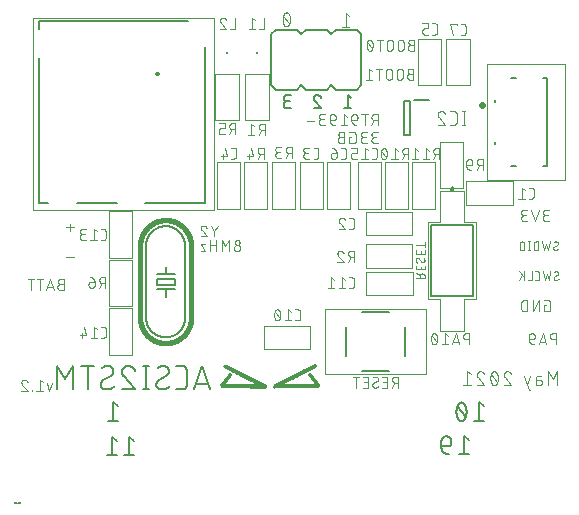
<source format=gbo>
G04 EAGLE Gerber RS-274X export*
G75*
%MOMM*%
%FSLAX34Y34*%
%LPD*%
%INSilkscreen Bottom*%
%IPPOS*%
%AMOC8*
5,1,8,0,0,1.08239X$1,22.5*%
G01*
%ADD10C,0.076200*%
%ADD11C,0.127000*%
%ADD12C,0.101600*%
%ADD13R,0.027000X0.008988*%
%ADD14R,0.719000X0.008988*%
%ADD15R,0.026900X0.008988*%
%ADD16R,1.402100X0.008988*%
%ADD17R,0.719000X0.008975*%
%ADD18R,2.076100X0.008975*%
%ADD19R,2.750100X0.008988*%
%ADD20R,2.076100X0.008988*%
%ADD21R,3.415200X0.008988*%
%ADD22R,3.810700X0.008988*%
%ADD23R,3.415200X0.008975*%
%ADD24R,3.855600X0.008975*%
%ADD25R,3.882600X0.008988*%
%ADD26R,3.855600X0.008988*%
%ADD27R,3.900500X0.008988*%
%ADD28R,3.882600X0.008975*%
%ADD29R,3.918500X0.008975*%
%ADD30R,3.900600X0.008988*%
%ADD31R,3.927500X0.008988*%
%ADD32R,3.918600X0.008988*%
%ADD33R,3.936500X0.008988*%
%ADD34R,3.954500X0.008988*%
%ADD35R,3.936500X0.008975*%
%ADD36R,3.954500X0.008975*%
%ADD37R,3.963500X0.008988*%
%ADD38R,3.963500X0.008975*%
%ADD39R,3.972500X0.008975*%
%ADD40R,3.972500X0.008988*%
%ADD41R,3.909500X0.008988*%
%ADD42R,3.918500X0.008988*%
%ADD43R,3.891600X0.008988*%
%ADD44R,3.873600X0.008988*%
%ADD45R,3.891500X0.008975*%
%ADD46R,3.828600X0.008988*%
%ADD47R,0.620100X0.008988*%
%ADD48R,2.974800X0.008988*%
%ADD49R,0.620200X0.008988*%
%ADD50R,2.318700X0.008988*%
%ADD51R,2.974900X0.008975*%
%ADD52R,0.620100X0.008975*%
%ADD53R,1.644600X0.008975*%
%ADD54R,2.318800X0.008988*%
%ADD55R,0.979700X0.008988*%
%ADD56R,1.644700X0.008988*%
%ADD57R,0.341500X0.008988*%
%ADD58R,0.350500X0.008988*%
%ADD59R,0.341500X0.008975*%
%ADD60R,0.611200X0.008975*%
%ADD61R,0.350500X0.008975*%
%ADD62R,0.611100X0.008988*%
%ADD63R,0.611200X0.008988*%
%ADD64R,0.350500X0.008981*%
%ADD65R,0.611100X0.008981*%
%ADD66R,0.611200X0.008981*%
%ADD67R,0.350600X0.008981*%
%ADD68R,0.341600X0.008988*%
%ADD69R,0.341500X0.008981*%
%ADD70R,0.350600X0.008988*%
%ADD71R,0.341600X0.008981*%
%ADD72R,0.620100X0.008981*%
%ADD73R,0.620200X0.008981*%
%ADD74R,0.332600X0.008981*%
%ADD75R,0.323600X0.008988*%
%ADD76R,0.332600X0.008988*%
%ADD77R,0.332500X0.008981*%
%ADD78R,0.314600X0.008981*%
%ADD79R,0.323500X0.008988*%
%ADD80R,0.305600X0.008988*%
%ADD81R,0.314500X0.008988*%
%ADD82R,0.305500X0.008988*%
%ADD83R,0.296600X0.008988*%
%ADD84R,0.305500X0.008981*%
%ADD85R,0.287600X0.008981*%
%ADD86R,0.296500X0.008988*%
%ADD87R,0.278700X0.008988*%
%ADD88R,0.287600X0.008988*%
%ADD89R,0.269700X0.008988*%
%ADD90R,0.278600X0.008988*%
%ADD91R,0.260700X0.008988*%
%ADD92R,0.269700X0.008981*%
%ADD93R,0.251700X0.008981*%
%ADD94R,0.233700X0.008988*%
%ADD95R,0.251700X0.008988*%
%ADD96R,0.224700X0.008988*%
%ADD97R,0.233700X0.008975*%
%ADD98R,0.206700X0.008975*%
%ADD99R,0.188700X0.008988*%
%ADD100R,0.206700X0.008988*%
%ADD101R,0.170700X0.008988*%
%ADD102R,0.143800X0.008988*%
%ADD103R,0.170800X0.008975*%
%ADD104R,0.107900X0.008975*%
%ADD105R,0.053900X0.008988*%
%ADD106R,0.107900X0.008988*%
%ADD107R,0.611100X0.008975*%
%ADD108R,0.602200X0.008981*%
%ADD109R,0.602200X0.008988*%
%ADD110R,0.602100X0.008988*%
%ADD111R,0.593200X0.008988*%
%ADD112R,0.584200X0.008988*%
%ADD113R,0.593200X0.008981*%
%ADD114R,0.575200X0.008981*%
%ADD115R,0.557200X0.008988*%
%ADD116R,0.575200X0.008988*%
%ADD117R,0.548200X0.008988*%
%ADD118R,0.557300X0.008988*%
%ADD119R,0.539200X0.008988*%
%ADD120R,0.548200X0.008981*%
%ADD121R,0.521300X0.008981*%
%ADD122R,0.503300X0.008988*%
%ADD123R,0.521200X0.008988*%
%ADD124R,0.485300X0.008988*%
%ADD125R,0.476300X0.008988*%
%ADD126R,0.485300X0.008981*%
%ADD127R,0.458400X0.008981*%
%ADD128R,0.440400X0.008988*%
%ADD129R,0.458300X0.008988*%
%ADD130R,0.422400X0.008988*%
%ADD131R,0.404400X0.008988*%
%ADD132R,0.422400X0.008981*%
%ADD133R,0.377500X0.008981*%
%ADD134R,0.359500X0.008988*%
%ADD135R,0.377400X0.008988*%
%ADD136R,0.296600X0.008981*%
%ADD137R,0.269600X0.008988*%
%ADD138R,0.251600X0.008988*%
%ADD139R,0.197800X0.008981*%
%ADD140R,0.170800X0.008988*%
%ADD141R,0.197700X0.008988*%
%ADD142R,0.134800X0.008988*%
%ADD143R,0.089800X0.008988*%
%ADD144R,0.134800X0.008981*%
%ADD145C,0.000000*%
%ADD146C,0.177800*%
%ADD147C,0.200000*%
%ADD148C,0.050000*%
%ADD149C,0.406400*%
%ADD150C,0.152400*%
%ADD151C,0.050800*%
%ADD152R,0.200000X0.200000*%
%ADD153C,0.300000*%


D10*
X305258Y319162D02*
X305258Y328560D01*
X302647Y328560D01*
X302546Y328558D01*
X302445Y328552D01*
X302344Y328542D01*
X302244Y328529D01*
X302144Y328511D01*
X302045Y328490D01*
X301947Y328464D01*
X301850Y328435D01*
X301754Y328403D01*
X301660Y328366D01*
X301567Y328326D01*
X301475Y328282D01*
X301386Y328235D01*
X301298Y328184D01*
X301212Y328130D01*
X301129Y328073D01*
X301047Y328013D01*
X300969Y327949D01*
X300892Y327883D01*
X300819Y327813D01*
X300748Y327741D01*
X300680Y327666D01*
X300615Y327588D01*
X300553Y327508D01*
X300494Y327426D01*
X300438Y327341D01*
X300386Y327255D01*
X300337Y327166D01*
X300291Y327075D01*
X300250Y326983D01*
X300211Y326889D01*
X300177Y326794D01*
X300146Y326698D01*
X300119Y326600D01*
X300095Y326502D01*
X300076Y326402D01*
X300060Y326302D01*
X300048Y326202D01*
X300040Y326101D01*
X300036Y326000D01*
X300036Y325898D01*
X300040Y325797D01*
X300048Y325696D01*
X300060Y325596D01*
X300076Y325496D01*
X300095Y325396D01*
X300119Y325298D01*
X300146Y325200D01*
X300177Y325104D01*
X300211Y325009D01*
X300250Y324915D01*
X300291Y324823D01*
X300337Y324732D01*
X300386Y324644D01*
X300438Y324557D01*
X300494Y324472D01*
X300553Y324390D01*
X300615Y324310D01*
X300680Y324232D01*
X300748Y324157D01*
X300819Y324085D01*
X300892Y324015D01*
X300969Y323949D01*
X301047Y323885D01*
X301129Y323825D01*
X301212Y323768D01*
X301298Y323714D01*
X301386Y323663D01*
X301475Y323616D01*
X301567Y323572D01*
X301660Y323532D01*
X301754Y323495D01*
X301850Y323463D01*
X301947Y323434D01*
X302045Y323408D01*
X302144Y323387D01*
X302244Y323369D01*
X302344Y323356D01*
X302445Y323346D01*
X302546Y323340D01*
X302647Y323338D01*
X302647Y323339D02*
X305258Y323339D01*
X302125Y323339D02*
X300037Y319162D01*
X294170Y319162D02*
X294170Y328560D01*
X296780Y328560D02*
X291559Y328560D01*
X286157Y323339D02*
X283025Y323339D01*
X286157Y323339D02*
X286246Y323341D01*
X286334Y323347D01*
X286422Y323356D01*
X286510Y323369D01*
X286597Y323386D01*
X286683Y323406D01*
X286768Y323431D01*
X286853Y323458D01*
X286936Y323490D01*
X287017Y323524D01*
X287097Y323563D01*
X287175Y323604D01*
X287252Y323649D01*
X287326Y323697D01*
X287399Y323748D01*
X287469Y323802D01*
X287536Y323860D01*
X287602Y323920D01*
X287664Y323982D01*
X287724Y324048D01*
X287782Y324115D01*
X287836Y324185D01*
X287887Y324258D01*
X287935Y324332D01*
X287980Y324409D01*
X288021Y324487D01*
X288060Y324567D01*
X288094Y324648D01*
X288126Y324731D01*
X288153Y324816D01*
X288178Y324901D01*
X288198Y324987D01*
X288215Y325074D01*
X288228Y325162D01*
X288237Y325250D01*
X288243Y325338D01*
X288245Y325427D01*
X288246Y325427D02*
X288246Y325949D01*
X288244Y326050D01*
X288238Y326151D01*
X288228Y326252D01*
X288215Y326352D01*
X288197Y326452D01*
X288176Y326551D01*
X288150Y326649D01*
X288121Y326746D01*
X288089Y326842D01*
X288052Y326936D01*
X288012Y327029D01*
X287968Y327121D01*
X287921Y327210D01*
X287870Y327298D01*
X287816Y327384D01*
X287759Y327467D01*
X287699Y327549D01*
X287635Y327627D01*
X287569Y327704D01*
X287499Y327777D01*
X287427Y327848D01*
X287352Y327916D01*
X287274Y327981D01*
X287194Y328043D01*
X287112Y328102D01*
X287027Y328158D01*
X286941Y328210D01*
X286852Y328259D01*
X286761Y328305D01*
X286669Y328346D01*
X286575Y328385D01*
X286480Y328419D01*
X286384Y328450D01*
X286286Y328477D01*
X286188Y328501D01*
X286088Y328520D01*
X285988Y328536D01*
X285888Y328548D01*
X285787Y328556D01*
X285686Y328560D01*
X285584Y328560D01*
X285483Y328556D01*
X285382Y328548D01*
X285282Y328536D01*
X285182Y328520D01*
X285082Y328501D01*
X284984Y328477D01*
X284886Y328450D01*
X284790Y328419D01*
X284695Y328385D01*
X284601Y328346D01*
X284509Y328305D01*
X284418Y328259D01*
X284330Y328210D01*
X284243Y328158D01*
X284158Y328102D01*
X284076Y328043D01*
X283996Y327981D01*
X283918Y327916D01*
X283843Y327848D01*
X283771Y327777D01*
X283701Y327704D01*
X283635Y327627D01*
X283571Y327549D01*
X283511Y327467D01*
X283454Y327384D01*
X283400Y327298D01*
X283349Y327210D01*
X283302Y327121D01*
X283258Y327029D01*
X283218Y326936D01*
X283181Y326842D01*
X283149Y326746D01*
X283120Y326649D01*
X283094Y326551D01*
X283073Y326452D01*
X283055Y326352D01*
X283042Y326252D01*
X283032Y326151D01*
X283026Y326050D01*
X283024Y325949D01*
X283025Y325949D02*
X283025Y323339D01*
X283027Y323213D01*
X283033Y323087D01*
X283042Y322961D01*
X283055Y322836D01*
X283073Y322711D01*
X283093Y322586D01*
X283118Y322462D01*
X283146Y322339D01*
X283178Y322217D01*
X283214Y322096D01*
X283253Y321976D01*
X283296Y321858D01*
X283343Y321741D01*
X283393Y321625D01*
X283447Y321510D01*
X283503Y321398D01*
X283564Y321287D01*
X283627Y321178D01*
X283694Y321071D01*
X283764Y320966D01*
X283838Y320863D01*
X283914Y320763D01*
X283993Y320665D01*
X284075Y320569D01*
X284161Y320476D01*
X284248Y320385D01*
X284339Y320298D01*
X284432Y320212D01*
X284528Y320130D01*
X284626Y320051D01*
X284726Y319975D01*
X284829Y319901D01*
X284934Y319831D01*
X285041Y319764D01*
X285150Y319701D01*
X285261Y319640D01*
X285373Y319584D01*
X285488Y319530D01*
X285604Y319480D01*
X285721Y319433D01*
X285839Y319390D01*
X285959Y319351D01*
X286080Y319315D01*
X286202Y319283D01*
X286325Y319255D01*
X286449Y319230D01*
X286574Y319210D01*
X286699Y319192D01*
X286824Y319179D01*
X286950Y319170D01*
X287076Y319164D01*
X287202Y319162D01*
X279102Y326472D02*
X276491Y328560D01*
X276491Y319162D01*
X273881Y319162D02*
X279102Y319162D01*
X267870Y323339D02*
X264737Y323339D01*
X267870Y323339D02*
X267959Y323341D01*
X268047Y323347D01*
X268135Y323356D01*
X268223Y323369D01*
X268310Y323386D01*
X268396Y323406D01*
X268481Y323431D01*
X268566Y323458D01*
X268649Y323490D01*
X268730Y323524D01*
X268810Y323563D01*
X268888Y323604D01*
X268965Y323649D01*
X269039Y323697D01*
X269112Y323748D01*
X269182Y323802D01*
X269249Y323860D01*
X269315Y323920D01*
X269377Y323982D01*
X269437Y324048D01*
X269495Y324115D01*
X269549Y324185D01*
X269600Y324258D01*
X269648Y324332D01*
X269693Y324409D01*
X269734Y324487D01*
X269773Y324567D01*
X269807Y324648D01*
X269839Y324731D01*
X269866Y324816D01*
X269891Y324901D01*
X269911Y324987D01*
X269928Y325074D01*
X269941Y325162D01*
X269950Y325250D01*
X269956Y325338D01*
X269958Y325427D01*
X269958Y325949D01*
X269956Y326050D01*
X269950Y326151D01*
X269940Y326252D01*
X269927Y326352D01*
X269909Y326452D01*
X269888Y326551D01*
X269862Y326649D01*
X269833Y326746D01*
X269801Y326842D01*
X269764Y326936D01*
X269724Y327029D01*
X269680Y327121D01*
X269633Y327210D01*
X269582Y327298D01*
X269528Y327384D01*
X269471Y327467D01*
X269411Y327549D01*
X269347Y327627D01*
X269281Y327704D01*
X269211Y327777D01*
X269139Y327848D01*
X269064Y327916D01*
X268986Y327981D01*
X268906Y328043D01*
X268824Y328102D01*
X268739Y328158D01*
X268653Y328210D01*
X268564Y328259D01*
X268473Y328305D01*
X268381Y328346D01*
X268287Y328385D01*
X268192Y328419D01*
X268096Y328450D01*
X267998Y328477D01*
X267900Y328501D01*
X267800Y328520D01*
X267700Y328536D01*
X267600Y328548D01*
X267499Y328556D01*
X267398Y328560D01*
X267296Y328560D01*
X267195Y328556D01*
X267094Y328548D01*
X266994Y328536D01*
X266894Y328520D01*
X266794Y328501D01*
X266696Y328477D01*
X266598Y328450D01*
X266502Y328419D01*
X266407Y328385D01*
X266313Y328346D01*
X266221Y328305D01*
X266130Y328259D01*
X266042Y328210D01*
X265955Y328158D01*
X265870Y328102D01*
X265788Y328043D01*
X265708Y327981D01*
X265630Y327916D01*
X265555Y327848D01*
X265483Y327777D01*
X265413Y327704D01*
X265347Y327627D01*
X265283Y327549D01*
X265223Y327467D01*
X265166Y327384D01*
X265112Y327298D01*
X265061Y327210D01*
X265014Y327121D01*
X264970Y327029D01*
X264930Y326936D01*
X264893Y326842D01*
X264861Y326746D01*
X264832Y326649D01*
X264806Y326551D01*
X264785Y326452D01*
X264767Y326352D01*
X264754Y326252D01*
X264744Y326151D01*
X264738Y326050D01*
X264736Y325949D01*
X264737Y325949D02*
X264737Y323339D01*
X264739Y323213D01*
X264745Y323087D01*
X264754Y322961D01*
X264767Y322836D01*
X264785Y322711D01*
X264805Y322586D01*
X264830Y322462D01*
X264858Y322339D01*
X264890Y322217D01*
X264926Y322096D01*
X264965Y321976D01*
X265008Y321858D01*
X265055Y321741D01*
X265105Y321625D01*
X265159Y321510D01*
X265215Y321398D01*
X265276Y321287D01*
X265339Y321178D01*
X265406Y321071D01*
X265476Y320966D01*
X265550Y320863D01*
X265626Y320763D01*
X265705Y320665D01*
X265787Y320569D01*
X265873Y320476D01*
X265960Y320385D01*
X266051Y320298D01*
X266144Y320212D01*
X266240Y320130D01*
X266338Y320051D01*
X266438Y319975D01*
X266541Y319901D01*
X266646Y319831D01*
X266753Y319764D01*
X266862Y319701D01*
X266973Y319640D01*
X267085Y319584D01*
X267200Y319530D01*
X267316Y319480D01*
X267433Y319433D01*
X267551Y319390D01*
X267671Y319351D01*
X267792Y319315D01*
X267914Y319283D01*
X268037Y319255D01*
X268161Y319230D01*
X268286Y319210D01*
X268411Y319192D01*
X268536Y319179D01*
X268662Y319170D01*
X268788Y319164D01*
X268914Y319162D01*
X260814Y319162D02*
X258203Y319162D01*
X258102Y319164D01*
X258001Y319170D01*
X257900Y319180D01*
X257800Y319193D01*
X257700Y319211D01*
X257601Y319232D01*
X257503Y319258D01*
X257406Y319287D01*
X257310Y319319D01*
X257216Y319356D01*
X257123Y319396D01*
X257031Y319440D01*
X256942Y319487D01*
X256854Y319538D01*
X256768Y319592D01*
X256685Y319649D01*
X256603Y319709D01*
X256525Y319773D01*
X256448Y319839D01*
X256375Y319909D01*
X256304Y319981D01*
X256236Y320056D01*
X256171Y320134D01*
X256109Y320214D01*
X256050Y320296D01*
X255994Y320381D01*
X255942Y320468D01*
X255893Y320556D01*
X255847Y320647D01*
X255806Y320739D01*
X255767Y320833D01*
X255733Y320928D01*
X255702Y321024D01*
X255675Y321122D01*
X255651Y321220D01*
X255632Y321320D01*
X255616Y321420D01*
X255604Y321520D01*
X255596Y321621D01*
X255592Y321722D01*
X255592Y321824D01*
X255596Y321925D01*
X255604Y322026D01*
X255616Y322126D01*
X255632Y322226D01*
X255651Y322326D01*
X255675Y322424D01*
X255702Y322522D01*
X255733Y322618D01*
X255767Y322713D01*
X255806Y322807D01*
X255847Y322899D01*
X255893Y322990D01*
X255942Y323079D01*
X255994Y323165D01*
X256050Y323250D01*
X256109Y323332D01*
X256171Y323412D01*
X256236Y323490D01*
X256304Y323565D01*
X256375Y323637D01*
X256448Y323707D01*
X256525Y323773D01*
X256603Y323837D01*
X256685Y323897D01*
X256768Y323954D01*
X256854Y324008D01*
X256942Y324059D01*
X257031Y324106D01*
X257123Y324150D01*
X257216Y324190D01*
X257310Y324227D01*
X257406Y324259D01*
X257503Y324288D01*
X257601Y324314D01*
X257700Y324335D01*
X257800Y324353D01*
X257900Y324366D01*
X258001Y324376D01*
X258102Y324382D01*
X258203Y324384D01*
X257681Y328560D02*
X260814Y328560D01*
X257681Y328560D02*
X257591Y328558D01*
X257502Y328552D01*
X257412Y328543D01*
X257323Y328529D01*
X257235Y328512D01*
X257148Y328491D01*
X257061Y328466D01*
X256976Y328437D01*
X256892Y328405D01*
X256810Y328370D01*
X256729Y328330D01*
X256650Y328288D01*
X256573Y328242D01*
X256498Y328192D01*
X256425Y328140D01*
X256354Y328084D01*
X256286Y328026D01*
X256221Y327964D01*
X256158Y327900D01*
X256098Y327833D01*
X256041Y327764D01*
X255987Y327692D01*
X255936Y327618D01*
X255888Y327542D01*
X255844Y327464D01*
X255803Y327384D01*
X255765Y327302D01*
X255731Y327219D01*
X255701Y327134D01*
X255674Y327048D01*
X255651Y326962D01*
X255632Y326874D01*
X255617Y326785D01*
X255605Y326696D01*
X255597Y326607D01*
X255593Y326517D01*
X255593Y326427D01*
X255597Y326337D01*
X255605Y326248D01*
X255617Y326159D01*
X255632Y326070D01*
X255651Y325982D01*
X255674Y325896D01*
X255701Y325810D01*
X255731Y325725D01*
X255765Y325642D01*
X255803Y325560D01*
X255844Y325480D01*
X255888Y325402D01*
X255936Y325326D01*
X255987Y325252D01*
X256041Y325180D01*
X256098Y325111D01*
X256158Y325044D01*
X256221Y324980D01*
X256286Y324918D01*
X256354Y324860D01*
X256425Y324804D01*
X256498Y324752D01*
X256573Y324702D01*
X256650Y324656D01*
X256729Y324614D01*
X256810Y324574D01*
X256892Y324539D01*
X256976Y324507D01*
X257061Y324478D01*
X257148Y324453D01*
X257235Y324432D01*
X257323Y324415D01*
X257412Y324401D01*
X257502Y324392D01*
X257591Y324386D01*
X257681Y324384D01*
X257681Y324383D02*
X259770Y324383D01*
X251583Y322817D02*
X245317Y322817D01*
X302647Y303922D02*
X305258Y303922D01*
X302647Y303922D02*
X302546Y303924D01*
X302445Y303930D01*
X302344Y303940D01*
X302244Y303953D01*
X302144Y303971D01*
X302045Y303992D01*
X301947Y304018D01*
X301850Y304047D01*
X301754Y304079D01*
X301660Y304116D01*
X301567Y304156D01*
X301475Y304200D01*
X301386Y304247D01*
X301298Y304298D01*
X301212Y304352D01*
X301129Y304409D01*
X301047Y304469D01*
X300969Y304533D01*
X300892Y304599D01*
X300819Y304669D01*
X300748Y304741D01*
X300680Y304816D01*
X300615Y304894D01*
X300553Y304974D01*
X300494Y305056D01*
X300438Y305141D01*
X300386Y305228D01*
X300337Y305316D01*
X300291Y305407D01*
X300250Y305499D01*
X300211Y305593D01*
X300177Y305688D01*
X300146Y305784D01*
X300119Y305882D01*
X300095Y305980D01*
X300076Y306080D01*
X300060Y306180D01*
X300048Y306280D01*
X300040Y306381D01*
X300036Y306482D01*
X300036Y306584D01*
X300040Y306685D01*
X300048Y306786D01*
X300060Y306886D01*
X300076Y306986D01*
X300095Y307086D01*
X300119Y307184D01*
X300146Y307282D01*
X300177Y307378D01*
X300211Y307473D01*
X300250Y307567D01*
X300291Y307659D01*
X300337Y307750D01*
X300386Y307839D01*
X300438Y307925D01*
X300494Y308010D01*
X300553Y308092D01*
X300615Y308172D01*
X300680Y308250D01*
X300748Y308325D01*
X300819Y308397D01*
X300892Y308467D01*
X300969Y308533D01*
X301047Y308597D01*
X301129Y308657D01*
X301212Y308714D01*
X301298Y308768D01*
X301386Y308819D01*
X301475Y308866D01*
X301567Y308910D01*
X301660Y308950D01*
X301754Y308987D01*
X301850Y309019D01*
X301947Y309048D01*
X302045Y309074D01*
X302144Y309095D01*
X302244Y309113D01*
X302344Y309126D01*
X302445Y309136D01*
X302546Y309142D01*
X302647Y309144D01*
X302125Y313320D02*
X305258Y313320D01*
X302125Y313320D02*
X302035Y313318D01*
X301946Y313312D01*
X301856Y313303D01*
X301767Y313289D01*
X301679Y313272D01*
X301592Y313251D01*
X301505Y313226D01*
X301420Y313197D01*
X301336Y313165D01*
X301254Y313130D01*
X301173Y313090D01*
X301094Y313048D01*
X301017Y313002D01*
X300942Y312952D01*
X300869Y312900D01*
X300798Y312844D01*
X300730Y312786D01*
X300665Y312724D01*
X300602Y312660D01*
X300542Y312593D01*
X300485Y312524D01*
X300431Y312452D01*
X300380Y312378D01*
X300332Y312302D01*
X300288Y312224D01*
X300247Y312144D01*
X300209Y312062D01*
X300175Y311979D01*
X300145Y311894D01*
X300118Y311808D01*
X300095Y311722D01*
X300076Y311634D01*
X300061Y311545D01*
X300049Y311456D01*
X300041Y311367D01*
X300037Y311277D01*
X300037Y311187D01*
X300041Y311097D01*
X300049Y311008D01*
X300061Y310919D01*
X300076Y310830D01*
X300095Y310742D01*
X300118Y310656D01*
X300145Y310570D01*
X300175Y310485D01*
X300209Y310402D01*
X300247Y310320D01*
X300288Y310240D01*
X300332Y310162D01*
X300380Y310086D01*
X300431Y310012D01*
X300485Y309940D01*
X300542Y309871D01*
X300602Y309804D01*
X300665Y309740D01*
X300730Y309678D01*
X300798Y309620D01*
X300869Y309564D01*
X300942Y309512D01*
X301017Y309462D01*
X301094Y309416D01*
X301173Y309374D01*
X301254Y309334D01*
X301336Y309299D01*
X301420Y309267D01*
X301505Y309238D01*
X301592Y309213D01*
X301679Y309192D01*
X301767Y309175D01*
X301856Y309161D01*
X301946Y309152D01*
X302035Y309146D01*
X302125Y309144D01*
X302125Y309143D02*
X304213Y309143D01*
X296114Y303922D02*
X293503Y303922D01*
X293402Y303924D01*
X293301Y303930D01*
X293200Y303940D01*
X293100Y303953D01*
X293000Y303971D01*
X292901Y303992D01*
X292803Y304018D01*
X292706Y304047D01*
X292610Y304079D01*
X292516Y304116D01*
X292423Y304156D01*
X292331Y304200D01*
X292242Y304247D01*
X292154Y304298D01*
X292068Y304352D01*
X291985Y304409D01*
X291903Y304469D01*
X291825Y304533D01*
X291748Y304599D01*
X291675Y304669D01*
X291604Y304741D01*
X291536Y304816D01*
X291471Y304894D01*
X291409Y304974D01*
X291350Y305056D01*
X291294Y305141D01*
X291242Y305228D01*
X291193Y305316D01*
X291147Y305407D01*
X291106Y305499D01*
X291067Y305593D01*
X291033Y305688D01*
X291002Y305784D01*
X290975Y305882D01*
X290951Y305980D01*
X290932Y306080D01*
X290916Y306180D01*
X290904Y306280D01*
X290896Y306381D01*
X290892Y306482D01*
X290892Y306584D01*
X290896Y306685D01*
X290904Y306786D01*
X290916Y306886D01*
X290932Y306986D01*
X290951Y307086D01*
X290975Y307184D01*
X291002Y307282D01*
X291033Y307378D01*
X291067Y307473D01*
X291106Y307567D01*
X291147Y307659D01*
X291193Y307750D01*
X291242Y307839D01*
X291294Y307925D01*
X291350Y308010D01*
X291409Y308092D01*
X291471Y308172D01*
X291536Y308250D01*
X291604Y308325D01*
X291675Y308397D01*
X291748Y308467D01*
X291825Y308533D01*
X291903Y308597D01*
X291985Y308657D01*
X292068Y308714D01*
X292154Y308768D01*
X292242Y308819D01*
X292331Y308866D01*
X292423Y308910D01*
X292516Y308950D01*
X292610Y308987D01*
X292706Y309019D01*
X292803Y309048D01*
X292901Y309074D01*
X293000Y309095D01*
X293100Y309113D01*
X293200Y309126D01*
X293301Y309136D01*
X293402Y309142D01*
X293503Y309144D01*
X292981Y313320D02*
X296114Y313320D01*
X292981Y313320D02*
X292891Y313318D01*
X292802Y313312D01*
X292712Y313303D01*
X292623Y313289D01*
X292535Y313272D01*
X292448Y313251D01*
X292361Y313226D01*
X292276Y313197D01*
X292192Y313165D01*
X292110Y313130D01*
X292029Y313090D01*
X291950Y313048D01*
X291873Y313002D01*
X291798Y312952D01*
X291725Y312900D01*
X291654Y312844D01*
X291586Y312786D01*
X291521Y312724D01*
X291458Y312660D01*
X291398Y312593D01*
X291341Y312524D01*
X291287Y312452D01*
X291236Y312378D01*
X291188Y312302D01*
X291144Y312224D01*
X291103Y312144D01*
X291065Y312062D01*
X291031Y311979D01*
X291001Y311894D01*
X290974Y311808D01*
X290951Y311722D01*
X290932Y311634D01*
X290917Y311545D01*
X290905Y311456D01*
X290897Y311367D01*
X290893Y311277D01*
X290893Y311187D01*
X290897Y311097D01*
X290905Y311008D01*
X290917Y310919D01*
X290932Y310830D01*
X290951Y310742D01*
X290974Y310656D01*
X291001Y310570D01*
X291031Y310485D01*
X291065Y310402D01*
X291103Y310320D01*
X291144Y310240D01*
X291188Y310162D01*
X291236Y310086D01*
X291287Y310012D01*
X291341Y309940D01*
X291398Y309871D01*
X291458Y309804D01*
X291521Y309740D01*
X291586Y309678D01*
X291654Y309620D01*
X291725Y309564D01*
X291798Y309512D01*
X291873Y309462D01*
X291950Y309416D01*
X292029Y309374D01*
X292110Y309334D01*
X292192Y309299D01*
X292276Y309267D01*
X292361Y309238D01*
X292448Y309213D01*
X292535Y309192D01*
X292623Y309175D01*
X292712Y309161D01*
X292802Y309152D01*
X292891Y309146D01*
X292981Y309144D01*
X292981Y309143D02*
X295069Y309143D01*
X283010Y309143D02*
X281444Y309143D01*
X281444Y303922D01*
X284576Y303922D01*
X284665Y303924D01*
X284753Y303930D01*
X284841Y303939D01*
X284929Y303952D01*
X285016Y303969D01*
X285102Y303989D01*
X285187Y304014D01*
X285272Y304041D01*
X285355Y304073D01*
X285436Y304107D01*
X285516Y304146D01*
X285594Y304187D01*
X285671Y304232D01*
X285745Y304280D01*
X285818Y304331D01*
X285888Y304385D01*
X285955Y304443D01*
X286021Y304503D01*
X286083Y304565D01*
X286143Y304631D01*
X286201Y304698D01*
X286255Y304768D01*
X286306Y304841D01*
X286354Y304915D01*
X286399Y304992D01*
X286440Y305070D01*
X286479Y305150D01*
X286513Y305231D01*
X286545Y305314D01*
X286572Y305399D01*
X286597Y305484D01*
X286617Y305570D01*
X286634Y305657D01*
X286647Y305745D01*
X286656Y305833D01*
X286662Y305921D01*
X286664Y306010D01*
X286665Y306010D02*
X286665Y311232D01*
X286664Y311232D02*
X286662Y311321D01*
X286656Y311409D01*
X286647Y311497D01*
X286634Y311585D01*
X286617Y311672D01*
X286597Y311758D01*
X286572Y311843D01*
X286545Y311928D01*
X286513Y312011D01*
X286479Y312092D01*
X286440Y312172D01*
X286399Y312250D01*
X286354Y312327D01*
X286306Y312401D01*
X286255Y312474D01*
X286201Y312544D01*
X286143Y312611D01*
X286083Y312677D01*
X286021Y312739D01*
X285955Y312799D01*
X285888Y312857D01*
X285818Y312911D01*
X285745Y312962D01*
X285671Y313010D01*
X285594Y313055D01*
X285516Y313096D01*
X285436Y313135D01*
X285355Y313169D01*
X285272Y313201D01*
X285187Y313228D01*
X285102Y313253D01*
X285016Y313273D01*
X284929Y313290D01*
X284841Y313303D01*
X284753Y313312D01*
X284665Y313318D01*
X284576Y313320D01*
X281444Y313320D01*
X276780Y309143D02*
X274170Y309143D01*
X274170Y309144D02*
X274069Y309142D01*
X273968Y309136D01*
X273867Y309126D01*
X273767Y309113D01*
X273667Y309095D01*
X273568Y309074D01*
X273470Y309048D01*
X273373Y309019D01*
X273277Y308987D01*
X273183Y308950D01*
X273090Y308910D01*
X272998Y308866D01*
X272909Y308819D01*
X272821Y308768D01*
X272735Y308714D01*
X272652Y308657D01*
X272570Y308597D01*
X272492Y308533D01*
X272415Y308467D01*
X272342Y308397D01*
X272271Y308325D01*
X272203Y308250D01*
X272138Y308172D01*
X272076Y308092D01*
X272017Y308010D01*
X271961Y307925D01*
X271909Y307839D01*
X271860Y307750D01*
X271814Y307659D01*
X271773Y307567D01*
X271734Y307473D01*
X271700Y307378D01*
X271669Y307282D01*
X271642Y307184D01*
X271618Y307086D01*
X271599Y306986D01*
X271583Y306886D01*
X271571Y306786D01*
X271563Y306685D01*
X271559Y306584D01*
X271559Y306482D01*
X271563Y306381D01*
X271571Y306280D01*
X271583Y306180D01*
X271599Y306080D01*
X271618Y305980D01*
X271642Y305882D01*
X271669Y305784D01*
X271700Y305688D01*
X271734Y305593D01*
X271773Y305499D01*
X271814Y305407D01*
X271860Y305316D01*
X271909Y305228D01*
X271961Y305141D01*
X272017Y305056D01*
X272076Y304974D01*
X272138Y304894D01*
X272203Y304816D01*
X272271Y304741D01*
X272342Y304669D01*
X272415Y304599D01*
X272492Y304533D01*
X272570Y304469D01*
X272652Y304409D01*
X272735Y304352D01*
X272821Y304298D01*
X272909Y304247D01*
X272998Y304200D01*
X273090Y304156D01*
X273183Y304116D01*
X273277Y304079D01*
X273373Y304047D01*
X273470Y304018D01*
X273568Y303992D01*
X273667Y303971D01*
X273767Y303953D01*
X273867Y303940D01*
X273968Y303930D01*
X274069Y303924D01*
X274170Y303922D01*
X276780Y303922D01*
X276780Y313320D01*
X274170Y313320D01*
X274080Y313318D01*
X273991Y313312D01*
X273901Y313303D01*
X273812Y313289D01*
X273724Y313272D01*
X273637Y313251D01*
X273550Y313226D01*
X273465Y313197D01*
X273381Y313165D01*
X273299Y313130D01*
X273218Y313090D01*
X273139Y313048D01*
X273062Y313002D01*
X272987Y312952D01*
X272914Y312900D01*
X272843Y312844D01*
X272775Y312786D01*
X272710Y312724D01*
X272647Y312660D01*
X272587Y312593D01*
X272530Y312524D01*
X272476Y312452D01*
X272425Y312378D01*
X272377Y312302D01*
X272333Y312224D01*
X272292Y312144D01*
X272254Y312062D01*
X272220Y311979D01*
X272190Y311894D01*
X272163Y311808D01*
X272140Y311722D01*
X272121Y311634D01*
X272106Y311545D01*
X272094Y311456D01*
X272086Y311367D01*
X272082Y311277D01*
X272082Y311187D01*
X272086Y311097D01*
X272094Y311008D01*
X272106Y310919D01*
X272121Y310830D01*
X272140Y310742D01*
X272163Y310656D01*
X272190Y310570D01*
X272220Y310485D01*
X272254Y310402D01*
X272292Y310320D01*
X272333Y310240D01*
X272377Y310162D01*
X272425Y310086D01*
X272476Y310012D01*
X272530Y309940D01*
X272587Y309871D01*
X272647Y309804D01*
X272710Y309740D01*
X272775Y309678D01*
X272843Y309620D01*
X272914Y309564D01*
X272987Y309512D01*
X273062Y309462D01*
X273139Y309416D01*
X273218Y309374D01*
X273299Y309334D01*
X273381Y309299D01*
X273465Y309267D01*
X273550Y309238D01*
X273637Y309213D01*
X273724Y309192D01*
X273812Y309175D01*
X273901Y309161D01*
X273991Y309152D01*
X274080Y309146D01*
X274170Y309144D01*
D11*
X85861Y80985D02*
X81557Y84428D01*
X81557Y68934D01*
X85861Y68934D02*
X77253Y68934D01*
X95038Y55525D02*
X99342Y52081D01*
X95038Y55525D02*
X95038Y40031D01*
X99342Y40031D02*
X90734Y40031D01*
X84476Y52081D02*
X80172Y55525D01*
X80172Y40031D01*
X84476Y40031D02*
X75868Y40031D01*
X391132Y84428D02*
X395436Y80985D01*
X391132Y84428D02*
X391132Y68934D01*
X395436Y68934D02*
X386828Y68934D01*
X380570Y76681D02*
X380566Y76986D01*
X380555Y77290D01*
X380537Y77595D01*
X380512Y77898D01*
X380479Y78201D01*
X380439Y78504D01*
X380392Y78805D01*
X380338Y79105D01*
X380276Y79403D01*
X380208Y79700D01*
X380132Y79996D01*
X380050Y80289D01*
X379960Y80580D01*
X379863Y80869D01*
X379760Y81156D01*
X379650Y81440D01*
X379533Y81722D01*
X379409Y82000D01*
X379279Y82276D01*
X379279Y82277D02*
X379241Y82380D01*
X379201Y82482D01*
X379156Y82582D01*
X379108Y82681D01*
X379057Y82778D01*
X379003Y82873D01*
X378945Y82967D01*
X378884Y83058D01*
X378820Y83147D01*
X378753Y83234D01*
X378683Y83318D01*
X378610Y83400D01*
X378534Y83480D01*
X378456Y83557D01*
X378375Y83631D01*
X378291Y83702D01*
X378205Y83770D01*
X378117Y83836D01*
X378027Y83898D01*
X377934Y83957D01*
X377840Y84013D01*
X377744Y84066D01*
X377646Y84115D01*
X377546Y84161D01*
X377445Y84203D01*
X377342Y84242D01*
X377238Y84277D01*
X377133Y84309D01*
X377027Y84337D01*
X376920Y84361D01*
X376812Y84382D01*
X376704Y84399D01*
X376595Y84412D01*
X376485Y84421D01*
X376376Y84427D01*
X376266Y84429D01*
X376266Y84428D02*
X376156Y84426D01*
X376047Y84420D01*
X375937Y84411D01*
X375828Y84398D01*
X375720Y84381D01*
X375612Y84360D01*
X375505Y84336D01*
X375399Y84308D01*
X375294Y84276D01*
X375190Y84241D01*
X375087Y84202D01*
X374986Y84160D01*
X374886Y84114D01*
X374788Y84065D01*
X374692Y84012D01*
X374598Y83956D01*
X374505Y83897D01*
X374415Y83835D01*
X374327Y83769D01*
X374241Y83701D01*
X374157Y83630D01*
X374076Y83556D01*
X373998Y83479D01*
X373922Y83400D01*
X373849Y83317D01*
X373779Y83233D01*
X373712Y83146D01*
X373648Y83057D01*
X373587Y82966D01*
X373529Y82872D01*
X373475Y82777D01*
X373424Y82680D01*
X373376Y82581D01*
X373331Y82481D01*
X373291Y82379D01*
X373253Y82276D01*
X373254Y82276D02*
X373124Y82000D01*
X373000Y81722D01*
X372883Y81440D01*
X372773Y81156D01*
X372670Y80869D01*
X372573Y80580D01*
X372483Y80289D01*
X372401Y79996D01*
X372325Y79700D01*
X372257Y79403D01*
X372195Y79105D01*
X372141Y78805D01*
X372094Y78504D01*
X372054Y78201D01*
X372021Y77898D01*
X371996Y77595D01*
X371978Y77290D01*
X371967Y76986D01*
X371963Y76681D01*
X380570Y76681D02*
X380566Y76376D01*
X380555Y76072D01*
X380537Y75767D01*
X380512Y75464D01*
X380479Y75161D01*
X380439Y74858D01*
X380392Y74557D01*
X380338Y74257D01*
X380276Y73959D01*
X380208Y73662D01*
X380132Y73366D01*
X380050Y73073D01*
X379960Y72782D01*
X379863Y72493D01*
X379760Y72206D01*
X379650Y71922D01*
X379533Y71640D01*
X379409Y71362D01*
X379279Y71086D01*
X379241Y70983D01*
X379201Y70881D01*
X379156Y70781D01*
X379108Y70682D01*
X379057Y70585D01*
X379003Y70490D01*
X378945Y70396D01*
X378884Y70305D01*
X378820Y70216D01*
X378753Y70129D01*
X378683Y70045D01*
X378610Y69962D01*
X378534Y69883D01*
X378456Y69806D01*
X378375Y69732D01*
X378291Y69661D01*
X378205Y69593D01*
X378117Y69527D01*
X378027Y69465D01*
X377934Y69406D01*
X377840Y69350D01*
X377744Y69297D01*
X377646Y69248D01*
X377546Y69202D01*
X377445Y69160D01*
X377342Y69121D01*
X377238Y69086D01*
X377133Y69054D01*
X377027Y69026D01*
X376920Y69002D01*
X376812Y68981D01*
X376704Y68964D01*
X376595Y68951D01*
X376485Y68942D01*
X376376Y68936D01*
X376266Y68934D01*
X373254Y71086D02*
X373124Y71362D01*
X373000Y71640D01*
X372883Y71922D01*
X372773Y72206D01*
X372670Y72493D01*
X372573Y72782D01*
X372483Y73073D01*
X372401Y73366D01*
X372325Y73662D01*
X372257Y73959D01*
X372195Y74257D01*
X372141Y74557D01*
X372094Y74858D01*
X372054Y75161D01*
X372021Y75464D01*
X371996Y75767D01*
X371978Y76072D01*
X371967Y76376D01*
X371963Y76681D01*
X373253Y71086D02*
X373291Y70983D01*
X373331Y70881D01*
X373376Y70781D01*
X373424Y70682D01*
X373475Y70585D01*
X373529Y70490D01*
X373587Y70396D01*
X373648Y70305D01*
X373712Y70216D01*
X373779Y70129D01*
X373849Y70044D01*
X373922Y69962D01*
X373998Y69883D01*
X374076Y69806D01*
X374157Y69732D01*
X374241Y69661D01*
X374327Y69593D01*
X374415Y69527D01*
X374505Y69465D01*
X374598Y69406D01*
X374692Y69350D01*
X374788Y69297D01*
X374887Y69248D01*
X374986Y69202D01*
X375087Y69160D01*
X375190Y69121D01*
X375294Y69086D01*
X375399Y69054D01*
X375505Y69026D01*
X375612Y69002D01*
X375720Y68981D01*
X375828Y68964D01*
X375937Y68951D01*
X376047Y68942D01*
X376156Y68936D01*
X376266Y68934D01*
X379710Y72377D02*
X372823Y80985D01*
X378298Y55848D02*
X382602Y52405D01*
X378298Y55848D02*
X378298Y40354D01*
X382602Y40354D02*
X373994Y40354D01*
X364293Y47240D02*
X359128Y47240D01*
X364293Y47240D02*
X364408Y47242D01*
X364523Y47248D01*
X364638Y47257D01*
X364752Y47271D01*
X364866Y47288D01*
X364979Y47309D01*
X365091Y47334D01*
X365203Y47362D01*
X365313Y47395D01*
X365422Y47431D01*
X365530Y47470D01*
X365637Y47513D01*
X365742Y47560D01*
X365846Y47610D01*
X365948Y47664D01*
X366048Y47721D01*
X366146Y47781D01*
X366242Y47844D01*
X366335Y47911D01*
X366427Y47981D01*
X366516Y48054D01*
X366603Y48130D01*
X366687Y48208D01*
X366768Y48289D01*
X366847Y48374D01*
X366922Y48460D01*
X366995Y48549D01*
X367065Y48641D01*
X367132Y48734D01*
X367195Y48830D01*
X367255Y48928D01*
X367312Y49028D01*
X367366Y49130D01*
X367416Y49234D01*
X367463Y49339D01*
X367506Y49446D01*
X367546Y49554D01*
X367581Y49663D01*
X367614Y49773D01*
X367642Y49885D01*
X367667Y49997D01*
X367688Y50110D01*
X367705Y50224D01*
X367719Y50338D01*
X367728Y50453D01*
X367734Y50568D01*
X367736Y50683D01*
X367736Y51544D01*
X367734Y51674D01*
X367728Y51804D01*
X367718Y51934D01*
X367705Y52063D01*
X367687Y52192D01*
X367666Y52320D01*
X367640Y52447D01*
X367611Y52574D01*
X367578Y52700D01*
X367541Y52824D01*
X367501Y52948D01*
X367456Y53070D01*
X367408Y53191D01*
X367357Y53310D01*
X367302Y53428D01*
X367243Y53544D01*
X367181Y53658D01*
X367115Y53771D01*
X367046Y53881D01*
X366974Y53989D01*
X366899Y54095D01*
X366820Y54198D01*
X366738Y54299D01*
X366654Y54398D01*
X366566Y54494D01*
X366475Y54587D01*
X366382Y54678D01*
X366286Y54766D01*
X366187Y54850D01*
X366086Y54932D01*
X365983Y55011D01*
X365877Y55086D01*
X365769Y55158D01*
X365659Y55227D01*
X365546Y55293D01*
X365432Y55355D01*
X365316Y55414D01*
X365198Y55469D01*
X365079Y55520D01*
X364958Y55568D01*
X364836Y55613D01*
X364712Y55653D01*
X364588Y55690D01*
X364462Y55723D01*
X364335Y55752D01*
X364208Y55778D01*
X364080Y55799D01*
X363951Y55817D01*
X363822Y55830D01*
X363692Y55840D01*
X363562Y55846D01*
X363432Y55848D01*
X363302Y55846D01*
X363172Y55840D01*
X363042Y55830D01*
X362913Y55817D01*
X362784Y55799D01*
X362656Y55778D01*
X362529Y55752D01*
X362402Y55723D01*
X362276Y55690D01*
X362152Y55653D01*
X362028Y55613D01*
X361906Y55568D01*
X361785Y55520D01*
X361666Y55469D01*
X361548Y55414D01*
X361432Y55355D01*
X361318Y55293D01*
X361205Y55227D01*
X361095Y55158D01*
X360987Y55086D01*
X360881Y55011D01*
X360778Y54932D01*
X360677Y54850D01*
X360578Y54766D01*
X360482Y54678D01*
X360389Y54587D01*
X360298Y54494D01*
X360210Y54398D01*
X360126Y54299D01*
X360044Y54198D01*
X359965Y54095D01*
X359890Y53989D01*
X359818Y53881D01*
X359749Y53771D01*
X359683Y53658D01*
X359621Y53544D01*
X359562Y53428D01*
X359507Y53310D01*
X359456Y53191D01*
X359408Y53070D01*
X359363Y52948D01*
X359323Y52824D01*
X359286Y52700D01*
X359253Y52574D01*
X359224Y52447D01*
X359198Y52320D01*
X359177Y52192D01*
X359159Y52063D01*
X359146Y51934D01*
X359136Y51804D01*
X359130Y51674D01*
X359128Y51544D01*
X359128Y47240D01*
X359129Y47240D02*
X359131Y47074D01*
X359137Y46907D01*
X359147Y46741D01*
X359161Y46575D01*
X359179Y46410D01*
X359201Y46245D01*
X359227Y46081D01*
X359257Y45917D01*
X359291Y45754D01*
X359329Y45592D01*
X359371Y45431D01*
X359417Y45271D01*
X359466Y45112D01*
X359519Y44954D01*
X359576Y44798D01*
X359637Y44643D01*
X359702Y44490D01*
X359770Y44338D01*
X359842Y44188D01*
X359918Y44040D01*
X359997Y43894D01*
X360079Y43749D01*
X360166Y43607D01*
X360255Y43466D01*
X360348Y43328D01*
X360444Y43193D01*
X360544Y43059D01*
X360646Y42928D01*
X360752Y42800D01*
X360861Y42674D01*
X360973Y42551D01*
X361087Y42430D01*
X361205Y42312D01*
X361326Y42198D01*
X361449Y42086D01*
X361575Y41977D01*
X361703Y41871D01*
X361834Y41769D01*
X361968Y41669D01*
X362103Y41573D01*
X362241Y41480D01*
X362382Y41391D01*
X362524Y41304D01*
X362669Y41222D01*
X362815Y41143D01*
X362963Y41067D01*
X363113Y40995D01*
X363265Y40927D01*
X363418Y40862D01*
X363573Y40801D01*
X363729Y40744D01*
X363887Y40691D01*
X364046Y40642D01*
X364206Y40596D01*
X364367Y40554D01*
X364529Y40516D01*
X364692Y40482D01*
X364856Y40452D01*
X365020Y40426D01*
X365185Y40404D01*
X365350Y40386D01*
X365516Y40372D01*
X365682Y40362D01*
X365849Y40356D01*
X366015Y40354D01*
D10*
X447718Y237856D02*
X450329Y237856D01*
X447718Y237855D02*
X447617Y237857D01*
X447516Y237863D01*
X447415Y237873D01*
X447315Y237886D01*
X447215Y237904D01*
X447116Y237925D01*
X447018Y237951D01*
X446921Y237980D01*
X446825Y238012D01*
X446731Y238049D01*
X446638Y238089D01*
X446546Y238133D01*
X446457Y238180D01*
X446369Y238231D01*
X446283Y238285D01*
X446200Y238342D01*
X446118Y238402D01*
X446040Y238466D01*
X445963Y238532D01*
X445890Y238602D01*
X445819Y238674D01*
X445751Y238749D01*
X445686Y238827D01*
X445624Y238907D01*
X445565Y238989D01*
X445509Y239074D01*
X445457Y239161D01*
X445408Y239249D01*
X445362Y239340D01*
X445321Y239432D01*
X445282Y239526D01*
X445248Y239621D01*
X445217Y239717D01*
X445190Y239815D01*
X445166Y239913D01*
X445147Y240013D01*
X445131Y240113D01*
X445119Y240213D01*
X445111Y240314D01*
X445107Y240415D01*
X445107Y240517D01*
X445111Y240618D01*
X445119Y240719D01*
X445131Y240819D01*
X445147Y240919D01*
X445166Y241019D01*
X445190Y241117D01*
X445217Y241215D01*
X445248Y241311D01*
X445282Y241406D01*
X445321Y241500D01*
X445362Y241592D01*
X445408Y241683D01*
X445457Y241772D01*
X445509Y241858D01*
X445565Y241943D01*
X445624Y242025D01*
X445686Y242105D01*
X445751Y242183D01*
X445819Y242258D01*
X445890Y242330D01*
X445963Y242400D01*
X446040Y242466D01*
X446118Y242530D01*
X446200Y242590D01*
X446283Y242647D01*
X446369Y242701D01*
X446457Y242752D01*
X446546Y242799D01*
X446638Y242843D01*
X446731Y242883D01*
X446825Y242920D01*
X446921Y242952D01*
X447018Y242981D01*
X447116Y243007D01*
X447215Y243028D01*
X447315Y243046D01*
X447415Y243059D01*
X447516Y243069D01*
X447617Y243075D01*
X447718Y243077D01*
X447196Y247254D02*
X450329Y247254D01*
X447196Y247253D02*
X447106Y247251D01*
X447017Y247245D01*
X446927Y247236D01*
X446838Y247222D01*
X446750Y247205D01*
X446663Y247184D01*
X446576Y247159D01*
X446491Y247130D01*
X446407Y247098D01*
X446325Y247063D01*
X446244Y247023D01*
X446165Y246981D01*
X446088Y246935D01*
X446013Y246885D01*
X445940Y246833D01*
X445869Y246777D01*
X445801Y246719D01*
X445736Y246657D01*
X445673Y246593D01*
X445613Y246526D01*
X445556Y246457D01*
X445502Y246385D01*
X445451Y246311D01*
X445403Y246235D01*
X445359Y246157D01*
X445318Y246077D01*
X445280Y245995D01*
X445246Y245912D01*
X445216Y245827D01*
X445189Y245741D01*
X445166Y245655D01*
X445147Y245567D01*
X445132Y245478D01*
X445120Y245389D01*
X445112Y245300D01*
X445108Y245210D01*
X445108Y245120D01*
X445112Y245030D01*
X445120Y244941D01*
X445132Y244852D01*
X445147Y244763D01*
X445166Y244675D01*
X445189Y244589D01*
X445216Y244503D01*
X445246Y244418D01*
X445280Y244335D01*
X445318Y244253D01*
X445359Y244173D01*
X445403Y244095D01*
X445451Y244019D01*
X445502Y243945D01*
X445556Y243873D01*
X445613Y243804D01*
X445673Y243737D01*
X445736Y243673D01*
X445801Y243611D01*
X445869Y243553D01*
X445940Y243497D01*
X446013Y243445D01*
X446088Y243395D01*
X446165Y243349D01*
X446244Y243307D01*
X446325Y243267D01*
X446407Y243232D01*
X446491Y243200D01*
X446576Y243171D01*
X446663Y243146D01*
X446750Y243125D01*
X446838Y243108D01*
X446927Y243094D01*
X447017Y243085D01*
X447106Y243079D01*
X447196Y243077D01*
X449285Y243077D01*
X441707Y247254D02*
X438574Y237856D01*
X435442Y247254D01*
X432041Y237856D02*
X429430Y237856D01*
X429430Y237855D02*
X429329Y237857D01*
X429228Y237863D01*
X429127Y237873D01*
X429027Y237886D01*
X428927Y237904D01*
X428828Y237925D01*
X428730Y237951D01*
X428633Y237980D01*
X428537Y238012D01*
X428443Y238049D01*
X428350Y238089D01*
X428258Y238133D01*
X428169Y238180D01*
X428081Y238231D01*
X427995Y238285D01*
X427912Y238342D01*
X427830Y238402D01*
X427752Y238466D01*
X427675Y238532D01*
X427602Y238602D01*
X427531Y238674D01*
X427463Y238749D01*
X427398Y238827D01*
X427336Y238907D01*
X427277Y238989D01*
X427221Y239074D01*
X427169Y239161D01*
X427120Y239249D01*
X427074Y239340D01*
X427033Y239432D01*
X426994Y239526D01*
X426960Y239621D01*
X426929Y239717D01*
X426902Y239815D01*
X426878Y239913D01*
X426859Y240013D01*
X426843Y240113D01*
X426831Y240213D01*
X426823Y240314D01*
X426819Y240415D01*
X426819Y240517D01*
X426823Y240618D01*
X426831Y240719D01*
X426843Y240819D01*
X426859Y240919D01*
X426878Y241019D01*
X426902Y241117D01*
X426929Y241215D01*
X426960Y241311D01*
X426994Y241406D01*
X427033Y241500D01*
X427074Y241592D01*
X427120Y241683D01*
X427169Y241772D01*
X427221Y241858D01*
X427277Y241943D01*
X427336Y242025D01*
X427398Y242105D01*
X427463Y242183D01*
X427531Y242258D01*
X427602Y242330D01*
X427675Y242400D01*
X427752Y242466D01*
X427830Y242530D01*
X427912Y242590D01*
X427995Y242647D01*
X428081Y242701D01*
X428169Y242752D01*
X428258Y242799D01*
X428350Y242843D01*
X428443Y242883D01*
X428537Y242920D01*
X428633Y242952D01*
X428730Y242981D01*
X428828Y243007D01*
X428927Y243028D01*
X429027Y243046D01*
X429127Y243059D01*
X429228Y243069D01*
X429329Y243075D01*
X429430Y243077D01*
X428908Y247254D02*
X432041Y247254D01*
X428908Y247253D02*
X428818Y247251D01*
X428729Y247245D01*
X428639Y247236D01*
X428550Y247222D01*
X428462Y247205D01*
X428375Y247184D01*
X428288Y247159D01*
X428203Y247130D01*
X428119Y247098D01*
X428037Y247063D01*
X427956Y247023D01*
X427877Y246981D01*
X427800Y246935D01*
X427725Y246885D01*
X427652Y246833D01*
X427581Y246777D01*
X427513Y246719D01*
X427448Y246657D01*
X427385Y246593D01*
X427325Y246526D01*
X427268Y246457D01*
X427214Y246385D01*
X427163Y246311D01*
X427115Y246235D01*
X427071Y246157D01*
X427030Y246077D01*
X426992Y245995D01*
X426958Y245912D01*
X426928Y245827D01*
X426901Y245741D01*
X426878Y245655D01*
X426859Y245567D01*
X426844Y245478D01*
X426832Y245389D01*
X426824Y245300D01*
X426820Y245210D01*
X426820Y245120D01*
X426824Y245030D01*
X426832Y244941D01*
X426844Y244852D01*
X426859Y244763D01*
X426878Y244675D01*
X426901Y244589D01*
X426928Y244503D01*
X426958Y244418D01*
X426992Y244335D01*
X427030Y244253D01*
X427071Y244173D01*
X427115Y244095D01*
X427163Y244019D01*
X427214Y243945D01*
X427268Y243873D01*
X427325Y243804D01*
X427385Y243737D01*
X427448Y243673D01*
X427513Y243611D01*
X427581Y243553D01*
X427652Y243497D01*
X427725Y243445D01*
X427800Y243395D01*
X427877Y243349D01*
X427956Y243307D01*
X428037Y243267D01*
X428119Y243232D01*
X428203Y243200D01*
X428288Y243171D01*
X428375Y243146D01*
X428462Y243125D01*
X428550Y243108D01*
X428639Y243094D01*
X428729Y243085D01*
X428818Y243079D01*
X428908Y243077D01*
X430997Y243077D01*
X453947Y214948D02*
X453949Y214870D01*
X453954Y214792D01*
X453964Y214715D01*
X453977Y214638D01*
X453993Y214562D01*
X454013Y214487D01*
X454037Y214413D01*
X454064Y214340D01*
X454095Y214268D01*
X454129Y214198D01*
X454166Y214129D01*
X454207Y214063D01*
X454251Y213998D01*
X454297Y213936D01*
X454347Y213876D01*
X454399Y213818D01*
X454454Y213763D01*
X454512Y213711D01*
X454572Y213661D01*
X454634Y213615D01*
X454699Y213571D01*
X454766Y213530D01*
X454834Y213493D01*
X454904Y213459D01*
X454976Y213428D01*
X455049Y213401D01*
X455123Y213377D01*
X455198Y213357D01*
X455274Y213341D01*
X455351Y213328D01*
X455428Y213318D01*
X455506Y213313D01*
X455584Y213311D01*
X455698Y213313D01*
X455811Y213318D01*
X455925Y213328D01*
X456038Y213341D01*
X456150Y213358D01*
X456262Y213378D01*
X456373Y213402D01*
X456484Y213430D01*
X456593Y213461D01*
X456701Y213496D01*
X456808Y213535D01*
X456914Y213577D01*
X457018Y213622D01*
X457121Y213671D01*
X457222Y213724D01*
X457321Y213779D01*
X457419Y213838D01*
X457514Y213900D01*
X457607Y213965D01*
X457699Y214033D01*
X457787Y214104D01*
X457874Y214178D01*
X457958Y214255D01*
X458039Y214334D01*
X457835Y219040D02*
X457833Y219118D01*
X457828Y219196D01*
X457818Y219273D01*
X457805Y219350D01*
X457789Y219426D01*
X457769Y219501D01*
X457745Y219575D01*
X457718Y219648D01*
X457687Y219720D01*
X457653Y219790D01*
X457616Y219859D01*
X457575Y219925D01*
X457531Y219990D01*
X457485Y220052D01*
X457435Y220112D01*
X457383Y220170D01*
X457328Y220225D01*
X457270Y220277D01*
X457210Y220327D01*
X457148Y220373D01*
X457083Y220417D01*
X457017Y220458D01*
X456948Y220495D01*
X456878Y220529D01*
X456806Y220560D01*
X456733Y220587D01*
X456659Y220611D01*
X456584Y220631D01*
X456508Y220647D01*
X456431Y220660D01*
X456354Y220670D01*
X456276Y220675D01*
X456198Y220677D01*
X456088Y220675D01*
X455979Y220669D01*
X455869Y220659D01*
X455761Y220646D01*
X455652Y220628D01*
X455545Y220607D01*
X455438Y220581D01*
X455332Y220552D01*
X455227Y220520D01*
X455124Y220483D01*
X455022Y220443D01*
X454921Y220399D01*
X454822Y220351D01*
X454725Y220301D01*
X454630Y220246D01*
X454537Y220188D01*
X454446Y220127D01*
X454357Y220063D01*
X457016Y217607D02*
X457083Y217649D01*
X457148Y217693D01*
X457210Y217741D01*
X457270Y217791D01*
X457328Y217844D01*
X457383Y217900D01*
X457435Y217959D01*
X457485Y218019D01*
X457532Y218083D01*
X457575Y218148D01*
X457616Y218215D01*
X457653Y218284D01*
X457687Y218355D01*
X457718Y218427D01*
X457745Y218501D01*
X457769Y218575D01*
X457789Y218651D01*
X457805Y218728D01*
X457818Y218805D01*
X457828Y218883D01*
X457833Y218962D01*
X457835Y219040D01*
X454766Y216380D02*
X454700Y216339D01*
X454635Y216294D01*
X454573Y216247D01*
X454513Y216196D01*
X454455Y216143D01*
X454400Y216087D01*
X454347Y216029D01*
X454298Y215968D01*
X454251Y215905D01*
X454208Y215840D01*
X454167Y215773D01*
X454130Y215704D01*
X454096Y215633D01*
X454065Y215561D01*
X454038Y215487D01*
X454014Y215412D01*
X453994Y215337D01*
X453978Y215260D01*
X453965Y215183D01*
X453955Y215105D01*
X453950Y215026D01*
X453948Y214948D01*
X454766Y216380D02*
X457016Y217608D01*
X451220Y220677D02*
X449583Y213311D01*
X447947Y218222D01*
X446310Y213311D01*
X444673Y220677D01*
X441458Y220677D02*
X441458Y213311D01*
X441458Y220677D02*
X439412Y220677D01*
X439323Y220675D01*
X439234Y220669D01*
X439145Y220659D01*
X439057Y220646D01*
X438969Y220629D01*
X438882Y220607D01*
X438797Y220582D01*
X438712Y220554D01*
X438629Y220521D01*
X438547Y220485D01*
X438467Y220446D01*
X438389Y220403D01*
X438313Y220357D01*
X438238Y220307D01*
X438166Y220254D01*
X438097Y220198D01*
X438030Y220139D01*
X437965Y220078D01*
X437904Y220013D01*
X437845Y219946D01*
X437789Y219877D01*
X437736Y219805D01*
X437686Y219730D01*
X437640Y219654D01*
X437597Y219576D01*
X437558Y219496D01*
X437522Y219414D01*
X437489Y219331D01*
X437461Y219246D01*
X437436Y219161D01*
X437414Y219074D01*
X437397Y218986D01*
X437384Y218898D01*
X437374Y218809D01*
X437368Y218720D01*
X437366Y218631D01*
X437366Y215357D01*
X437368Y215268D01*
X437374Y215179D01*
X437384Y215090D01*
X437397Y215002D01*
X437414Y214914D01*
X437436Y214827D01*
X437461Y214742D01*
X437489Y214657D01*
X437522Y214574D01*
X437558Y214492D01*
X437597Y214412D01*
X437640Y214334D01*
X437686Y214258D01*
X437736Y214183D01*
X437789Y214111D01*
X437845Y214042D01*
X437904Y213975D01*
X437965Y213910D01*
X438030Y213849D01*
X438097Y213790D01*
X438166Y213734D01*
X438238Y213681D01*
X438313Y213631D01*
X438389Y213585D01*
X438467Y213542D01*
X438547Y213503D01*
X438629Y213467D01*
X438712Y213434D01*
X438797Y213406D01*
X438882Y213381D01*
X438969Y213359D01*
X439057Y213342D01*
X439145Y213329D01*
X439234Y213319D01*
X439323Y213313D01*
X439412Y213311D01*
X441458Y213311D01*
X433316Y213311D02*
X433316Y220677D01*
X434135Y213311D02*
X432498Y213311D01*
X432498Y220677D02*
X434135Y220677D01*
X429510Y218631D02*
X429510Y215357D01*
X429510Y218631D02*
X429508Y218720D01*
X429502Y218809D01*
X429492Y218898D01*
X429479Y218986D01*
X429462Y219074D01*
X429440Y219161D01*
X429415Y219246D01*
X429387Y219331D01*
X429354Y219414D01*
X429318Y219496D01*
X429279Y219576D01*
X429236Y219654D01*
X429190Y219730D01*
X429140Y219805D01*
X429087Y219877D01*
X429031Y219946D01*
X428972Y220013D01*
X428911Y220078D01*
X428846Y220139D01*
X428779Y220198D01*
X428710Y220254D01*
X428638Y220307D01*
X428563Y220357D01*
X428487Y220403D01*
X428409Y220446D01*
X428329Y220485D01*
X428247Y220521D01*
X428164Y220554D01*
X428079Y220582D01*
X427994Y220607D01*
X427907Y220629D01*
X427819Y220646D01*
X427731Y220659D01*
X427642Y220669D01*
X427553Y220675D01*
X427464Y220677D01*
X427375Y220675D01*
X427286Y220669D01*
X427197Y220659D01*
X427109Y220646D01*
X427021Y220629D01*
X426934Y220607D01*
X426849Y220582D01*
X426764Y220554D01*
X426681Y220521D01*
X426599Y220485D01*
X426519Y220446D01*
X426441Y220403D01*
X426365Y220357D01*
X426290Y220307D01*
X426218Y220254D01*
X426149Y220198D01*
X426082Y220139D01*
X426017Y220078D01*
X425956Y220013D01*
X425897Y219946D01*
X425841Y219877D01*
X425788Y219805D01*
X425738Y219730D01*
X425692Y219654D01*
X425649Y219576D01*
X425610Y219496D01*
X425574Y219414D01*
X425541Y219331D01*
X425513Y219246D01*
X425488Y219161D01*
X425466Y219074D01*
X425449Y218986D01*
X425436Y218898D01*
X425426Y218809D01*
X425420Y218720D01*
X425418Y218631D01*
X425418Y215357D01*
X425420Y215268D01*
X425426Y215179D01*
X425436Y215090D01*
X425449Y215002D01*
X425466Y214914D01*
X425488Y214827D01*
X425513Y214742D01*
X425541Y214657D01*
X425574Y214574D01*
X425610Y214492D01*
X425649Y214412D01*
X425692Y214334D01*
X425738Y214258D01*
X425788Y214183D01*
X425841Y214111D01*
X425897Y214042D01*
X425956Y213975D01*
X426017Y213910D01*
X426082Y213849D01*
X426149Y213790D01*
X426218Y213734D01*
X426290Y213681D01*
X426365Y213631D01*
X426441Y213585D01*
X426519Y213542D01*
X426599Y213503D01*
X426681Y213467D01*
X426764Y213434D01*
X426849Y213406D01*
X426934Y213381D01*
X427021Y213359D01*
X427109Y213342D01*
X427197Y213329D01*
X427286Y213319D01*
X427375Y213313D01*
X427464Y213311D01*
X427553Y213313D01*
X427642Y213319D01*
X427731Y213329D01*
X427819Y213342D01*
X427907Y213359D01*
X427994Y213381D01*
X428079Y213406D01*
X428164Y213434D01*
X428247Y213467D01*
X428329Y213503D01*
X428409Y213542D01*
X428487Y213585D01*
X428563Y213631D01*
X428638Y213681D01*
X428710Y213734D01*
X428779Y213790D01*
X428846Y213849D01*
X428911Y213910D01*
X428972Y213975D01*
X429031Y214042D01*
X429087Y214111D01*
X429140Y214183D01*
X429190Y214258D01*
X429236Y214334D01*
X429279Y214412D01*
X429318Y214492D01*
X429354Y214574D01*
X429387Y214657D01*
X429415Y214742D01*
X429440Y214827D01*
X429462Y214914D01*
X429479Y215002D01*
X429492Y215090D01*
X429502Y215179D01*
X429508Y215268D01*
X429510Y215357D01*
X454337Y189711D02*
X454339Y189633D01*
X454344Y189555D01*
X454354Y189478D01*
X454367Y189401D01*
X454383Y189325D01*
X454403Y189250D01*
X454427Y189176D01*
X454454Y189103D01*
X454485Y189031D01*
X454519Y188961D01*
X454556Y188892D01*
X454597Y188826D01*
X454641Y188761D01*
X454687Y188699D01*
X454737Y188639D01*
X454789Y188581D01*
X454844Y188526D01*
X454902Y188474D01*
X454962Y188424D01*
X455024Y188378D01*
X455089Y188334D01*
X455156Y188293D01*
X455224Y188256D01*
X455294Y188222D01*
X455366Y188191D01*
X455439Y188164D01*
X455513Y188140D01*
X455588Y188120D01*
X455664Y188104D01*
X455741Y188091D01*
X455818Y188081D01*
X455896Y188076D01*
X455974Y188074D01*
X456088Y188076D01*
X456201Y188081D01*
X456315Y188091D01*
X456428Y188104D01*
X456540Y188121D01*
X456652Y188141D01*
X456763Y188165D01*
X456874Y188193D01*
X456983Y188224D01*
X457091Y188259D01*
X457198Y188298D01*
X457304Y188340D01*
X457408Y188385D01*
X457511Y188434D01*
X457612Y188487D01*
X457711Y188542D01*
X457809Y188601D01*
X457904Y188663D01*
X457997Y188728D01*
X458089Y188796D01*
X458177Y188867D01*
X458264Y188941D01*
X458348Y189018D01*
X458429Y189097D01*
X458224Y193803D02*
X458222Y193881D01*
X458217Y193959D01*
X458207Y194036D01*
X458194Y194113D01*
X458178Y194189D01*
X458158Y194264D01*
X458134Y194338D01*
X458107Y194411D01*
X458076Y194483D01*
X458042Y194553D01*
X458005Y194622D01*
X457964Y194688D01*
X457920Y194753D01*
X457874Y194815D01*
X457824Y194875D01*
X457772Y194933D01*
X457717Y194988D01*
X457659Y195040D01*
X457599Y195090D01*
X457537Y195136D01*
X457472Y195180D01*
X457406Y195221D01*
X457337Y195258D01*
X457267Y195292D01*
X457195Y195323D01*
X457122Y195350D01*
X457048Y195374D01*
X456973Y195394D01*
X456897Y195410D01*
X456820Y195423D01*
X456743Y195433D01*
X456665Y195438D01*
X456587Y195440D01*
X456477Y195438D01*
X456368Y195432D01*
X456258Y195422D01*
X456150Y195409D01*
X456041Y195391D01*
X455934Y195370D01*
X455827Y195344D01*
X455721Y195315D01*
X455616Y195283D01*
X455513Y195246D01*
X455411Y195206D01*
X455310Y195162D01*
X455211Y195114D01*
X455114Y195064D01*
X455019Y195009D01*
X454926Y194951D01*
X454835Y194890D01*
X454746Y194826D01*
X457406Y192370D02*
X457473Y192412D01*
X457538Y192456D01*
X457600Y192504D01*
X457660Y192554D01*
X457718Y192607D01*
X457773Y192663D01*
X457825Y192722D01*
X457875Y192782D01*
X457922Y192846D01*
X457965Y192911D01*
X458006Y192978D01*
X458043Y193047D01*
X458077Y193118D01*
X458108Y193190D01*
X458135Y193264D01*
X458159Y193338D01*
X458179Y193414D01*
X458195Y193491D01*
X458208Y193568D01*
X458218Y193646D01*
X458223Y193725D01*
X458225Y193803D01*
X455155Y191143D02*
X455089Y191102D01*
X455024Y191057D01*
X454962Y191010D01*
X454902Y190959D01*
X454844Y190906D01*
X454789Y190850D01*
X454736Y190792D01*
X454687Y190731D01*
X454640Y190668D01*
X454597Y190603D01*
X454556Y190536D01*
X454519Y190467D01*
X454485Y190396D01*
X454454Y190324D01*
X454427Y190250D01*
X454403Y190175D01*
X454383Y190100D01*
X454367Y190023D01*
X454354Y189946D01*
X454344Y189868D01*
X454339Y189789D01*
X454337Y189711D01*
X455155Y191143D02*
X457406Y192371D01*
X451610Y195440D02*
X449973Y188074D01*
X448336Y192985D01*
X446699Y188074D01*
X445062Y195440D01*
X440478Y188074D02*
X438841Y188074D01*
X440478Y188074D02*
X440556Y188076D01*
X440634Y188081D01*
X440711Y188091D01*
X440788Y188104D01*
X440864Y188120D01*
X440939Y188140D01*
X441013Y188164D01*
X441086Y188191D01*
X441158Y188222D01*
X441228Y188256D01*
X441297Y188293D01*
X441363Y188334D01*
X441428Y188378D01*
X441490Y188424D01*
X441550Y188474D01*
X441608Y188526D01*
X441663Y188581D01*
X441715Y188639D01*
X441765Y188699D01*
X441811Y188761D01*
X441855Y188826D01*
X441896Y188893D01*
X441933Y188961D01*
X441967Y189031D01*
X441998Y189103D01*
X442025Y189176D01*
X442049Y189250D01*
X442069Y189325D01*
X442085Y189401D01*
X442098Y189478D01*
X442108Y189555D01*
X442113Y189633D01*
X442115Y189711D01*
X442115Y193803D01*
X442113Y193881D01*
X442108Y193959D01*
X442098Y194036D01*
X442085Y194113D01*
X442069Y194189D01*
X442049Y194264D01*
X442025Y194338D01*
X441998Y194411D01*
X441967Y194483D01*
X441933Y194553D01*
X441896Y194622D01*
X441855Y194688D01*
X441811Y194753D01*
X441765Y194815D01*
X441715Y194875D01*
X441663Y194933D01*
X441608Y194988D01*
X441550Y195040D01*
X441490Y195090D01*
X441428Y195136D01*
X441363Y195180D01*
X441297Y195221D01*
X441228Y195258D01*
X441158Y195292D01*
X441086Y195323D01*
X441013Y195350D01*
X440939Y195374D01*
X440864Y195394D01*
X440788Y195410D01*
X440711Y195423D01*
X440634Y195433D01*
X440556Y195438D01*
X440478Y195440D01*
X438841Y195440D01*
X435736Y195440D02*
X435736Y188074D01*
X432462Y188074D01*
X429294Y188074D02*
X429294Y195440D01*
X425202Y195440D02*
X429294Y190939D01*
X427658Y192576D02*
X425202Y188074D01*
X446327Y166827D02*
X447893Y166827D01*
X446327Y166827D02*
X446327Y161606D01*
X449460Y161606D01*
X449549Y161608D01*
X449637Y161614D01*
X449725Y161623D01*
X449813Y161636D01*
X449900Y161653D01*
X449986Y161673D01*
X450071Y161698D01*
X450156Y161725D01*
X450239Y161757D01*
X450320Y161791D01*
X450400Y161830D01*
X450478Y161871D01*
X450555Y161916D01*
X450629Y161964D01*
X450702Y162015D01*
X450772Y162069D01*
X450839Y162127D01*
X450905Y162187D01*
X450967Y162249D01*
X451027Y162315D01*
X451085Y162382D01*
X451139Y162452D01*
X451190Y162525D01*
X451238Y162599D01*
X451283Y162676D01*
X451324Y162754D01*
X451363Y162834D01*
X451397Y162915D01*
X451429Y162998D01*
X451456Y163083D01*
X451481Y163168D01*
X451501Y163254D01*
X451518Y163341D01*
X451531Y163429D01*
X451540Y163517D01*
X451546Y163605D01*
X451548Y163694D01*
X451548Y168915D01*
X451546Y169004D01*
X451540Y169092D01*
X451531Y169180D01*
X451518Y169268D01*
X451501Y169355D01*
X451481Y169441D01*
X451456Y169526D01*
X451429Y169611D01*
X451397Y169694D01*
X451363Y169775D01*
X451324Y169855D01*
X451283Y169933D01*
X451238Y170010D01*
X451190Y170084D01*
X451139Y170157D01*
X451085Y170227D01*
X451027Y170294D01*
X450967Y170360D01*
X450905Y170422D01*
X450839Y170482D01*
X450772Y170540D01*
X450702Y170594D01*
X450629Y170645D01*
X450555Y170693D01*
X450478Y170738D01*
X450400Y170779D01*
X450320Y170818D01*
X450239Y170852D01*
X450156Y170884D01*
X450071Y170911D01*
X449986Y170936D01*
X449900Y170956D01*
X449813Y170973D01*
X449725Y170986D01*
X449637Y170995D01*
X449549Y171001D01*
X449460Y171003D01*
X449460Y171004D02*
X446327Y171004D01*
X441795Y171004D02*
X441795Y161606D01*
X436574Y161606D02*
X441795Y171004D01*
X436574Y171004D02*
X436574Y161606D01*
X432041Y161606D02*
X432041Y171004D01*
X429430Y171004D01*
X429330Y171002D01*
X429230Y170996D01*
X429131Y170987D01*
X429031Y170973D01*
X428933Y170956D01*
X428835Y170935D01*
X428738Y170911D01*
X428642Y170882D01*
X428547Y170850D01*
X428454Y170815D01*
X428362Y170776D01*
X428271Y170733D01*
X428183Y170687D01*
X428096Y170637D01*
X428011Y170585D01*
X427928Y170529D01*
X427847Y170470D01*
X427769Y170407D01*
X427693Y170342D01*
X427619Y170274D01*
X427549Y170204D01*
X427481Y170130D01*
X427416Y170054D01*
X427353Y169976D01*
X427294Y169895D01*
X427238Y169812D01*
X427186Y169727D01*
X427136Y169640D01*
X427090Y169552D01*
X427047Y169461D01*
X427008Y169369D01*
X426973Y169276D01*
X426941Y169181D01*
X426912Y169085D01*
X426888Y168988D01*
X426867Y168890D01*
X426850Y168792D01*
X426836Y168692D01*
X426827Y168593D01*
X426821Y168493D01*
X426819Y168393D01*
X426820Y168393D02*
X426820Y164216D01*
X426819Y164216D02*
X426821Y164116D01*
X426827Y164016D01*
X426836Y163917D01*
X426850Y163817D01*
X426867Y163719D01*
X426888Y163621D01*
X426912Y163524D01*
X426941Y163428D01*
X426973Y163333D01*
X427008Y163240D01*
X427047Y163148D01*
X427090Y163057D01*
X427136Y162969D01*
X427186Y162882D01*
X427238Y162797D01*
X427294Y162714D01*
X427353Y162633D01*
X427416Y162555D01*
X427481Y162479D01*
X427549Y162405D01*
X427619Y162335D01*
X427693Y162267D01*
X427769Y162202D01*
X427847Y162139D01*
X427928Y162080D01*
X428011Y162024D01*
X428096Y161972D01*
X428183Y161922D01*
X428271Y161876D01*
X428362Y161833D01*
X428454Y161794D01*
X428547Y161759D01*
X428642Y161727D01*
X428738Y161698D01*
X428835Y161674D01*
X428933Y161653D01*
X429031Y161636D01*
X429131Y161622D01*
X429230Y161613D01*
X429330Y161607D01*
X429430Y161605D01*
X429430Y161606D02*
X432041Y161606D01*
X382749Y142923D02*
X382749Y133525D01*
X382749Y142923D02*
X380139Y142923D01*
X380139Y142924D02*
X380038Y142922D01*
X379937Y142916D01*
X379836Y142906D01*
X379736Y142893D01*
X379636Y142875D01*
X379537Y142854D01*
X379439Y142828D01*
X379342Y142799D01*
X379246Y142767D01*
X379152Y142730D01*
X379059Y142690D01*
X378967Y142646D01*
X378878Y142599D01*
X378790Y142548D01*
X378704Y142494D01*
X378621Y142437D01*
X378539Y142377D01*
X378461Y142313D01*
X378384Y142247D01*
X378311Y142177D01*
X378240Y142105D01*
X378172Y142030D01*
X378107Y141952D01*
X378045Y141872D01*
X377986Y141790D01*
X377930Y141705D01*
X377878Y141619D01*
X377829Y141530D01*
X377783Y141439D01*
X377742Y141347D01*
X377703Y141253D01*
X377669Y141158D01*
X377638Y141062D01*
X377611Y140964D01*
X377587Y140866D01*
X377568Y140766D01*
X377552Y140666D01*
X377540Y140566D01*
X377532Y140465D01*
X377528Y140364D01*
X377528Y140262D01*
X377532Y140161D01*
X377540Y140060D01*
X377552Y139960D01*
X377568Y139860D01*
X377587Y139760D01*
X377611Y139662D01*
X377638Y139564D01*
X377669Y139468D01*
X377703Y139373D01*
X377742Y139279D01*
X377783Y139187D01*
X377829Y139096D01*
X377878Y139008D01*
X377930Y138921D01*
X377986Y138836D01*
X378045Y138754D01*
X378107Y138674D01*
X378172Y138596D01*
X378240Y138521D01*
X378311Y138449D01*
X378384Y138379D01*
X378461Y138313D01*
X378539Y138249D01*
X378621Y138189D01*
X378704Y138132D01*
X378790Y138078D01*
X378878Y138027D01*
X378967Y137980D01*
X379059Y137936D01*
X379152Y137896D01*
X379246Y137859D01*
X379342Y137827D01*
X379439Y137798D01*
X379537Y137772D01*
X379636Y137751D01*
X379736Y137733D01*
X379836Y137720D01*
X379937Y137710D01*
X380038Y137704D01*
X380139Y137702D01*
X382749Y137702D01*
X374563Y133525D02*
X371431Y142923D01*
X368298Y133525D01*
X369081Y135875D02*
X373780Y135875D01*
X364897Y140835D02*
X362287Y142923D01*
X362287Y133525D01*
X364897Y133525D02*
X359676Y133525D01*
X355754Y138224D02*
X355752Y138409D01*
X355745Y138594D01*
X355734Y138778D01*
X355719Y138962D01*
X355699Y139146D01*
X355675Y139330D01*
X355646Y139512D01*
X355613Y139694D01*
X355576Y139875D01*
X355534Y140055D01*
X355488Y140235D01*
X355438Y140413D01*
X355384Y140589D01*
X355325Y140765D01*
X355263Y140939D01*
X355196Y141111D01*
X355125Y141282D01*
X355050Y141451D01*
X354971Y141618D01*
X354941Y141698D01*
X354908Y141777D01*
X354871Y141854D01*
X354831Y141930D01*
X354788Y142004D01*
X354742Y142076D01*
X354692Y142145D01*
X354640Y142213D01*
X354584Y142278D01*
X354526Y142341D01*
X354464Y142400D01*
X354401Y142458D01*
X354334Y142512D01*
X354266Y142563D01*
X354195Y142611D01*
X354122Y142656D01*
X354048Y142698D01*
X353971Y142736D01*
X353893Y142771D01*
X353814Y142803D01*
X353733Y142831D01*
X353651Y142855D01*
X353567Y142876D01*
X353484Y142893D01*
X353399Y142906D01*
X353314Y142915D01*
X353229Y142921D01*
X353143Y142923D01*
X353057Y142921D01*
X352972Y142915D01*
X352887Y142906D01*
X352802Y142893D01*
X352719Y142876D01*
X352635Y142855D01*
X352553Y142831D01*
X352473Y142803D01*
X352393Y142771D01*
X352315Y142736D01*
X352238Y142698D01*
X352164Y142656D01*
X352091Y142611D01*
X352020Y142563D01*
X351952Y142512D01*
X351885Y142458D01*
X351822Y142400D01*
X351761Y142341D01*
X351702Y142278D01*
X351647Y142213D01*
X351594Y142145D01*
X351544Y142076D01*
X351498Y142004D01*
X351455Y141930D01*
X351415Y141854D01*
X351378Y141777D01*
X351345Y141698D01*
X351315Y141618D01*
X351236Y141451D01*
X351161Y141282D01*
X351090Y141111D01*
X351023Y140939D01*
X350961Y140765D01*
X350902Y140589D01*
X350848Y140413D01*
X350798Y140235D01*
X350752Y140055D01*
X350710Y139875D01*
X350673Y139694D01*
X350640Y139512D01*
X350611Y139330D01*
X350587Y139146D01*
X350567Y138962D01*
X350552Y138778D01*
X350541Y138594D01*
X350534Y138409D01*
X350532Y138224D01*
X355753Y138224D02*
X355751Y138039D01*
X355744Y137854D01*
X355733Y137670D01*
X355718Y137486D01*
X355698Y137302D01*
X355674Y137118D01*
X355645Y136936D01*
X355612Y136754D01*
X355575Y136573D01*
X355533Y136393D01*
X355487Y136213D01*
X355437Y136035D01*
X355383Y135859D01*
X355324Y135683D01*
X355262Y135509D01*
X355195Y135337D01*
X355124Y135166D01*
X355049Y134997D01*
X354970Y134830D01*
X354971Y134830D02*
X354941Y134750D01*
X354908Y134671D01*
X354871Y134594D01*
X354831Y134518D01*
X354788Y134444D01*
X354742Y134372D01*
X354692Y134303D01*
X354639Y134235D01*
X354584Y134170D01*
X354525Y134107D01*
X354464Y134048D01*
X354401Y133990D01*
X354334Y133936D01*
X354266Y133885D01*
X354195Y133837D01*
X354122Y133792D01*
X354048Y133750D01*
X353971Y133712D01*
X353893Y133677D01*
X353814Y133645D01*
X353733Y133617D01*
X353651Y133593D01*
X353567Y133572D01*
X353484Y133555D01*
X353399Y133542D01*
X353314Y133533D01*
X353229Y133527D01*
X353143Y133525D01*
X351315Y134830D02*
X351236Y134997D01*
X351161Y135166D01*
X351090Y135337D01*
X351023Y135509D01*
X350961Y135683D01*
X350902Y135859D01*
X350848Y136035D01*
X350798Y136213D01*
X350752Y136393D01*
X350710Y136573D01*
X350673Y136754D01*
X350640Y136936D01*
X350611Y137118D01*
X350587Y137302D01*
X350567Y137486D01*
X350552Y137670D01*
X350541Y137854D01*
X350534Y138039D01*
X350532Y138224D01*
X351315Y134830D02*
X351345Y134750D01*
X351378Y134671D01*
X351415Y134594D01*
X351455Y134518D01*
X351498Y134444D01*
X351544Y134372D01*
X351594Y134303D01*
X351647Y134235D01*
X351702Y134170D01*
X351761Y134107D01*
X351822Y134048D01*
X351885Y133990D01*
X351952Y133936D01*
X352020Y133885D01*
X352091Y133837D01*
X352164Y133792D01*
X352238Y133750D01*
X352315Y133712D01*
X352393Y133677D01*
X352473Y133645D01*
X352553Y133617D01*
X352635Y133593D01*
X352719Y133572D01*
X352802Y133555D01*
X352887Y133542D01*
X352972Y133533D01*
X353057Y133527D01*
X353143Y133525D01*
X355231Y135614D02*
X351054Y140835D01*
X456224Y142923D02*
X456224Y133525D01*
X456224Y142923D02*
X453613Y142923D01*
X453613Y142924D02*
X453512Y142922D01*
X453411Y142916D01*
X453310Y142906D01*
X453210Y142893D01*
X453110Y142875D01*
X453011Y142854D01*
X452913Y142828D01*
X452816Y142799D01*
X452720Y142767D01*
X452626Y142730D01*
X452533Y142690D01*
X452441Y142646D01*
X452352Y142599D01*
X452264Y142548D01*
X452178Y142494D01*
X452095Y142437D01*
X452013Y142377D01*
X451935Y142313D01*
X451858Y142247D01*
X451785Y142177D01*
X451714Y142105D01*
X451646Y142030D01*
X451581Y141952D01*
X451519Y141872D01*
X451460Y141790D01*
X451404Y141705D01*
X451352Y141619D01*
X451303Y141530D01*
X451257Y141439D01*
X451216Y141347D01*
X451177Y141253D01*
X451143Y141158D01*
X451112Y141062D01*
X451085Y140964D01*
X451061Y140866D01*
X451042Y140766D01*
X451026Y140666D01*
X451014Y140566D01*
X451006Y140465D01*
X451002Y140364D01*
X451002Y140262D01*
X451006Y140161D01*
X451014Y140060D01*
X451026Y139960D01*
X451042Y139860D01*
X451061Y139760D01*
X451085Y139662D01*
X451112Y139564D01*
X451143Y139468D01*
X451177Y139373D01*
X451216Y139279D01*
X451257Y139187D01*
X451303Y139096D01*
X451352Y139008D01*
X451404Y138921D01*
X451460Y138836D01*
X451519Y138754D01*
X451581Y138674D01*
X451646Y138596D01*
X451714Y138521D01*
X451785Y138449D01*
X451858Y138379D01*
X451935Y138313D01*
X452013Y138249D01*
X452095Y138189D01*
X452178Y138132D01*
X452264Y138078D01*
X452352Y138027D01*
X452441Y137980D01*
X452533Y137936D01*
X452626Y137896D01*
X452720Y137859D01*
X452816Y137827D01*
X452913Y137798D01*
X453011Y137772D01*
X453110Y137751D01*
X453210Y137733D01*
X453310Y137720D01*
X453411Y137710D01*
X453512Y137704D01*
X453613Y137702D01*
X456224Y137702D01*
X448038Y133525D02*
X444906Y142923D01*
X441773Y133525D01*
X442556Y135875D02*
X447255Y135875D01*
X436284Y137702D02*
X433151Y137702D01*
X436284Y137703D02*
X436373Y137705D01*
X436461Y137711D01*
X436549Y137720D01*
X436637Y137733D01*
X436724Y137750D01*
X436810Y137770D01*
X436895Y137795D01*
X436980Y137822D01*
X437063Y137854D01*
X437144Y137888D01*
X437224Y137927D01*
X437302Y137968D01*
X437379Y138013D01*
X437453Y138061D01*
X437526Y138112D01*
X437596Y138166D01*
X437663Y138224D01*
X437729Y138284D01*
X437791Y138346D01*
X437851Y138412D01*
X437909Y138479D01*
X437963Y138549D01*
X438014Y138622D01*
X438062Y138696D01*
X438107Y138773D01*
X438148Y138851D01*
X438187Y138931D01*
X438221Y139012D01*
X438253Y139095D01*
X438280Y139180D01*
X438305Y139265D01*
X438325Y139351D01*
X438342Y139438D01*
X438355Y139526D01*
X438364Y139614D01*
X438370Y139702D01*
X438372Y139791D01*
X438372Y140313D01*
X438373Y140313D02*
X438371Y140414D01*
X438365Y140515D01*
X438355Y140616D01*
X438342Y140716D01*
X438324Y140816D01*
X438303Y140915D01*
X438277Y141013D01*
X438248Y141110D01*
X438216Y141206D01*
X438179Y141300D01*
X438139Y141393D01*
X438095Y141485D01*
X438048Y141574D01*
X437997Y141662D01*
X437943Y141748D01*
X437886Y141831D01*
X437826Y141913D01*
X437762Y141991D01*
X437696Y142068D01*
X437626Y142141D01*
X437554Y142212D01*
X437479Y142280D01*
X437401Y142345D01*
X437321Y142407D01*
X437239Y142466D01*
X437154Y142522D01*
X437068Y142574D01*
X436979Y142623D01*
X436888Y142669D01*
X436796Y142710D01*
X436702Y142749D01*
X436607Y142783D01*
X436511Y142814D01*
X436413Y142841D01*
X436315Y142865D01*
X436215Y142884D01*
X436115Y142900D01*
X436015Y142912D01*
X435914Y142920D01*
X435813Y142924D01*
X435711Y142924D01*
X435610Y142920D01*
X435509Y142912D01*
X435409Y142900D01*
X435309Y142884D01*
X435209Y142865D01*
X435111Y142841D01*
X435013Y142814D01*
X434917Y142783D01*
X434822Y142749D01*
X434728Y142710D01*
X434636Y142669D01*
X434545Y142623D01*
X434457Y142574D01*
X434370Y142522D01*
X434285Y142466D01*
X434203Y142407D01*
X434123Y142345D01*
X434045Y142280D01*
X433970Y142212D01*
X433898Y142141D01*
X433828Y142068D01*
X433762Y141991D01*
X433698Y141913D01*
X433638Y141831D01*
X433581Y141748D01*
X433527Y141662D01*
X433476Y141574D01*
X433429Y141485D01*
X433385Y141393D01*
X433345Y141300D01*
X433308Y141206D01*
X433276Y141110D01*
X433247Y141013D01*
X433221Y140915D01*
X433200Y140816D01*
X433182Y140716D01*
X433169Y140616D01*
X433159Y140515D01*
X433153Y140414D01*
X433151Y140313D01*
X433151Y137702D01*
X433153Y137576D01*
X433159Y137450D01*
X433168Y137324D01*
X433181Y137199D01*
X433199Y137074D01*
X433219Y136949D01*
X433244Y136825D01*
X433272Y136702D01*
X433304Y136580D01*
X433340Y136459D01*
X433379Y136339D01*
X433422Y136221D01*
X433469Y136104D01*
X433519Y135988D01*
X433573Y135873D01*
X433629Y135761D01*
X433690Y135650D01*
X433753Y135541D01*
X433820Y135434D01*
X433890Y135329D01*
X433964Y135226D01*
X434040Y135126D01*
X434119Y135028D01*
X434201Y134932D01*
X434287Y134839D01*
X434374Y134748D01*
X434465Y134661D01*
X434558Y134575D01*
X434654Y134493D01*
X434752Y134414D01*
X434852Y134338D01*
X434955Y134264D01*
X435060Y134194D01*
X435167Y134127D01*
X435276Y134064D01*
X435387Y134003D01*
X435499Y133947D01*
X435614Y133893D01*
X435730Y133843D01*
X435847Y133796D01*
X435965Y133753D01*
X436085Y133714D01*
X436206Y133678D01*
X436328Y133646D01*
X436451Y133618D01*
X436575Y133593D01*
X436700Y133573D01*
X436825Y133555D01*
X436950Y133542D01*
X437076Y133533D01*
X437202Y133527D01*
X437328Y133525D01*
X336032Y387332D02*
X333421Y387332D01*
X333320Y387330D01*
X333219Y387324D01*
X333118Y387314D01*
X333018Y387301D01*
X332918Y387283D01*
X332819Y387262D01*
X332721Y387236D01*
X332624Y387207D01*
X332528Y387175D01*
X332434Y387138D01*
X332341Y387098D01*
X332249Y387054D01*
X332160Y387007D01*
X332072Y386956D01*
X331986Y386902D01*
X331903Y386845D01*
X331821Y386785D01*
X331743Y386721D01*
X331666Y386655D01*
X331593Y386585D01*
X331522Y386513D01*
X331454Y386438D01*
X331389Y386360D01*
X331327Y386280D01*
X331268Y386198D01*
X331212Y386113D01*
X331160Y386027D01*
X331111Y385938D01*
X331065Y385847D01*
X331024Y385755D01*
X330985Y385661D01*
X330951Y385566D01*
X330920Y385470D01*
X330893Y385372D01*
X330869Y385274D01*
X330850Y385174D01*
X330834Y385074D01*
X330822Y384974D01*
X330814Y384873D01*
X330810Y384772D01*
X330810Y384670D01*
X330814Y384569D01*
X330822Y384468D01*
X330834Y384368D01*
X330850Y384268D01*
X330869Y384168D01*
X330893Y384070D01*
X330920Y383972D01*
X330951Y383876D01*
X330985Y383781D01*
X331024Y383687D01*
X331065Y383595D01*
X331111Y383504D01*
X331160Y383416D01*
X331212Y383329D01*
X331268Y383244D01*
X331327Y383162D01*
X331389Y383082D01*
X331454Y383004D01*
X331522Y382929D01*
X331593Y382857D01*
X331666Y382787D01*
X331743Y382721D01*
X331821Y382657D01*
X331903Y382597D01*
X331986Y382540D01*
X332072Y382486D01*
X332160Y382435D01*
X332249Y382388D01*
X332341Y382344D01*
X332434Y382304D01*
X332528Y382267D01*
X332624Y382235D01*
X332721Y382206D01*
X332819Y382180D01*
X332918Y382159D01*
X333018Y382141D01*
X333118Y382128D01*
X333219Y382118D01*
X333320Y382112D01*
X333421Y382110D01*
X333421Y382111D02*
X336032Y382111D01*
X336032Y391509D01*
X333421Y391509D01*
X333421Y391508D02*
X333331Y391506D01*
X333242Y391500D01*
X333152Y391491D01*
X333063Y391477D01*
X332975Y391460D01*
X332888Y391439D01*
X332801Y391414D01*
X332716Y391385D01*
X332632Y391353D01*
X332550Y391318D01*
X332469Y391278D01*
X332390Y391236D01*
X332313Y391190D01*
X332238Y391140D01*
X332165Y391088D01*
X332094Y391032D01*
X332026Y390974D01*
X331961Y390912D01*
X331898Y390848D01*
X331838Y390781D01*
X331781Y390712D01*
X331727Y390640D01*
X331676Y390566D01*
X331628Y390490D01*
X331584Y390412D01*
X331543Y390332D01*
X331505Y390250D01*
X331471Y390167D01*
X331441Y390082D01*
X331414Y389996D01*
X331391Y389910D01*
X331372Y389822D01*
X331357Y389733D01*
X331345Y389644D01*
X331337Y389555D01*
X331333Y389465D01*
X331333Y389375D01*
X331337Y389285D01*
X331345Y389196D01*
X331357Y389107D01*
X331372Y389018D01*
X331391Y388930D01*
X331414Y388844D01*
X331441Y388758D01*
X331471Y388673D01*
X331505Y388590D01*
X331543Y388508D01*
X331584Y388428D01*
X331628Y388350D01*
X331676Y388274D01*
X331727Y388200D01*
X331781Y388128D01*
X331838Y388059D01*
X331898Y387992D01*
X331961Y387928D01*
X332026Y387866D01*
X332094Y387808D01*
X332165Y387752D01*
X332238Y387700D01*
X332313Y387650D01*
X332390Y387604D01*
X332469Y387562D01*
X332550Y387522D01*
X332632Y387487D01*
X332716Y387455D01*
X332801Y387426D01*
X332888Y387401D01*
X332975Y387380D01*
X333063Y387363D01*
X333152Y387349D01*
X333242Y387340D01*
X333331Y387334D01*
X333421Y387332D01*
X327324Y388898D02*
X327324Y384721D01*
X327324Y388898D02*
X327322Y388999D01*
X327316Y389100D01*
X327306Y389201D01*
X327293Y389301D01*
X327275Y389401D01*
X327254Y389500D01*
X327228Y389598D01*
X327199Y389695D01*
X327167Y389791D01*
X327130Y389885D01*
X327090Y389978D01*
X327046Y390070D01*
X326999Y390159D01*
X326948Y390247D01*
X326894Y390333D01*
X326837Y390416D01*
X326777Y390498D01*
X326713Y390576D01*
X326647Y390653D01*
X326577Y390726D01*
X326505Y390797D01*
X326430Y390865D01*
X326352Y390930D01*
X326272Y390992D01*
X326190Y391051D01*
X326105Y391107D01*
X326019Y391159D01*
X325930Y391208D01*
X325839Y391254D01*
X325747Y391295D01*
X325653Y391334D01*
X325558Y391368D01*
X325462Y391399D01*
X325364Y391426D01*
X325266Y391450D01*
X325166Y391469D01*
X325066Y391485D01*
X324966Y391497D01*
X324865Y391505D01*
X324764Y391509D01*
X324662Y391509D01*
X324561Y391505D01*
X324460Y391497D01*
X324360Y391485D01*
X324260Y391469D01*
X324160Y391450D01*
X324062Y391426D01*
X323964Y391399D01*
X323868Y391368D01*
X323773Y391334D01*
X323679Y391295D01*
X323587Y391254D01*
X323496Y391208D01*
X323408Y391159D01*
X323321Y391107D01*
X323236Y391051D01*
X323154Y390992D01*
X323074Y390930D01*
X322996Y390865D01*
X322921Y390797D01*
X322849Y390726D01*
X322779Y390653D01*
X322713Y390576D01*
X322649Y390498D01*
X322589Y390416D01*
X322532Y390333D01*
X322478Y390247D01*
X322427Y390159D01*
X322380Y390070D01*
X322336Y389978D01*
X322296Y389885D01*
X322259Y389791D01*
X322227Y389695D01*
X322198Y389598D01*
X322172Y389500D01*
X322151Y389401D01*
X322133Y389301D01*
X322120Y389201D01*
X322110Y389100D01*
X322104Y388999D01*
X322102Y388898D01*
X322103Y388898D02*
X322103Y384721D01*
X322102Y384721D02*
X322104Y384620D01*
X322110Y384519D01*
X322120Y384418D01*
X322133Y384318D01*
X322151Y384218D01*
X322172Y384119D01*
X322198Y384021D01*
X322227Y383924D01*
X322259Y383828D01*
X322296Y383734D01*
X322336Y383641D01*
X322380Y383549D01*
X322427Y383460D01*
X322478Y383372D01*
X322532Y383286D01*
X322589Y383203D01*
X322649Y383121D01*
X322713Y383043D01*
X322779Y382966D01*
X322849Y382893D01*
X322921Y382822D01*
X322996Y382754D01*
X323074Y382689D01*
X323154Y382627D01*
X323236Y382568D01*
X323321Y382512D01*
X323408Y382460D01*
X323496Y382411D01*
X323587Y382365D01*
X323679Y382324D01*
X323773Y382285D01*
X323868Y382251D01*
X323964Y382220D01*
X324062Y382193D01*
X324160Y382169D01*
X324260Y382150D01*
X324360Y382134D01*
X324460Y382122D01*
X324561Y382114D01*
X324662Y382110D01*
X324764Y382110D01*
X324865Y382114D01*
X324966Y382122D01*
X325066Y382134D01*
X325166Y382150D01*
X325266Y382169D01*
X325364Y382193D01*
X325462Y382220D01*
X325558Y382251D01*
X325653Y382285D01*
X325747Y382324D01*
X325839Y382365D01*
X325930Y382411D01*
X326018Y382460D01*
X326105Y382512D01*
X326190Y382568D01*
X326272Y382627D01*
X326352Y382689D01*
X326430Y382754D01*
X326505Y382822D01*
X326577Y382893D01*
X326647Y382966D01*
X326713Y383043D01*
X326777Y383121D01*
X326837Y383203D01*
X326894Y383286D01*
X326948Y383372D01*
X326999Y383460D01*
X327046Y383549D01*
X327090Y383641D01*
X327130Y383734D01*
X327167Y383828D01*
X327199Y383924D01*
X327228Y384021D01*
X327254Y384119D01*
X327275Y384218D01*
X327293Y384318D01*
X327306Y384418D01*
X327316Y384519D01*
X327322Y384620D01*
X327324Y384721D01*
X318180Y384721D02*
X318180Y388898D01*
X318178Y388999D01*
X318172Y389100D01*
X318162Y389201D01*
X318149Y389301D01*
X318131Y389401D01*
X318110Y389500D01*
X318084Y389598D01*
X318055Y389695D01*
X318023Y389791D01*
X317986Y389885D01*
X317946Y389978D01*
X317902Y390070D01*
X317855Y390159D01*
X317804Y390247D01*
X317750Y390333D01*
X317693Y390416D01*
X317633Y390498D01*
X317569Y390576D01*
X317503Y390653D01*
X317433Y390726D01*
X317361Y390797D01*
X317286Y390865D01*
X317208Y390930D01*
X317128Y390992D01*
X317046Y391051D01*
X316961Y391107D01*
X316875Y391159D01*
X316786Y391208D01*
X316695Y391254D01*
X316603Y391295D01*
X316509Y391334D01*
X316414Y391368D01*
X316318Y391399D01*
X316220Y391426D01*
X316122Y391450D01*
X316022Y391469D01*
X315922Y391485D01*
X315822Y391497D01*
X315721Y391505D01*
X315620Y391509D01*
X315518Y391509D01*
X315417Y391505D01*
X315316Y391497D01*
X315216Y391485D01*
X315116Y391469D01*
X315016Y391450D01*
X314918Y391426D01*
X314820Y391399D01*
X314724Y391368D01*
X314629Y391334D01*
X314535Y391295D01*
X314443Y391254D01*
X314352Y391208D01*
X314264Y391159D01*
X314177Y391107D01*
X314092Y391051D01*
X314010Y390992D01*
X313930Y390930D01*
X313852Y390865D01*
X313777Y390797D01*
X313705Y390726D01*
X313635Y390653D01*
X313569Y390576D01*
X313505Y390498D01*
X313445Y390416D01*
X313388Y390333D01*
X313334Y390247D01*
X313283Y390159D01*
X313236Y390070D01*
X313192Y389978D01*
X313152Y389885D01*
X313115Y389791D01*
X313083Y389695D01*
X313054Y389598D01*
X313028Y389500D01*
X313007Y389401D01*
X312989Y389301D01*
X312976Y389201D01*
X312966Y389100D01*
X312960Y388999D01*
X312958Y388898D01*
X312959Y388898D02*
X312959Y384721D01*
X312958Y384721D02*
X312960Y384620D01*
X312966Y384519D01*
X312976Y384418D01*
X312989Y384318D01*
X313007Y384218D01*
X313028Y384119D01*
X313054Y384021D01*
X313083Y383924D01*
X313115Y383828D01*
X313152Y383734D01*
X313192Y383641D01*
X313236Y383549D01*
X313283Y383460D01*
X313334Y383372D01*
X313388Y383286D01*
X313445Y383203D01*
X313505Y383121D01*
X313569Y383043D01*
X313635Y382966D01*
X313705Y382893D01*
X313777Y382822D01*
X313852Y382754D01*
X313930Y382689D01*
X314010Y382627D01*
X314092Y382568D01*
X314177Y382512D01*
X314264Y382460D01*
X314352Y382411D01*
X314443Y382365D01*
X314535Y382324D01*
X314629Y382285D01*
X314724Y382251D01*
X314820Y382220D01*
X314918Y382193D01*
X315016Y382169D01*
X315116Y382150D01*
X315216Y382134D01*
X315316Y382122D01*
X315417Y382114D01*
X315518Y382110D01*
X315620Y382110D01*
X315721Y382114D01*
X315822Y382122D01*
X315922Y382134D01*
X316022Y382150D01*
X316122Y382169D01*
X316220Y382193D01*
X316318Y382220D01*
X316414Y382251D01*
X316509Y382285D01*
X316603Y382324D01*
X316695Y382365D01*
X316786Y382411D01*
X316874Y382460D01*
X316961Y382512D01*
X317046Y382568D01*
X317128Y382627D01*
X317208Y382689D01*
X317286Y382754D01*
X317361Y382822D01*
X317433Y382893D01*
X317503Y382966D01*
X317569Y383043D01*
X317633Y383121D01*
X317693Y383203D01*
X317750Y383286D01*
X317804Y383372D01*
X317855Y383460D01*
X317902Y383549D01*
X317946Y383641D01*
X317986Y383734D01*
X318023Y383828D01*
X318055Y383924D01*
X318084Y384021D01*
X318110Y384119D01*
X318131Y384218D01*
X318149Y384318D01*
X318162Y384418D01*
X318172Y384519D01*
X318178Y384620D01*
X318180Y384721D01*
X307035Y382111D02*
X307035Y391509D01*
X309645Y391509D02*
X304424Y391509D01*
X300328Y390204D02*
X300407Y390037D01*
X300482Y389868D01*
X300553Y389697D01*
X300620Y389525D01*
X300682Y389351D01*
X300741Y389175D01*
X300795Y388999D01*
X300845Y388821D01*
X300891Y388641D01*
X300933Y388461D01*
X300970Y388280D01*
X301003Y388098D01*
X301032Y387916D01*
X301056Y387732D01*
X301076Y387548D01*
X301091Y387364D01*
X301102Y387180D01*
X301109Y386995D01*
X301111Y386810D01*
X300329Y390204D02*
X300299Y390284D01*
X300266Y390363D01*
X300229Y390440D01*
X300189Y390516D01*
X300146Y390590D01*
X300100Y390662D01*
X300050Y390731D01*
X299998Y390799D01*
X299942Y390864D01*
X299884Y390927D01*
X299822Y390986D01*
X299759Y391044D01*
X299692Y391098D01*
X299624Y391149D01*
X299553Y391197D01*
X299480Y391242D01*
X299406Y391284D01*
X299329Y391322D01*
X299251Y391357D01*
X299172Y391389D01*
X299091Y391417D01*
X299009Y391441D01*
X298925Y391462D01*
X298842Y391479D01*
X298757Y391492D01*
X298672Y391501D01*
X298587Y391507D01*
X298501Y391509D01*
X298415Y391507D01*
X298330Y391501D01*
X298245Y391492D01*
X298160Y391479D01*
X298077Y391462D01*
X297993Y391441D01*
X297911Y391417D01*
X297831Y391389D01*
X297751Y391357D01*
X297673Y391322D01*
X297596Y391284D01*
X297522Y391242D01*
X297449Y391197D01*
X297378Y391149D01*
X297310Y391098D01*
X297243Y391044D01*
X297180Y390986D01*
X297119Y390927D01*
X297060Y390864D01*
X297005Y390799D01*
X296952Y390731D01*
X296902Y390662D01*
X296856Y390590D01*
X296813Y390516D01*
X296773Y390440D01*
X296736Y390363D01*
X296703Y390284D01*
X296673Y390204D01*
X296594Y390037D01*
X296519Y389868D01*
X296448Y389697D01*
X296381Y389525D01*
X296319Y389351D01*
X296260Y389175D01*
X296206Y388999D01*
X296156Y388821D01*
X296110Y388641D01*
X296068Y388461D01*
X296031Y388280D01*
X295998Y388098D01*
X295969Y387916D01*
X295945Y387732D01*
X295925Y387548D01*
X295910Y387364D01*
X295899Y387180D01*
X295892Y386995D01*
X295890Y386810D01*
X301111Y386810D02*
X301109Y386625D01*
X301102Y386440D01*
X301091Y386256D01*
X301076Y386072D01*
X301056Y385888D01*
X301032Y385704D01*
X301003Y385522D01*
X300970Y385340D01*
X300933Y385159D01*
X300891Y384979D01*
X300845Y384799D01*
X300795Y384621D01*
X300741Y384445D01*
X300682Y384269D01*
X300620Y384095D01*
X300553Y383923D01*
X300482Y383752D01*
X300407Y383583D01*
X300328Y383416D01*
X300329Y383415D02*
X300299Y383335D01*
X300266Y383256D01*
X300229Y383179D01*
X300189Y383103D01*
X300146Y383029D01*
X300100Y382957D01*
X300050Y382888D01*
X299997Y382820D01*
X299942Y382755D01*
X299883Y382692D01*
X299822Y382633D01*
X299759Y382575D01*
X299692Y382521D01*
X299624Y382470D01*
X299553Y382422D01*
X299480Y382377D01*
X299406Y382335D01*
X299329Y382297D01*
X299251Y382262D01*
X299172Y382230D01*
X299091Y382202D01*
X299009Y382178D01*
X298925Y382157D01*
X298842Y382140D01*
X298757Y382127D01*
X298672Y382118D01*
X298587Y382112D01*
X298501Y382110D01*
X296673Y383416D02*
X296594Y383583D01*
X296519Y383752D01*
X296448Y383923D01*
X296381Y384095D01*
X296319Y384269D01*
X296260Y384445D01*
X296206Y384621D01*
X296156Y384799D01*
X296110Y384979D01*
X296068Y385159D01*
X296031Y385340D01*
X295998Y385522D01*
X295969Y385704D01*
X295945Y385888D01*
X295925Y386072D01*
X295910Y386256D01*
X295899Y386440D01*
X295892Y386625D01*
X295890Y386810D01*
X296673Y383415D02*
X296703Y383335D01*
X296736Y383256D01*
X296773Y383179D01*
X296813Y383103D01*
X296856Y383029D01*
X296902Y382957D01*
X296952Y382888D01*
X297005Y382820D01*
X297060Y382755D01*
X297119Y382692D01*
X297180Y382633D01*
X297243Y382575D01*
X297310Y382521D01*
X297378Y382470D01*
X297449Y382422D01*
X297522Y382377D01*
X297596Y382335D01*
X297673Y382297D01*
X297751Y382262D01*
X297831Y382230D01*
X297911Y382202D01*
X297993Y382178D01*
X298077Y382157D01*
X298160Y382140D01*
X298245Y382127D01*
X298330Y382118D01*
X298415Y382112D01*
X298501Y382110D01*
X300589Y384199D02*
X296412Y389420D01*
X332774Y362742D02*
X335385Y362742D01*
X332774Y362742D02*
X332673Y362740D01*
X332572Y362734D01*
X332471Y362724D01*
X332371Y362711D01*
X332271Y362693D01*
X332172Y362672D01*
X332074Y362646D01*
X331977Y362617D01*
X331881Y362585D01*
X331787Y362548D01*
X331694Y362508D01*
X331602Y362464D01*
X331513Y362417D01*
X331425Y362366D01*
X331339Y362312D01*
X331256Y362255D01*
X331174Y362195D01*
X331096Y362131D01*
X331019Y362065D01*
X330946Y361995D01*
X330875Y361923D01*
X330807Y361848D01*
X330742Y361770D01*
X330680Y361690D01*
X330621Y361608D01*
X330565Y361523D01*
X330513Y361437D01*
X330464Y361348D01*
X330418Y361257D01*
X330377Y361165D01*
X330338Y361071D01*
X330304Y360976D01*
X330273Y360880D01*
X330246Y360782D01*
X330222Y360684D01*
X330203Y360584D01*
X330187Y360484D01*
X330175Y360384D01*
X330167Y360283D01*
X330163Y360182D01*
X330163Y360080D01*
X330167Y359979D01*
X330175Y359878D01*
X330187Y359778D01*
X330203Y359678D01*
X330222Y359578D01*
X330246Y359480D01*
X330273Y359382D01*
X330304Y359286D01*
X330338Y359191D01*
X330377Y359097D01*
X330418Y359005D01*
X330464Y358914D01*
X330513Y358826D01*
X330565Y358739D01*
X330621Y358654D01*
X330680Y358572D01*
X330742Y358492D01*
X330807Y358414D01*
X330875Y358339D01*
X330946Y358267D01*
X331019Y358197D01*
X331096Y358131D01*
X331174Y358067D01*
X331256Y358007D01*
X331339Y357950D01*
X331425Y357896D01*
X331513Y357845D01*
X331602Y357798D01*
X331694Y357754D01*
X331787Y357714D01*
X331881Y357677D01*
X331977Y357645D01*
X332074Y357616D01*
X332172Y357590D01*
X332271Y357569D01*
X332371Y357551D01*
X332471Y357538D01*
X332572Y357528D01*
X332673Y357522D01*
X332774Y357520D01*
X332774Y357521D02*
X335385Y357521D01*
X335385Y366919D01*
X332774Y366919D01*
X332774Y366918D02*
X332684Y366916D01*
X332595Y366910D01*
X332505Y366901D01*
X332416Y366887D01*
X332328Y366870D01*
X332241Y366849D01*
X332154Y366824D01*
X332069Y366795D01*
X331985Y366763D01*
X331903Y366728D01*
X331822Y366688D01*
X331743Y366646D01*
X331666Y366600D01*
X331591Y366550D01*
X331518Y366498D01*
X331447Y366442D01*
X331379Y366384D01*
X331314Y366322D01*
X331251Y366258D01*
X331191Y366191D01*
X331134Y366122D01*
X331080Y366050D01*
X331029Y365976D01*
X330981Y365900D01*
X330937Y365822D01*
X330896Y365742D01*
X330858Y365660D01*
X330824Y365577D01*
X330794Y365492D01*
X330767Y365406D01*
X330744Y365320D01*
X330725Y365232D01*
X330710Y365143D01*
X330698Y365054D01*
X330690Y364965D01*
X330686Y364875D01*
X330686Y364785D01*
X330690Y364695D01*
X330698Y364606D01*
X330710Y364517D01*
X330725Y364428D01*
X330744Y364340D01*
X330767Y364254D01*
X330794Y364168D01*
X330824Y364083D01*
X330858Y364000D01*
X330896Y363918D01*
X330937Y363838D01*
X330981Y363760D01*
X331029Y363684D01*
X331080Y363610D01*
X331134Y363538D01*
X331191Y363469D01*
X331251Y363402D01*
X331314Y363338D01*
X331379Y363276D01*
X331447Y363218D01*
X331518Y363162D01*
X331591Y363110D01*
X331666Y363060D01*
X331743Y363014D01*
X331822Y362972D01*
X331903Y362932D01*
X331985Y362897D01*
X332069Y362865D01*
X332154Y362836D01*
X332241Y362811D01*
X332328Y362790D01*
X332416Y362773D01*
X332505Y362759D01*
X332595Y362750D01*
X332684Y362744D01*
X332774Y362742D01*
X326677Y364308D02*
X326677Y360131D01*
X326677Y364308D02*
X326675Y364409D01*
X326669Y364510D01*
X326659Y364611D01*
X326646Y364711D01*
X326628Y364811D01*
X326607Y364910D01*
X326581Y365008D01*
X326552Y365105D01*
X326520Y365201D01*
X326483Y365295D01*
X326443Y365388D01*
X326399Y365480D01*
X326352Y365569D01*
X326301Y365657D01*
X326247Y365743D01*
X326190Y365826D01*
X326130Y365908D01*
X326066Y365986D01*
X326000Y366063D01*
X325930Y366136D01*
X325858Y366207D01*
X325783Y366275D01*
X325705Y366340D01*
X325625Y366402D01*
X325543Y366461D01*
X325458Y366517D01*
X325372Y366569D01*
X325283Y366618D01*
X325192Y366664D01*
X325100Y366705D01*
X325006Y366744D01*
X324911Y366778D01*
X324815Y366809D01*
X324717Y366836D01*
X324619Y366860D01*
X324519Y366879D01*
X324419Y366895D01*
X324319Y366907D01*
X324218Y366915D01*
X324117Y366919D01*
X324015Y366919D01*
X323914Y366915D01*
X323813Y366907D01*
X323713Y366895D01*
X323613Y366879D01*
X323513Y366860D01*
X323415Y366836D01*
X323317Y366809D01*
X323221Y366778D01*
X323126Y366744D01*
X323032Y366705D01*
X322940Y366664D01*
X322849Y366618D01*
X322761Y366569D01*
X322674Y366517D01*
X322589Y366461D01*
X322507Y366402D01*
X322427Y366340D01*
X322349Y366275D01*
X322274Y366207D01*
X322202Y366136D01*
X322132Y366063D01*
X322066Y365986D01*
X322002Y365908D01*
X321942Y365826D01*
X321885Y365743D01*
X321831Y365657D01*
X321780Y365569D01*
X321733Y365480D01*
X321689Y365388D01*
X321649Y365295D01*
X321612Y365201D01*
X321580Y365105D01*
X321551Y365008D01*
X321525Y364910D01*
X321504Y364811D01*
X321486Y364711D01*
X321473Y364611D01*
X321463Y364510D01*
X321457Y364409D01*
X321455Y364308D01*
X321456Y364308D02*
X321456Y360131D01*
X321455Y360131D02*
X321457Y360030D01*
X321463Y359929D01*
X321473Y359828D01*
X321486Y359728D01*
X321504Y359628D01*
X321525Y359529D01*
X321551Y359431D01*
X321580Y359334D01*
X321612Y359238D01*
X321649Y359144D01*
X321689Y359051D01*
X321733Y358959D01*
X321780Y358870D01*
X321831Y358782D01*
X321885Y358696D01*
X321942Y358613D01*
X322002Y358531D01*
X322066Y358453D01*
X322132Y358376D01*
X322202Y358303D01*
X322274Y358232D01*
X322349Y358164D01*
X322427Y358099D01*
X322507Y358037D01*
X322589Y357978D01*
X322674Y357922D01*
X322761Y357870D01*
X322849Y357821D01*
X322940Y357775D01*
X323032Y357734D01*
X323126Y357695D01*
X323221Y357661D01*
X323317Y357630D01*
X323415Y357603D01*
X323513Y357579D01*
X323613Y357560D01*
X323713Y357544D01*
X323813Y357532D01*
X323914Y357524D01*
X324015Y357520D01*
X324117Y357520D01*
X324218Y357524D01*
X324319Y357532D01*
X324419Y357544D01*
X324519Y357560D01*
X324619Y357579D01*
X324717Y357603D01*
X324815Y357630D01*
X324911Y357661D01*
X325006Y357695D01*
X325100Y357734D01*
X325192Y357775D01*
X325283Y357821D01*
X325371Y357870D01*
X325458Y357922D01*
X325543Y357978D01*
X325625Y358037D01*
X325705Y358099D01*
X325783Y358164D01*
X325858Y358232D01*
X325930Y358303D01*
X326000Y358376D01*
X326066Y358453D01*
X326130Y358531D01*
X326190Y358613D01*
X326247Y358696D01*
X326301Y358782D01*
X326352Y358870D01*
X326399Y358959D01*
X326443Y359051D01*
X326483Y359144D01*
X326520Y359238D01*
X326552Y359334D01*
X326581Y359431D01*
X326607Y359529D01*
X326628Y359628D01*
X326646Y359728D01*
X326659Y359828D01*
X326669Y359929D01*
X326675Y360030D01*
X326677Y360131D01*
X317533Y360131D02*
X317533Y364308D01*
X317531Y364409D01*
X317525Y364510D01*
X317515Y364611D01*
X317502Y364711D01*
X317484Y364811D01*
X317463Y364910D01*
X317437Y365008D01*
X317408Y365105D01*
X317376Y365201D01*
X317339Y365295D01*
X317299Y365388D01*
X317255Y365480D01*
X317208Y365569D01*
X317157Y365657D01*
X317103Y365743D01*
X317046Y365826D01*
X316986Y365908D01*
X316922Y365986D01*
X316856Y366063D01*
X316786Y366136D01*
X316714Y366207D01*
X316639Y366275D01*
X316561Y366340D01*
X316481Y366402D01*
X316399Y366461D01*
X316314Y366517D01*
X316228Y366569D01*
X316139Y366618D01*
X316048Y366664D01*
X315956Y366705D01*
X315862Y366744D01*
X315767Y366778D01*
X315671Y366809D01*
X315573Y366836D01*
X315475Y366860D01*
X315375Y366879D01*
X315275Y366895D01*
X315175Y366907D01*
X315074Y366915D01*
X314973Y366919D01*
X314871Y366919D01*
X314770Y366915D01*
X314669Y366907D01*
X314569Y366895D01*
X314469Y366879D01*
X314369Y366860D01*
X314271Y366836D01*
X314173Y366809D01*
X314077Y366778D01*
X313982Y366744D01*
X313888Y366705D01*
X313796Y366664D01*
X313705Y366618D01*
X313617Y366569D01*
X313530Y366517D01*
X313445Y366461D01*
X313363Y366402D01*
X313283Y366340D01*
X313205Y366275D01*
X313130Y366207D01*
X313058Y366136D01*
X312988Y366063D01*
X312922Y365986D01*
X312858Y365908D01*
X312798Y365826D01*
X312741Y365743D01*
X312687Y365657D01*
X312636Y365569D01*
X312589Y365480D01*
X312545Y365388D01*
X312505Y365295D01*
X312468Y365201D01*
X312436Y365105D01*
X312407Y365008D01*
X312381Y364910D01*
X312360Y364811D01*
X312342Y364711D01*
X312329Y364611D01*
X312319Y364510D01*
X312313Y364409D01*
X312311Y364308D01*
X312312Y364308D02*
X312312Y360131D01*
X312311Y360131D02*
X312313Y360030D01*
X312319Y359929D01*
X312329Y359828D01*
X312342Y359728D01*
X312360Y359628D01*
X312381Y359529D01*
X312407Y359431D01*
X312436Y359334D01*
X312468Y359238D01*
X312505Y359144D01*
X312545Y359051D01*
X312589Y358959D01*
X312636Y358870D01*
X312687Y358782D01*
X312741Y358696D01*
X312798Y358613D01*
X312858Y358531D01*
X312922Y358453D01*
X312988Y358376D01*
X313058Y358303D01*
X313130Y358232D01*
X313205Y358164D01*
X313283Y358099D01*
X313363Y358037D01*
X313445Y357978D01*
X313530Y357922D01*
X313617Y357870D01*
X313705Y357821D01*
X313796Y357775D01*
X313888Y357734D01*
X313982Y357695D01*
X314077Y357661D01*
X314173Y357630D01*
X314271Y357603D01*
X314369Y357579D01*
X314469Y357560D01*
X314569Y357544D01*
X314669Y357532D01*
X314770Y357524D01*
X314871Y357520D01*
X314973Y357520D01*
X315074Y357524D01*
X315175Y357532D01*
X315275Y357544D01*
X315375Y357560D01*
X315475Y357579D01*
X315573Y357603D01*
X315671Y357630D01*
X315767Y357661D01*
X315862Y357695D01*
X315956Y357734D01*
X316048Y357775D01*
X316139Y357821D01*
X316227Y357870D01*
X316314Y357922D01*
X316399Y357978D01*
X316481Y358037D01*
X316561Y358099D01*
X316639Y358164D01*
X316714Y358232D01*
X316786Y358303D01*
X316856Y358376D01*
X316922Y358453D01*
X316986Y358531D01*
X317046Y358613D01*
X317103Y358696D01*
X317157Y358782D01*
X317208Y358870D01*
X317255Y358959D01*
X317299Y359051D01*
X317339Y359144D01*
X317376Y359238D01*
X317408Y359334D01*
X317437Y359431D01*
X317463Y359529D01*
X317484Y359628D01*
X317502Y359728D01*
X317515Y359828D01*
X317525Y359929D01*
X317531Y360030D01*
X317533Y360131D01*
X306388Y357521D02*
X306388Y366919D01*
X308998Y366919D02*
X303777Y366919D01*
X300464Y364830D02*
X297853Y366919D01*
X297853Y357521D01*
X295243Y357521D02*
X300464Y357521D01*
D12*
X281393Y411660D02*
X278148Y414257D01*
X278148Y402573D01*
X281393Y402573D02*
X274902Y402573D01*
X231238Y408714D02*
X231235Y408944D01*
X231227Y409174D01*
X231213Y409403D01*
X231194Y409632D01*
X231169Y409861D01*
X231139Y410089D01*
X231104Y410316D01*
X231063Y410542D01*
X231017Y410767D01*
X230965Y410991D01*
X230908Y411214D01*
X230846Y411435D01*
X230778Y411655D01*
X230705Y411873D01*
X230627Y412089D01*
X230544Y412303D01*
X230456Y412516D01*
X230363Y412726D01*
X230264Y412933D01*
X230231Y413023D01*
X230195Y413112D01*
X230155Y413200D01*
X230111Y413285D01*
X230064Y413369D01*
X230014Y413451D01*
X229960Y413531D01*
X229904Y413608D01*
X229844Y413684D01*
X229781Y413757D01*
X229716Y413827D01*
X229647Y413895D01*
X229576Y413959D01*
X229503Y414021D01*
X229427Y414080D01*
X229349Y414136D01*
X229268Y414189D01*
X229186Y414238D01*
X229102Y414284D01*
X229015Y414327D01*
X228928Y414366D01*
X228838Y414402D01*
X228748Y414434D01*
X228656Y414462D01*
X228563Y414487D01*
X228469Y414508D01*
X228375Y414525D01*
X228280Y414539D01*
X228184Y414548D01*
X228088Y414554D01*
X227992Y414556D01*
X227896Y414554D01*
X227800Y414548D01*
X227704Y414539D01*
X227609Y414525D01*
X227515Y414508D01*
X227421Y414487D01*
X227328Y414462D01*
X227236Y414434D01*
X227146Y414402D01*
X227056Y414366D01*
X226969Y414327D01*
X226882Y414284D01*
X226798Y414238D01*
X226716Y414189D01*
X226635Y414136D01*
X226557Y414080D01*
X226481Y414021D01*
X226408Y413959D01*
X226337Y413895D01*
X226268Y413827D01*
X226203Y413757D01*
X226140Y413684D01*
X226080Y413609D01*
X226024Y413531D01*
X225970Y413451D01*
X225920Y413369D01*
X225873Y413285D01*
X225830Y413200D01*
X225789Y413112D01*
X225753Y413023D01*
X225720Y412933D01*
X225721Y412933D02*
X225622Y412725D01*
X225529Y412515D01*
X225441Y412303D01*
X225358Y412089D01*
X225280Y411872D01*
X225207Y411654D01*
X225139Y411435D01*
X225077Y411213D01*
X225020Y410991D01*
X224968Y410767D01*
X224922Y410542D01*
X224881Y410316D01*
X224846Y410088D01*
X224816Y409861D01*
X224791Y409632D01*
X224772Y409403D01*
X224758Y409174D01*
X224750Y408944D01*
X224747Y408714D01*
X231238Y408714D02*
X231235Y408484D01*
X231227Y408254D01*
X231213Y408025D01*
X231194Y407796D01*
X231169Y407567D01*
X231139Y407339D01*
X231104Y407112D01*
X231063Y406886D01*
X231017Y406661D01*
X230965Y406437D01*
X230908Y406214D01*
X230846Y405993D01*
X230778Y405773D01*
X230705Y405555D01*
X230627Y405339D01*
X230544Y405125D01*
X230456Y404913D01*
X230363Y404702D01*
X230264Y404495D01*
X230231Y404405D01*
X230195Y404316D01*
X230154Y404228D01*
X230111Y404143D01*
X230064Y404059D01*
X230014Y403977D01*
X229960Y403897D01*
X229904Y403820D01*
X229844Y403744D01*
X229781Y403671D01*
X229716Y403601D01*
X229647Y403533D01*
X229576Y403469D01*
X229503Y403407D01*
X229427Y403348D01*
X229349Y403292D01*
X229268Y403239D01*
X229186Y403190D01*
X229102Y403144D01*
X229015Y403101D01*
X228928Y403062D01*
X228838Y403026D01*
X228748Y402994D01*
X228656Y402966D01*
X228563Y402941D01*
X228469Y402920D01*
X228375Y402903D01*
X228280Y402889D01*
X228184Y402880D01*
X228088Y402874D01*
X227992Y402872D01*
X225720Y404495D02*
X225621Y404702D01*
X225528Y404913D01*
X225440Y405125D01*
X225357Y405339D01*
X225279Y405555D01*
X225206Y405773D01*
X225138Y405993D01*
X225076Y406214D01*
X225019Y406437D01*
X224967Y406661D01*
X224921Y406886D01*
X224880Y407112D01*
X224845Y407339D01*
X224815Y407567D01*
X224790Y407796D01*
X224771Y408025D01*
X224757Y408254D01*
X224749Y408484D01*
X224746Y408714D01*
X225720Y404495D02*
X225753Y404405D01*
X225789Y404316D01*
X225830Y404228D01*
X225873Y404143D01*
X225920Y404059D01*
X225970Y403977D01*
X226024Y403897D01*
X226080Y403819D01*
X226140Y403744D01*
X226203Y403671D01*
X226268Y403601D01*
X226337Y403533D01*
X226408Y403469D01*
X226481Y403407D01*
X226557Y403348D01*
X226635Y403292D01*
X226716Y403239D01*
X226798Y403190D01*
X226882Y403144D01*
X226969Y403101D01*
X227056Y403062D01*
X227146Y403026D01*
X227236Y402994D01*
X227328Y402966D01*
X227421Y402941D01*
X227515Y402920D01*
X227609Y402903D01*
X227704Y402889D01*
X227800Y402880D01*
X227896Y402874D01*
X227992Y402872D01*
X230589Y405469D02*
X225396Y411960D01*
X457353Y110722D02*
X457353Y99038D01*
X453458Y104231D02*
X457353Y110722D01*
X453458Y104231D02*
X449563Y110722D01*
X449563Y99038D01*
X442030Y103582D02*
X439109Y103582D01*
X442030Y103582D02*
X442124Y103580D01*
X442218Y103574D01*
X442311Y103565D01*
X442404Y103551D01*
X442496Y103534D01*
X442588Y103512D01*
X442678Y103488D01*
X442768Y103459D01*
X442856Y103427D01*
X442943Y103391D01*
X443028Y103351D01*
X443111Y103308D01*
X443193Y103262D01*
X443273Y103212D01*
X443350Y103159D01*
X443425Y103103D01*
X443498Y103044D01*
X443569Y102982D01*
X443637Y102917D01*
X443702Y102849D01*
X443764Y102778D01*
X443823Y102705D01*
X443879Y102630D01*
X443932Y102553D01*
X443982Y102473D01*
X444028Y102391D01*
X444071Y102308D01*
X444111Y102223D01*
X444147Y102136D01*
X444179Y102048D01*
X444208Y101958D01*
X444232Y101868D01*
X444254Y101776D01*
X444271Y101684D01*
X444285Y101591D01*
X444294Y101498D01*
X444300Y101404D01*
X444302Y101310D01*
X444300Y101216D01*
X444294Y101122D01*
X444285Y101029D01*
X444271Y100936D01*
X444254Y100844D01*
X444232Y100752D01*
X444208Y100662D01*
X444179Y100572D01*
X444147Y100484D01*
X444111Y100397D01*
X444071Y100312D01*
X444028Y100229D01*
X443982Y100147D01*
X443932Y100067D01*
X443879Y99990D01*
X443823Y99915D01*
X443764Y99842D01*
X443702Y99771D01*
X443637Y99703D01*
X443569Y99638D01*
X443498Y99576D01*
X443425Y99517D01*
X443350Y99461D01*
X443273Y99408D01*
X443193Y99358D01*
X443111Y99312D01*
X443028Y99269D01*
X442943Y99229D01*
X442856Y99193D01*
X442768Y99161D01*
X442678Y99132D01*
X442588Y99108D01*
X442496Y99086D01*
X442404Y99069D01*
X442311Y99055D01*
X442218Y99046D01*
X442124Y99040D01*
X442030Y99038D01*
X439109Y99038D01*
X439109Y104880D01*
X439110Y104880D02*
X439112Y104967D01*
X439118Y105055D01*
X439128Y105141D01*
X439141Y105228D01*
X439159Y105313D01*
X439180Y105398D01*
X439205Y105482D01*
X439234Y105564D01*
X439267Y105645D01*
X439303Y105725D01*
X439342Y105803D01*
X439386Y105879D01*
X439432Y105953D01*
X439482Y106024D01*
X439535Y106094D01*
X439591Y106161D01*
X439650Y106226D01*
X439712Y106287D01*
X439776Y106346D01*
X439843Y106402D01*
X439913Y106455D01*
X439984Y106505D01*
X440058Y106551D01*
X440134Y106595D01*
X440212Y106634D01*
X440292Y106670D01*
X440373Y106703D01*
X440455Y106732D01*
X440539Y106757D01*
X440624Y106778D01*
X440709Y106796D01*
X440796Y106809D01*
X440883Y106819D01*
X440970Y106825D01*
X441057Y106827D01*
X441057Y106828D02*
X443653Y106828D01*
X434337Y95144D02*
X433039Y95144D01*
X429145Y106828D01*
X434337Y106828D02*
X431741Y99038D01*
X415033Y110722D02*
X414926Y110720D01*
X414820Y110714D01*
X414714Y110704D01*
X414608Y110691D01*
X414502Y110673D01*
X414398Y110652D01*
X414294Y110627D01*
X414191Y110598D01*
X414090Y110566D01*
X413990Y110529D01*
X413891Y110489D01*
X413793Y110446D01*
X413697Y110399D01*
X413603Y110348D01*
X413511Y110294D01*
X413421Y110237D01*
X413333Y110177D01*
X413248Y110113D01*
X413165Y110046D01*
X413084Y109976D01*
X413006Y109904D01*
X412930Y109828D01*
X412858Y109750D01*
X412788Y109669D01*
X412721Y109586D01*
X412657Y109501D01*
X412597Y109413D01*
X412540Y109323D01*
X412486Y109231D01*
X412435Y109137D01*
X412388Y109041D01*
X412345Y108943D01*
X412305Y108844D01*
X412268Y108744D01*
X412236Y108643D01*
X412207Y108540D01*
X412182Y108436D01*
X412161Y108332D01*
X412143Y108226D01*
X412130Y108120D01*
X412120Y108014D01*
X412114Y107908D01*
X412112Y107801D01*
X415033Y110723D02*
X415154Y110721D01*
X415275Y110715D01*
X415395Y110705D01*
X415516Y110692D01*
X415635Y110674D01*
X415755Y110653D01*
X415873Y110628D01*
X415990Y110599D01*
X416107Y110566D01*
X416222Y110530D01*
X416336Y110489D01*
X416449Y110446D01*
X416561Y110398D01*
X416670Y110347D01*
X416778Y110292D01*
X416885Y110234D01*
X416989Y110173D01*
X417091Y110108D01*
X417191Y110040D01*
X417289Y109969D01*
X417385Y109895D01*
X417478Y109818D01*
X417568Y109737D01*
X417656Y109654D01*
X417741Y109568D01*
X417824Y109479D01*
X417903Y109388D01*
X417980Y109294D01*
X418053Y109198D01*
X418123Y109100D01*
X418190Y108999D01*
X418254Y108896D01*
X418315Y108791D01*
X418372Y108684D01*
X418425Y108576D01*
X418475Y108466D01*
X418521Y108354D01*
X418564Y108241D01*
X418603Y108126D01*
X413087Y105529D02*
X413008Y105607D01*
X412932Y105687D01*
X412859Y105770D01*
X412789Y105856D01*
X412722Y105943D01*
X412658Y106034D01*
X412598Y106126D01*
X412540Y106220D01*
X412486Y106317D01*
X412436Y106415D01*
X412389Y106515D01*
X412345Y106616D01*
X412305Y106719D01*
X412269Y106824D01*
X412237Y106929D01*
X412208Y107036D01*
X412183Y107143D01*
X412161Y107252D01*
X412144Y107361D01*
X412130Y107470D01*
X412121Y107580D01*
X412115Y107691D01*
X412113Y107801D01*
X413086Y105529D02*
X418604Y99038D01*
X412112Y99038D01*
X407174Y104880D02*
X407171Y105110D01*
X407163Y105340D01*
X407149Y105569D01*
X407130Y105798D01*
X407105Y106027D01*
X407075Y106255D01*
X407040Y106482D01*
X406999Y106708D01*
X406953Y106933D01*
X406901Y107157D01*
X406844Y107380D01*
X406782Y107601D01*
X406714Y107821D01*
X406641Y108039D01*
X406563Y108255D01*
X406480Y108469D01*
X406392Y108682D01*
X406299Y108892D01*
X406200Y109099D01*
X406200Y109100D02*
X406167Y109190D01*
X406131Y109279D01*
X406091Y109367D01*
X406047Y109452D01*
X406000Y109536D01*
X405950Y109618D01*
X405896Y109698D01*
X405840Y109775D01*
X405780Y109851D01*
X405717Y109924D01*
X405652Y109994D01*
X405583Y110062D01*
X405512Y110126D01*
X405439Y110188D01*
X405363Y110247D01*
X405285Y110303D01*
X405204Y110356D01*
X405122Y110405D01*
X405038Y110451D01*
X404951Y110494D01*
X404864Y110533D01*
X404774Y110569D01*
X404684Y110601D01*
X404592Y110629D01*
X404499Y110654D01*
X404405Y110675D01*
X404311Y110692D01*
X404216Y110706D01*
X404120Y110715D01*
X404024Y110721D01*
X403928Y110723D01*
X403928Y110722D02*
X403832Y110720D01*
X403736Y110714D01*
X403640Y110705D01*
X403545Y110691D01*
X403451Y110674D01*
X403357Y110653D01*
X403264Y110628D01*
X403172Y110600D01*
X403082Y110568D01*
X402992Y110532D01*
X402905Y110493D01*
X402818Y110450D01*
X402734Y110404D01*
X402652Y110355D01*
X402571Y110302D01*
X402493Y110246D01*
X402417Y110187D01*
X402344Y110125D01*
X402273Y110061D01*
X402204Y109993D01*
X402139Y109923D01*
X402076Y109850D01*
X402016Y109775D01*
X401960Y109697D01*
X401906Y109617D01*
X401856Y109535D01*
X401809Y109451D01*
X401766Y109366D01*
X401725Y109278D01*
X401689Y109189D01*
X401656Y109099D01*
X401657Y109099D02*
X401558Y108891D01*
X401465Y108681D01*
X401377Y108469D01*
X401294Y108255D01*
X401216Y108038D01*
X401143Y107820D01*
X401075Y107601D01*
X401013Y107379D01*
X400956Y107157D01*
X400904Y106933D01*
X400858Y106708D01*
X400817Y106482D01*
X400782Y106254D01*
X400752Y106027D01*
X400727Y105798D01*
X400708Y105569D01*
X400694Y105340D01*
X400686Y105110D01*
X400683Y104880D01*
X407174Y104880D02*
X407171Y104650D01*
X407163Y104420D01*
X407149Y104191D01*
X407130Y103962D01*
X407105Y103733D01*
X407075Y103505D01*
X407040Y103278D01*
X406999Y103052D01*
X406953Y102827D01*
X406901Y102603D01*
X406844Y102380D01*
X406782Y102159D01*
X406714Y101939D01*
X406641Y101721D01*
X406563Y101505D01*
X406480Y101291D01*
X406392Y101079D01*
X406299Y100868D01*
X406200Y100661D01*
X406167Y100571D01*
X406131Y100482D01*
X406090Y100394D01*
X406047Y100309D01*
X406000Y100225D01*
X405950Y100143D01*
X405896Y100063D01*
X405840Y99986D01*
X405780Y99910D01*
X405717Y99837D01*
X405652Y99767D01*
X405583Y99699D01*
X405512Y99635D01*
X405439Y99573D01*
X405363Y99514D01*
X405285Y99458D01*
X405204Y99405D01*
X405122Y99356D01*
X405038Y99310D01*
X404951Y99267D01*
X404864Y99228D01*
X404774Y99192D01*
X404684Y99160D01*
X404592Y99132D01*
X404499Y99107D01*
X404405Y99086D01*
X404311Y99069D01*
X404216Y99055D01*
X404120Y99046D01*
X404024Y99040D01*
X403928Y99038D01*
X401656Y100661D02*
X401557Y100868D01*
X401464Y101079D01*
X401376Y101291D01*
X401293Y101505D01*
X401215Y101721D01*
X401142Y101939D01*
X401074Y102159D01*
X401012Y102380D01*
X400955Y102603D01*
X400903Y102827D01*
X400857Y103052D01*
X400816Y103278D01*
X400781Y103505D01*
X400751Y103733D01*
X400726Y103962D01*
X400707Y104191D01*
X400693Y104420D01*
X400685Y104650D01*
X400682Y104880D01*
X401656Y100661D02*
X401689Y100571D01*
X401725Y100482D01*
X401766Y100394D01*
X401809Y100309D01*
X401856Y100225D01*
X401906Y100143D01*
X401960Y100063D01*
X402016Y99985D01*
X402076Y99910D01*
X402139Y99837D01*
X402204Y99767D01*
X402273Y99699D01*
X402344Y99635D01*
X402417Y99573D01*
X402493Y99514D01*
X402571Y99458D01*
X402652Y99405D01*
X402734Y99356D01*
X402818Y99310D01*
X402905Y99267D01*
X402992Y99228D01*
X403082Y99192D01*
X403172Y99160D01*
X403264Y99132D01*
X403357Y99107D01*
X403451Y99086D01*
X403545Y99069D01*
X403640Y99055D01*
X403736Y99046D01*
X403832Y99040D01*
X403928Y99038D01*
X406525Y101635D02*
X401332Y108126D01*
X392174Y110722D02*
X392067Y110720D01*
X391961Y110714D01*
X391855Y110704D01*
X391749Y110691D01*
X391643Y110673D01*
X391539Y110652D01*
X391435Y110627D01*
X391332Y110598D01*
X391231Y110566D01*
X391131Y110529D01*
X391032Y110489D01*
X390934Y110446D01*
X390838Y110399D01*
X390744Y110348D01*
X390652Y110294D01*
X390562Y110237D01*
X390474Y110177D01*
X390389Y110113D01*
X390306Y110046D01*
X390225Y109976D01*
X390147Y109904D01*
X390071Y109828D01*
X389999Y109750D01*
X389929Y109669D01*
X389862Y109586D01*
X389798Y109501D01*
X389738Y109413D01*
X389681Y109323D01*
X389627Y109231D01*
X389576Y109137D01*
X389529Y109041D01*
X389486Y108943D01*
X389446Y108844D01*
X389409Y108744D01*
X389377Y108643D01*
X389348Y108540D01*
X389323Y108436D01*
X389302Y108332D01*
X389284Y108226D01*
X389271Y108120D01*
X389261Y108014D01*
X389255Y107908D01*
X389253Y107801D01*
X392174Y110723D02*
X392295Y110721D01*
X392416Y110715D01*
X392536Y110705D01*
X392657Y110692D01*
X392776Y110674D01*
X392896Y110653D01*
X393014Y110628D01*
X393131Y110599D01*
X393248Y110566D01*
X393363Y110530D01*
X393477Y110489D01*
X393590Y110446D01*
X393702Y110398D01*
X393811Y110347D01*
X393919Y110292D01*
X394026Y110234D01*
X394130Y110173D01*
X394232Y110108D01*
X394332Y110040D01*
X394430Y109969D01*
X394526Y109895D01*
X394619Y109818D01*
X394709Y109737D01*
X394797Y109654D01*
X394882Y109568D01*
X394965Y109479D01*
X395044Y109388D01*
X395121Y109294D01*
X395194Y109198D01*
X395264Y109100D01*
X395331Y108999D01*
X395395Y108896D01*
X395456Y108791D01*
X395513Y108684D01*
X395566Y108576D01*
X395616Y108466D01*
X395662Y108354D01*
X395705Y108241D01*
X395744Y108126D01*
X390227Y105529D02*
X390148Y105607D01*
X390072Y105687D01*
X389999Y105770D01*
X389929Y105856D01*
X389862Y105943D01*
X389798Y106034D01*
X389738Y106126D01*
X389680Y106220D01*
X389626Y106317D01*
X389576Y106415D01*
X389529Y106515D01*
X389485Y106616D01*
X389445Y106719D01*
X389409Y106824D01*
X389377Y106929D01*
X389348Y107036D01*
X389323Y107143D01*
X389301Y107252D01*
X389284Y107361D01*
X389270Y107470D01*
X389261Y107580D01*
X389255Y107691D01*
X389253Y107801D01*
X390226Y105529D02*
X395744Y99038D01*
X389253Y99038D01*
X384314Y108126D02*
X381068Y110722D01*
X381068Y99038D01*
X377823Y99038D02*
X384314Y99038D01*
D13*
X210235Y95984D03*
D14*
X207134Y96074D03*
D15*
X218323Y96164D03*
D16*
X203988Y96164D03*
D17*
X221424Y96254D03*
D18*
X200708Y96254D03*
D16*
X224569Y96344D03*
D19*
X197517Y96344D03*
D20*
X227850Y96434D03*
D21*
X194282Y96434D03*
D19*
X231040Y96524D03*
D22*
X192394Y96524D03*
D23*
X234276Y96614D03*
D24*
X192170Y96614D03*
D22*
X236163Y96703D03*
D25*
X192125Y96703D03*
D26*
X236388Y96793D03*
D27*
X192035Y96793D03*
D28*
X236433Y96883D03*
D29*
X192035Y96883D03*
D30*
X236523Y96973D03*
D31*
X191990Y96973D03*
D32*
X236523Y97063D03*
D33*
X191945Y97063D03*
D31*
X236567Y97153D03*
D34*
X191945Y97153D03*
D35*
X236612Y97243D03*
D36*
X191945Y97243D03*
D34*
X236612Y97333D03*
D37*
X191900Y97333D03*
D34*
X236612Y97422D03*
D37*
X191900Y97422D03*
X236657Y97512D03*
X191900Y97512D03*
D38*
X236657Y97602D03*
D39*
X191855Y97602D03*
D37*
X236657Y97692D03*
X191810Y97692D03*
D40*
X236702Y97782D03*
D37*
X191810Y97782D03*
X236747Y97872D03*
X191810Y97872D03*
D38*
X236747Y97962D03*
D36*
X191765Y97962D03*
D37*
X236747Y98052D03*
D34*
X191765Y98052D03*
X236792Y98141D03*
D33*
X191765Y98141D03*
D34*
X236792Y98231D03*
D31*
X191720Y98231D03*
D35*
X236792Y98321D03*
D29*
X191675Y98321D03*
D31*
X236837Y98411D03*
D41*
X191630Y98411D03*
D42*
X236882Y98501D03*
D43*
X191631Y98501D03*
D41*
X236927Y98591D03*
D44*
X191631Y98591D03*
D45*
X236927Y98681D03*
D24*
X191541Y98681D03*
D44*
X236927Y98771D03*
D46*
X191496Y98771D03*
D26*
X237017Y98860D03*
D47*
X207358Y98860D03*
D48*
X187317Y98860D03*
D46*
X237062Y98950D03*
D49*
X207179Y98950D03*
D50*
X184036Y98950D03*
D51*
X241241Y99040D03*
D52*
X221199Y99040D03*
X206999Y99040D03*
D53*
X180756Y99040D03*
D54*
X244522Y99130D03*
D49*
X221379Y99130D03*
D47*
X206819Y99130D03*
D55*
X177520Y99130D03*
D56*
X247802Y99220D03*
D49*
X221559Y99220D03*
D47*
X206639Y99220D03*
D57*
X174419Y99220D03*
D55*
X251037Y99310D03*
D47*
X221738Y99310D03*
D49*
X206460Y99310D03*
D58*
X174464Y99310D03*
D59*
X254138Y99400D03*
D52*
X221918Y99400D03*
D60*
X206325Y99400D03*
D61*
X174554Y99400D03*
D58*
X254093Y99490D03*
D49*
X222098Y99490D03*
D62*
X206145Y99490D03*
D58*
X174644Y99490D03*
X254003Y99579D03*
D63*
X222233Y99579D03*
D62*
X205965Y99579D03*
D57*
X174689Y99579D03*
D64*
X253913Y99669D03*
D65*
X222412Y99669D03*
D66*
X205786Y99669D03*
D64*
X174734Y99669D03*
D57*
X253868Y99759D03*
D62*
X222592Y99759D03*
D63*
X205606Y99759D03*
D58*
X174824Y99759D03*
X253823Y99849D03*
D63*
X222772Y99849D03*
D62*
X205426Y99849D03*
D58*
X174914Y99849D03*
X253733Y99939D03*
D63*
X222952Y99939D03*
D62*
X205246Y99939D03*
D57*
X174959Y99939D03*
D67*
X253644Y100029D03*
D65*
X223131Y100029D03*
D66*
X205067Y100029D03*
D64*
X175004Y100029D03*
D68*
X253599Y100119D03*
D62*
X223311Y100119D03*
X204887Y100119D03*
D58*
X175093Y100119D03*
X253554Y100209D03*
D63*
X223491Y100209D03*
D62*
X204707Y100209D03*
D58*
X175183Y100209D03*
X253464Y100298D03*
D63*
X223671Y100298D03*
D62*
X204527Y100298D03*
D57*
X175228Y100298D03*
D64*
X253374Y100388D03*
D65*
X223850Y100388D03*
D66*
X204348Y100388D03*
D69*
X175318Y100388D03*
D57*
X253329Y100478D03*
D62*
X224030Y100478D03*
X204168Y100478D03*
D58*
X175363Y100478D03*
D57*
X253239Y100568D03*
D63*
X224210Y100568D03*
D62*
X203988Y100568D03*
D58*
X175453Y100568D03*
X253194Y100658D03*
D63*
X224390Y100658D03*
D62*
X203808Y100658D03*
D58*
X175543Y100658D03*
D64*
X253104Y100748D03*
D65*
X224569Y100748D03*
D66*
X203629Y100748D03*
D69*
X175588Y100748D03*
D58*
X253014Y100838D03*
D62*
X224749Y100838D03*
X203449Y100838D03*
D58*
X175633Y100838D03*
D68*
X252970Y100928D03*
D63*
X224929Y100928D03*
D62*
X203269Y100928D03*
D58*
X175723Y100928D03*
D70*
X252925Y101017D03*
D63*
X225109Y101017D03*
D62*
X203089Y101017D03*
D58*
X175812Y101017D03*
D64*
X252835Y101107D03*
D65*
X225288Y101107D03*
D66*
X202910Y101107D03*
D69*
X175857Y101107D03*
D58*
X252745Y101197D03*
D62*
X225468Y101197D03*
X202730Y101197D03*
D58*
X175902Y101197D03*
D57*
X252700Y101287D03*
D63*
X225648Y101287D03*
D62*
X202550Y101287D03*
D58*
X175992Y101287D03*
X252655Y101377D03*
D63*
X225828Y101377D03*
D62*
X202370Y101377D03*
D58*
X176082Y101377D03*
D64*
X252565Y101467D03*
D65*
X226007Y101467D03*
D66*
X202191Y101467D03*
D69*
X176127Y101467D03*
D58*
X252475Y101557D03*
D62*
X226187Y101557D03*
X202011Y101557D03*
D58*
X176172Y101557D03*
D57*
X252430Y101647D03*
D63*
X226367Y101647D03*
D62*
X201831Y101647D03*
D58*
X176262Y101647D03*
X252385Y101736D03*
D63*
X226547Y101736D03*
D62*
X201651Y101736D03*
D58*
X176352Y101736D03*
D64*
X252295Y101826D03*
D65*
X226726Y101826D03*
D66*
X201472Y101826D03*
D69*
X176397Y101826D03*
D70*
X252206Y101916D03*
D62*
X226906Y101916D03*
X201292Y101916D03*
D58*
X176442Y101916D03*
D68*
X252161Y102006D03*
D63*
X227086Y102006D03*
D62*
X201112Y102006D03*
D58*
X176531Y102006D03*
X252116Y102096D03*
D63*
X227266Y102096D03*
D62*
X200932Y102096D03*
D58*
X176621Y102096D03*
D64*
X252026Y102186D03*
D65*
X227445Y102186D03*
D66*
X200753Y102186D03*
D69*
X176666Y102186D03*
D58*
X251936Y102276D03*
D62*
X227625Y102276D03*
X200573Y102276D03*
D57*
X176756Y102276D03*
X251891Y102366D03*
D63*
X227805Y102366D03*
D62*
X200393Y102366D03*
D58*
X176801Y102366D03*
D69*
X251801Y102455D03*
D66*
X227985Y102455D03*
D65*
X200213Y102455D03*
D64*
X176891Y102455D03*
D58*
X251756Y102545D03*
D62*
X228164Y102545D03*
D63*
X200034Y102545D03*
D58*
X176981Y102545D03*
X251666Y102635D03*
D62*
X228344Y102635D03*
X199854Y102635D03*
D57*
X177026Y102635D03*
D58*
X251576Y102725D03*
D63*
X228524Y102725D03*
D62*
X199674Y102725D03*
D58*
X177071Y102725D03*
D71*
X251532Y102815D03*
D66*
X228704Y102815D03*
D65*
X199494Y102815D03*
D67*
X177161Y102815D03*
D70*
X251487Y102905D03*
D62*
X228883Y102905D03*
D63*
X199315Y102905D03*
D58*
X177250Y102905D03*
X251397Y102995D03*
D62*
X229063Y102995D03*
X199135Y102995D03*
D57*
X177295Y102995D03*
D58*
X251307Y103085D03*
D63*
X229243Y103085D03*
D62*
X198955Y103085D03*
D58*
X177340Y103085D03*
D69*
X251262Y103174D03*
D66*
X229423Y103174D03*
X198776Y103174D03*
D64*
X177430Y103174D03*
D58*
X251217Y103264D03*
D62*
X229602Y103264D03*
D63*
X198596Y103264D03*
D58*
X177520Y103264D03*
X251127Y103354D03*
D62*
X229782Y103354D03*
X198416Y103354D03*
D57*
X177565Y103354D03*
D58*
X251037Y103444D03*
D63*
X229962Y103444D03*
D62*
X198236Y103444D03*
D58*
X177610Y103444D03*
D69*
X250992Y103534D03*
D66*
X230142Y103534D03*
X198057Y103534D03*
D64*
X177700Y103534D03*
D58*
X250947Y103624D03*
D62*
X230321Y103624D03*
D63*
X197877Y103624D03*
D58*
X177790Y103624D03*
X250857Y103714D03*
D62*
X230501Y103714D03*
X197697Y103714D03*
D68*
X177835Y103714D03*
D70*
X250768Y103804D03*
D63*
X230681Y103804D03*
D62*
X197517Y103804D03*
D70*
X177880Y103804D03*
D71*
X250723Y103893D03*
D66*
X230861Y103893D03*
X197338Y103893D03*
D64*
X177969Y103893D03*
D58*
X250678Y103983D03*
D62*
X231040Y103983D03*
D63*
X197158Y103983D03*
D58*
X178059Y103983D03*
X250588Y104073D03*
D62*
X231220Y104073D03*
X196978Y104073D03*
D57*
X178104Y104073D03*
D58*
X250498Y104163D03*
D63*
X231400Y104163D03*
D62*
X196798Y104163D03*
D57*
X178194Y104163D03*
D69*
X250453Y104253D03*
D66*
X231580Y104253D03*
X196619Y104253D03*
D64*
X178239Y104253D03*
D57*
X250363Y104343D03*
D62*
X231759Y104343D03*
D63*
X196439Y104343D03*
D58*
X178329Y104343D03*
X250318Y104433D03*
D62*
X231939Y104433D03*
X196259Y104433D03*
D57*
X178374Y104433D03*
D58*
X250228Y104523D03*
D63*
X232119Y104523D03*
D62*
X196079Y104523D03*
D57*
X178464Y104523D03*
D69*
X250183Y104612D03*
D66*
X232299Y104612D03*
X195900Y104612D03*
D64*
X178509Y104612D03*
D68*
X250094Y104702D03*
D62*
X232478Y104702D03*
D63*
X195720Y104702D03*
D70*
X178599Y104702D03*
X250049Y104792D03*
D62*
X232658Y104792D03*
X195540Y104792D03*
D58*
X178688Y104792D03*
X249959Y104882D03*
D63*
X232838Y104882D03*
D62*
X195360Y104882D03*
D57*
X178733Y104882D03*
D64*
X249869Y104972D03*
D66*
X233018Y104972D03*
X195181Y104972D03*
D64*
X178778Y104972D03*
D57*
X249824Y105062D03*
D62*
X233197Y105062D03*
D63*
X195001Y105062D03*
D58*
X178868Y105062D03*
X249779Y105152D03*
D62*
X233377Y105152D03*
X194821Y105152D03*
D58*
X178958Y105152D03*
D64*
X249689Y105242D03*
D66*
X233557Y105242D03*
D72*
X194686Y105242D03*
D69*
X179003Y105242D03*
D58*
X249599Y105331D03*
D63*
X233737Y105331D03*
D47*
X194506Y105331D03*
D58*
X179048Y105331D03*
D57*
X249554Y105421D03*
D47*
X233871Y105421D03*
D49*
X194327Y105421D03*
D58*
X179138Y105421D03*
X249509Y105511D03*
D47*
X234051Y105511D03*
X194147Y105511D03*
D58*
X179228Y105511D03*
D64*
X249419Y105601D03*
D73*
X234231Y105601D03*
D72*
X193967Y105601D03*
D71*
X179273Y105601D03*
D70*
X249330Y105691D03*
D49*
X234411Y105691D03*
D47*
X193787Y105691D03*
D70*
X179318Y105691D03*
D68*
X249285Y105781D03*
D47*
X234590Y105781D03*
D49*
X193608Y105781D03*
D58*
X179407Y105781D03*
X249240Y105871D03*
D47*
X234770Y105871D03*
X193428Y105871D03*
D58*
X179497Y105871D03*
D64*
X249150Y105961D03*
D73*
X234950Y105961D03*
D72*
X193248Y105961D03*
D69*
X179542Y105961D03*
D58*
X249060Y106050D03*
D49*
X235130Y106050D03*
D47*
X193068Y106050D03*
D58*
X179587Y106050D03*
D57*
X249015Y106140D03*
D47*
X235309Y106140D03*
D49*
X192889Y106140D03*
D58*
X179677Y106140D03*
X248970Y106230D03*
D47*
X235489Y106230D03*
X192709Y106230D03*
D58*
X179767Y106230D03*
D64*
X248880Y106320D03*
D73*
X235669Y106320D03*
D72*
X192529Y106320D03*
D69*
X179812Y106320D03*
D58*
X248790Y106410D03*
D49*
X235849Y106410D03*
D47*
X192349Y106410D03*
D57*
X179902Y106410D03*
X248745Y106500D03*
D47*
X236028Y106500D03*
D49*
X192170Y106500D03*
D57*
X179902Y106500D03*
D68*
X248656Y106590D03*
D47*
X236208Y106590D03*
X191990Y106590D03*
D68*
X179992Y106590D03*
D71*
X248656Y106680D03*
D73*
X236388Y106680D03*
D72*
X191810Y106680D03*
D74*
X180037Y106680D03*
D68*
X248566Y106769D03*
D49*
X236568Y106769D03*
D47*
X191630Y106769D03*
D75*
X180082Y106769D03*
D76*
X248521Y106859D03*
D47*
X236747Y106859D03*
D49*
X191451Y106859D03*
D76*
X180127Y106859D03*
D75*
X248476Y106949D03*
D47*
X236927Y106949D03*
X191271Y106949D03*
D75*
X180172Y106949D03*
D77*
X248431Y107039D03*
D73*
X237107Y107039D03*
D72*
X191091Y107039D03*
D78*
X180217Y107039D03*
D79*
X248386Y107129D03*
D49*
X237287Y107129D03*
D47*
X190911Y107129D03*
D80*
X180262Y107129D03*
D81*
X248341Y107219D03*
D47*
X237466Y107219D03*
D49*
X190732Y107219D03*
D80*
X180262Y107219D03*
D82*
X248296Y107309D03*
D47*
X237646Y107309D03*
X190552Y107309D03*
D83*
X180307Y107309D03*
D84*
X248296Y107399D03*
D73*
X237826Y107399D03*
D72*
X190372Y107399D03*
D85*
X180352Y107399D03*
D86*
X248251Y107488D03*
D49*
X238006Y107488D03*
D47*
X190192Y107488D03*
D87*
X180396Y107488D03*
D88*
X248207Y107578D03*
D47*
X238185Y107578D03*
D49*
X190013Y107578D03*
D89*
X180351Y107578D03*
D90*
X248162Y107668D03*
D47*
X238365Y107668D03*
X189833Y107668D03*
D91*
X180396Y107668D03*
D92*
X248206Y107758D03*
D73*
X238545Y107758D03*
D72*
X189653Y107758D03*
D93*
X180441Y107758D03*
D91*
X248161Y107848D03*
D49*
X238725Y107848D03*
D47*
X189473Y107848D03*
D94*
X180441Y107848D03*
D95*
X248116Y107938D03*
D47*
X238904Y107938D03*
D49*
X189294Y107938D03*
D96*
X180396Y107938D03*
D97*
X248116Y108028D03*
D52*
X239084Y108028D03*
X189114Y108028D03*
D98*
X180486Y108028D03*
D96*
X248161Y108117D03*
D49*
X239264Y108117D03*
D47*
X188934Y108117D03*
D99*
X180486Y108117D03*
D100*
X248071Y108207D03*
D49*
X239444Y108207D03*
D47*
X188754Y108207D03*
D101*
X180486Y108207D03*
D99*
X248071Y108297D03*
D47*
X239623Y108297D03*
D49*
X188575Y108297D03*
D102*
X180441Y108297D03*
D103*
X248072Y108387D03*
D52*
X239803Y108387D03*
X188395Y108387D03*
D104*
X180441Y108387D03*
D102*
X248117Y108477D03*
D49*
X239983Y108477D03*
D47*
X188215Y108477D03*
D105*
X180441Y108477D03*
D106*
X248116Y108567D03*
D47*
X240162Y108567D03*
X188035Y108567D03*
D105*
X248116Y108657D03*
D47*
X240342Y108657D03*
D49*
X187856Y108657D03*
D52*
X240522Y108747D03*
X187676Y108747D03*
D49*
X240702Y108836D03*
D47*
X187496Y108836D03*
X240881Y108926D03*
X187316Y108926D03*
X241061Y109016D03*
D49*
X187137Y109016D03*
D52*
X241241Y109106D03*
X186957Y109106D03*
D49*
X241421Y109196D03*
D47*
X186777Y109196D03*
X241600Y109286D03*
X186597Y109286D03*
X241780Y109376D03*
D49*
X186418Y109376D03*
D52*
X241960Y109466D03*
X186238Y109466D03*
D49*
X242140Y109555D03*
D47*
X186058Y109555D03*
X242319Y109645D03*
X185878Y109645D03*
X242499Y109735D03*
D49*
X185699Y109735D03*
D52*
X242679Y109825D03*
X185519Y109825D03*
D49*
X242859Y109915D03*
D47*
X185339Y109915D03*
X243038Y110005D03*
D63*
X185205Y110005D03*
D47*
X243218Y110095D03*
D63*
X185025Y110095D03*
D107*
X243353Y110185D03*
X184845Y110185D03*
D63*
X243533Y110274D03*
D62*
X184665Y110274D03*
D63*
X243713Y110364D03*
X184486Y110364D03*
D107*
X243892Y110454D03*
D60*
X184306Y110454D03*
D62*
X244072Y110544D03*
X184126Y110544D03*
D63*
X244252Y110634D03*
D62*
X183946Y110634D03*
D63*
X244432Y110724D03*
X183767Y110724D03*
D107*
X244611Y110814D03*
D60*
X183587Y110814D03*
D62*
X244791Y110904D03*
X183407Y110904D03*
D63*
X244971Y110993D03*
D62*
X183227Y110993D03*
D63*
X245151Y111083D03*
X183048Y111083D03*
D107*
X245330Y111173D03*
D60*
X182868Y111173D03*
D62*
X245510Y111263D03*
X182688Y111263D03*
D63*
X245690Y111353D03*
D62*
X182508Y111353D03*
D63*
X245870Y111443D03*
X182329Y111443D03*
D107*
X246049Y111533D03*
D60*
X182149Y111533D03*
D62*
X246229Y111623D03*
X181969Y111623D03*
D63*
X246409Y111712D03*
D62*
X181789Y111712D03*
D63*
X246589Y111802D03*
X181610Y111802D03*
D107*
X246768Y111892D03*
D60*
X181430Y111892D03*
D62*
X246948Y111982D03*
X181250Y111982D03*
D63*
X247128Y112072D03*
D62*
X181070Y112072D03*
D63*
X247308Y112162D03*
X180891Y112162D03*
D107*
X247487Y112252D03*
D60*
X180711Y112252D03*
D62*
X247667Y112342D03*
X180531Y112342D03*
D63*
X247847Y112431D03*
D62*
X180351Y112431D03*
D63*
X248027Y112521D03*
X180172Y112521D03*
D107*
X248206Y112611D03*
D60*
X179992Y112611D03*
D62*
X248386Y112701D03*
X179812Y112701D03*
D63*
X248566Y112791D03*
D62*
X179632Y112791D03*
D63*
X248746Y112881D03*
X179453Y112881D03*
D107*
X248925Y112971D03*
D60*
X179273Y112971D03*
D62*
X249105Y113061D03*
X179093Y113061D03*
D63*
X249285Y113150D03*
D62*
X178913Y113150D03*
D66*
X249465Y113240D03*
D108*
X178779Y113240D03*
D62*
X249644Y113330D03*
D109*
X178599Y113330D03*
D110*
X249779Y113420D03*
D111*
X178464Y113420D03*
D109*
X249959Y113510D03*
D112*
X178329Y113510D03*
D113*
X250094Y113600D03*
D114*
X178195Y113600D03*
D112*
X250229Y113690D03*
D115*
X178105Y113690D03*
D116*
X250364Y113780D03*
D117*
X177970Y113780D03*
D118*
X250453Y113869D03*
D119*
X177835Y113869D03*
D120*
X250588Y113959D03*
D121*
X177745Y113959D03*
D119*
X250723Y114049D03*
D122*
X177655Y114049D03*
D123*
X250813Y114139D03*
D124*
X177565Y114139D03*
D122*
X250902Y114229D03*
D125*
X177430Y114229D03*
D126*
X250992Y114319D03*
D127*
X177341Y114319D03*
D125*
X251127Y114409D03*
D128*
X177251Y114409D03*
D129*
X251217Y114499D03*
D130*
X177161Y114499D03*
D128*
X251307Y114588D03*
D131*
X177071Y114588D03*
D132*
X251397Y114678D03*
D133*
X177026Y114678D03*
D131*
X251487Y114768D03*
D134*
X176936Y114768D03*
D135*
X251532Y114858D03*
D57*
X176846Y114858D03*
D134*
X251621Y114948D03*
D81*
X176801Y114948D03*
D69*
X251711Y115038D03*
D136*
X176712Y115038D03*
D81*
X251756Y115128D03*
D137*
X176667Y115128D03*
D86*
X251846Y115218D03*
D138*
X176577Y115218D03*
D89*
X251891Y115307D03*
D96*
X176531Y115307D03*
D93*
X251981Y115397D03*
D139*
X176487Y115397D03*
D96*
X252026Y115487D03*
D140*
X176442Y115487D03*
D141*
X252071Y115577D03*
D142*
X176442Y115577D03*
D140*
X252116Y115667D03*
D143*
X176397Y115667D03*
D144*
X252116Y115757D03*
D143*
X252161Y115847D03*
D145*
X-2694Y-449D02*
X-2734Y-449D01*
X-2744Y-448D01*
X-2754Y-444D01*
X-2762Y-437D01*
X-2769Y-429D01*
X-2773Y-419D01*
X-2774Y-409D01*
X-2774Y-309D01*
X-2773Y-299D01*
X-2769Y-289D01*
X-2762Y-281D01*
X-2754Y-274D01*
X-2744Y-270D01*
X-2734Y-269D01*
X-2694Y-269D01*
X-2637Y-424D02*
X-2637Y-434D01*
X-2637Y-424D02*
X-2627Y-424D01*
X-2627Y-434D01*
X-2637Y-434D01*
X-2637Y-354D02*
X-2637Y-344D01*
X-2627Y-344D01*
X-2627Y-354D01*
X-2637Y-354D01*
X-2569Y-469D02*
X-2489Y-249D01*
X-2428Y-269D02*
X-2428Y-399D01*
X-2426Y-412D01*
X-2421Y-424D01*
X-2413Y-434D01*
X-2403Y-442D01*
X-2391Y-447D01*
X-2378Y-449D01*
X-2365Y-447D01*
X-2353Y-442D01*
X-2343Y-434D01*
X-2335Y-424D01*
X-2330Y-412D01*
X-2328Y-399D01*
X-2328Y-269D01*
X-2247Y-379D02*
X-2197Y-399D01*
X-2247Y-379D02*
X-2254Y-374D01*
X-2260Y-367D01*
X-2263Y-359D01*
X-2262Y-350D01*
X-2259Y-342D01*
X-2253Y-335D01*
X-2245Y-330D01*
X-2237Y-329D01*
X-2236Y-329D02*
X-2221Y-330D01*
X-2206Y-334D01*
X-2191Y-339D01*
X-2196Y-399D02*
X-2189Y-404D01*
X-2183Y-411D01*
X-2180Y-419D01*
X-2181Y-428D01*
X-2184Y-436D01*
X-2190Y-443D01*
X-2198Y-448D01*
X-2206Y-449D01*
X-2225Y-448D01*
X-2244Y-444D01*
X-2262Y-439D01*
X-2091Y-449D02*
X-2041Y-449D01*
X-2091Y-449D02*
X-2100Y-448D01*
X-2109Y-443D01*
X-2115Y-437D01*
X-2120Y-428D01*
X-2121Y-419D01*
X-2121Y-369D01*
X-2119Y-358D01*
X-2115Y-347D01*
X-2107Y-339D01*
X-2098Y-333D01*
X-2087Y-329D01*
X-2075Y-329D01*
X-2064Y-333D01*
X-2055Y-339D01*
X-2047Y-347D01*
X-2043Y-358D01*
X-2041Y-369D01*
X-2041Y-389D01*
X-2121Y-389D01*
X-1975Y-449D02*
X-1975Y-329D01*
X-1915Y-329D01*
X-1915Y-349D01*
X-1853Y-379D02*
X-1803Y-399D01*
X-1853Y-379D02*
X-1860Y-374D01*
X-1866Y-367D01*
X-1869Y-359D01*
X-1868Y-350D01*
X-1865Y-342D01*
X-1859Y-335D01*
X-1851Y-330D01*
X-1843Y-329D01*
X-1842Y-329D02*
X-1827Y-330D01*
X-1812Y-334D01*
X-1797Y-339D01*
X-1802Y-399D02*
X-1795Y-404D01*
X-1789Y-411D01*
X-1786Y-419D01*
X-1787Y-428D01*
X-1790Y-436D01*
X-1796Y-443D01*
X-1804Y-448D01*
X-1812Y-449D01*
X-1831Y-448D01*
X-1850Y-444D01*
X-1868Y-439D01*
X-1733Y-469D02*
X-1653Y-249D01*
X-1592Y-269D02*
X-1592Y-449D01*
X-1592Y-269D02*
X-1542Y-269D01*
X-1529Y-271D01*
X-1517Y-276D01*
X-1507Y-284D01*
X-1499Y-294D01*
X-1494Y-306D01*
X-1492Y-319D01*
X-1492Y-399D01*
X-1494Y-412D01*
X-1499Y-424D01*
X-1507Y-434D01*
X-1517Y-442D01*
X-1529Y-447D01*
X-1542Y-449D01*
X-1592Y-449D01*
X-1390Y-379D02*
X-1345Y-379D01*
X-1390Y-379D02*
X-1401Y-381D01*
X-1411Y-386D01*
X-1418Y-393D01*
X-1423Y-403D01*
X-1425Y-414D01*
X-1423Y-425D01*
X-1418Y-435D01*
X-1411Y-442D01*
X-1401Y-447D01*
X-1390Y-449D01*
X-1345Y-449D01*
X-1345Y-359D01*
X-1346Y-350D01*
X-1351Y-341D01*
X-1357Y-335D01*
X-1366Y-330D01*
X-1375Y-329D01*
X-1415Y-329D01*
X-1274Y-329D02*
X-1274Y-449D01*
X-1274Y-329D02*
X-1224Y-329D01*
X-1215Y-330D01*
X-1206Y-335D01*
X-1200Y-341D01*
X-1195Y-350D01*
X-1194Y-359D01*
X-1194Y-449D01*
X-1126Y-449D02*
X-1126Y-329D01*
X-1131Y-279D02*
X-1131Y-269D01*
X-1121Y-269D01*
X-1121Y-279D01*
X-1131Y-279D01*
X-1033Y-449D02*
X-983Y-449D01*
X-1033Y-449D02*
X-1042Y-448D01*
X-1051Y-443D01*
X-1057Y-437D01*
X-1062Y-428D01*
X-1063Y-419D01*
X-1063Y-369D01*
X-1061Y-358D01*
X-1057Y-347D01*
X-1049Y-339D01*
X-1040Y-333D01*
X-1029Y-329D01*
X-1017Y-329D01*
X-1006Y-333D01*
X-997Y-339D01*
X-989Y-347D01*
X-985Y-358D01*
X-983Y-369D01*
X-983Y-389D01*
X-1063Y-389D01*
X-919Y-419D02*
X-919Y-269D01*
X-919Y-419D02*
X-918Y-428D01*
X-913Y-437D01*
X-907Y-443D01*
X-898Y-448D01*
X-889Y-449D01*
X-842Y-469D02*
X-762Y-249D01*
X-701Y-269D02*
X-701Y-449D01*
X-701Y-269D02*
X-651Y-269D01*
X-638Y-271D01*
X-626Y-276D01*
X-616Y-284D01*
X-608Y-294D01*
X-603Y-306D01*
X-601Y-319D01*
X-601Y-399D01*
X-603Y-412D01*
X-608Y-424D01*
X-616Y-434D01*
X-626Y-442D01*
X-638Y-447D01*
X-651Y-449D01*
X-701Y-449D01*
X-534Y-409D02*
X-534Y-369D01*
X-532Y-358D01*
X-528Y-347D01*
X-520Y-339D01*
X-511Y-333D01*
X-500Y-329D01*
X-488Y-329D01*
X-477Y-333D01*
X-468Y-339D01*
X-460Y-347D01*
X-456Y-358D01*
X-454Y-369D01*
X-454Y-409D01*
X-456Y-420D01*
X-460Y-431D01*
X-468Y-439D01*
X-477Y-445D01*
X-488Y-449D01*
X-500Y-449D01*
X-511Y-445D01*
X-520Y-439D01*
X-528Y-431D01*
X-532Y-420D01*
X-534Y-409D01*
X-364Y-449D02*
X-324Y-449D01*
X-364Y-449D02*
X-373Y-448D01*
X-382Y-443D01*
X-388Y-437D01*
X-393Y-428D01*
X-394Y-419D01*
X-394Y-359D01*
X-393Y-350D01*
X-388Y-341D01*
X-382Y-335D01*
X-373Y-330D01*
X-364Y-329D01*
X-324Y-329D01*
X-265Y-329D02*
X-265Y-419D01*
X-264Y-428D01*
X-259Y-437D01*
X-253Y-443D01*
X-244Y-448D01*
X-235Y-449D01*
X-185Y-449D01*
X-185Y-329D01*
X-112Y-329D02*
X-112Y-449D01*
X-112Y-329D02*
X-22Y-329D01*
X-13Y-330D01*
X-4Y-335D01*
X2Y-341D01*
X7Y-350D01*
X8Y-359D01*
X8Y-449D01*
X-52Y-449D02*
X-52Y-329D01*
X106Y-449D02*
X156Y-449D01*
X106Y-449D02*
X97Y-448D01*
X88Y-443D01*
X82Y-437D01*
X77Y-428D01*
X76Y-419D01*
X76Y-369D01*
X78Y-358D01*
X82Y-347D01*
X90Y-339D01*
X99Y-333D01*
X110Y-329D01*
X122Y-329D01*
X133Y-333D01*
X142Y-339D01*
X150Y-347D01*
X154Y-358D01*
X156Y-369D01*
X156Y-389D01*
X76Y-389D01*
X221Y-449D02*
X221Y-329D01*
X271Y-329D01*
X280Y-330D01*
X289Y-335D01*
X295Y-341D01*
X300Y-350D01*
X301Y-359D01*
X301Y-449D01*
X355Y-329D02*
X415Y-329D01*
X375Y-269D02*
X375Y-419D01*
X376Y-428D01*
X381Y-437D01*
X387Y-443D01*
X396Y-448D01*
X405Y-449D01*
X415Y-449D01*
X485Y-379D02*
X535Y-399D01*
X484Y-379D02*
X477Y-374D01*
X471Y-367D01*
X468Y-359D01*
X469Y-350D01*
X472Y-342D01*
X478Y-335D01*
X486Y-330D01*
X494Y-329D01*
X495Y-329D02*
X510Y-330D01*
X525Y-334D01*
X540Y-339D01*
X535Y-399D02*
X542Y-404D01*
X548Y-411D01*
X551Y-419D01*
X550Y-428D01*
X547Y-436D01*
X541Y-443D01*
X533Y-448D01*
X525Y-449D01*
X506Y-448D01*
X487Y-444D01*
X469Y-439D01*
X605Y-469D02*
X685Y-249D01*
X746Y-269D02*
X746Y-449D01*
X746Y-269D02*
X796Y-269D01*
X809Y-271D01*
X821Y-276D01*
X831Y-284D01*
X839Y-294D01*
X844Y-306D01*
X846Y-319D01*
X846Y-399D01*
X844Y-412D01*
X839Y-424D01*
X831Y-434D01*
X821Y-442D01*
X809Y-447D01*
X796Y-449D01*
X746Y-449D01*
X988Y-349D02*
X1018Y-349D01*
X1018Y-449D01*
X958Y-449D01*
X948Y-448D01*
X938Y-444D01*
X930Y-437D01*
X923Y-429D01*
X919Y-419D01*
X918Y-409D01*
X918Y-309D01*
X919Y-299D01*
X923Y-289D01*
X930Y-281D01*
X938Y-274D01*
X948Y-270D01*
X958Y-269D01*
X1018Y-269D01*
X1175Y-269D02*
X1175Y-419D01*
X1176Y-428D01*
X1181Y-437D01*
X1187Y-443D01*
X1196Y-448D01*
X1205Y-449D01*
X1258Y-409D02*
X1258Y-369D01*
X1260Y-358D01*
X1264Y-347D01*
X1272Y-339D01*
X1281Y-333D01*
X1292Y-329D01*
X1304Y-329D01*
X1315Y-333D01*
X1324Y-339D01*
X1332Y-347D01*
X1336Y-358D01*
X1338Y-369D01*
X1338Y-409D01*
X1336Y-420D01*
X1332Y-431D01*
X1324Y-439D01*
X1315Y-445D01*
X1304Y-449D01*
X1292Y-449D01*
X1281Y-445D01*
X1272Y-439D01*
X1264Y-431D01*
X1260Y-420D01*
X1258Y-409D01*
X1428Y-449D02*
X1478Y-449D01*
X1428Y-449D02*
X1419Y-448D01*
X1410Y-443D01*
X1404Y-437D01*
X1399Y-428D01*
X1398Y-419D01*
X1398Y-359D01*
X1399Y-350D01*
X1404Y-341D01*
X1410Y-335D01*
X1419Y-330D01*
X1428Y-329D01*
X1478Y-329D01*
X1478Y-479D01*
X1477Y-488D01*
X1472Y-497D01*
X1466Y-503D01*
X1457Y-508D01*
X1448Y-509D01*
X1408Y-509D01*
X1544Y-409D02*
X1544Y-369D01*
X1546Y-358D01*
X1550Y-347D01*
X1558Y-339D01*
X1567Y-333D01*
X1578Y-329D01*
X1590Y-329D01*
X1601Y-333D01*
X1610Y-339D01*
X1618Y-347D01*
X1622Y-358D01*
X1624Y-369D01*
X1624Y-409D01*
X1622Y-420D01*
X1618Y-431D01*
X1610Y-439D01*
X1601Y-445D01*
X1590Y-449D01*
X1578Y-449D01*
X1567Y-445D01*
X1558Y-439D01*
X1550Y-431D01*
X1546Y-420D01*
X1544Y-409D01*
X1826Y-269D02*
X1838Y-271D01*
X1849Y-275D01*
X1858Y-282D01*
X1865Y-292D01*
X1869Y-302D01*
X1871Y-314D01*
X1826Y-269D02*
X1814Y-270D01*
X1802Y-274D01*
X1792Y-280D01*
X1783Y-288D01*
X1776Y-298D01*
X1771Y-309D01*
X1856Y-349D02*
X1864Y-339D01*
X1869Y-327D01*
X1871Y-314D01*
X1856Y-349D02*
X1771Y-449D01*
X1871Y-449D01*
X1963Y-449D02*
X2003Y-449D01*
X1963Y-449D02*
X1954Y-448D01*
X1945Y-443D01*
X1939Y-437D01*
X1934Y-428D01*
X1933Y-419D01*
X1933Y-359D01*
X1934Y-350D01*
X1939Y-341D01*
X1945Y-335D01*
X1954Y-330D01*
X1963Y-329D01*
X2003Y-329D01*
X2057Y-369D02*
X2057Y-409D01*
X2057Y-369D02*
X2059Y-358D01*
X2063Y-347D01*
X2071Y-339D01*
X2080Y-333D01*
X2091Y-329D01*
X2103Y-329D01*
X2114Y-333D01*
X2123Y-339D01*
X2131Y-347D01*
X2135Y-358D01*
X2137Y-369D01*
X2137Y-409D01*
X2135Y-420D01*
X2131Y-431D01*
X2123Y-439D01*
X2114Y-445D01*
X2103Y-449D01*
X2091Y-449D01*
X2080Y-445D01*
X2071Y-439D01*
X2063Y-431D01*
X2059Y-420D01*
X2057Y-409D01*
X2201Y-419D02*
X2201Y-269D01*
X2201Y-419D02*
X2202Y-428D01*
X2207Y-437D01*
X2213Y-443D01*
X2222Y-448D01*
X2231Y-449D01*
X2280Y-449D02*
X2280Y-439D01*
X2290Y-439D01*
X2290Y-449D01*
X2280Y-449D01*
X2354Y-449D02*
X2354Y-269D01*
X2354Y-449D02*
X2404Y-449D01*
X2413Y-448D01*
X2422Y-443D01*
X2428Y-437D01*
X2433Y-428D01*
X2434Y-419D01*
X2434Y-359D01*
X2433Y-350D01*
X2428Y-341D01*
X2422Y-335D01*
X2413Y-330D01*
X2404Y-329D01*
X2354Y-329D01*
X2501Y-329D02*
X2501Y-449D01*
X2501Y-329D02*
X2591Y-329D01*
X2600Y-330D01*
X2609Y-335D01*
X2615Y-341D01*
X2620Y-350D01*
X2621Y-359D01*
X2621Y-449D01*
X2561Y-449D02*
X2561Y-329D01*
X2694Y-329D02*
X2694Y-509D01*
X2694Y-329D02*
X2744Y-329D01*
X2753Y-330D01*
X2762Y-335D01*
X2768Y-341D01*
X2773Y-350D01*
X2774Y-359D01*
X2774Y-419D01*
X2773Y-428D01*
X2768Y-437D01*
X2762Y-443D01*
X2753Y-448D01*
X2744Y-449D01*
X2694Y-449D01*
D146*
X163516Y95409D02*
X156828Y115475D01*
X150139Y95409D01*
X151811Y100425D02*
X161844Y100425D01*
X139437Y95409D02*
X134978Y95409D01*
X139437Y95409D02*
X139569Y95411D01*
X139701Y95417D01*
X139833Y95427D01*
X139964Y95440D01*
X140095Y95458D01*
X140226Y95479D01*
X140355Y95505D01*
X140484Y95534D01*
X140612Y95567D01*
X140739Y95603D01*
X140865Y95644D01*
X140990Y95688D01*
X141113Y95736D01*
X141235Y95787D01*
X141355Y95842D01*
X141473Y95901D01*
X141590Y95963D01*
X141705Y96029D01*
X141817Y96097D01*
X141928Y96170D01*
X142037Y96245D01*
X142143Y96324D01*
X142247Y96405D01*
X142348Y96490D01*
X142447Y96578D01*
X142543Y96669D01*
X142636Y96762D01*
X142727Y96858D01*
X142815Y96957D01*
X142900Y97058D01*
X142981Y97162D01*
X143060Y97269D01*
X143135Y97377D01*
X143208Y97488D01*
X143276Y97600D01*
X143342Y97715D01*
X143404Y97832D01*
X143463Y97950D01*
X143518Y98070D01*
X143569Y98192D01*
X143617Y98315D01*
X143661Y98440D01*
X143702Y98566D01*
X143738Y98693D01*
X143771Y98821D01*
X143800Y98950D01*
X143826Y99079D01*
X143847Y99210D01*
X143865Y99341D01*
X143878Y99472D01*
X143888Y99604D01*
X143894Y99736D01*
X143896Y99868D01*
X143896Y111015D01*
X143894Y111147D01*
X143888Y111279D01*
X143878Y111411D01*
X143865Y111542D01*
X143847Y111673D01*
X143826Y111804D01*
X143800Y111933D01*
X143771Y112062D01*
X143738Y112190D01*
X143702Y112317D01*
X143661Y112443D01*
X143617Y112568D01*
X143569Y112691D01*
X143518Y112813D01*
X143463Y112933D01*
X143404Y113051D01*
X143342Y113168D01*
X143276Y113283D01*
X143208Y113395D01*
X143135Y113506D01*
X143060Y113614D01*
X142981Y113721D01*
X142900Y113825D01*
X142815Y113926D01*
X142727Y114025D01*
X142636Y114121D01*
X142543Y114214D01*
X142447Y114305D01*
X142348Y114393D01*
X142247Y114477D01*
X142143Y114559D01*
X142037Y114638D01*
X141928Y114713D01*
X141817Y114785D01*
X141705Y114854D01*
X141590Y114920D01*
X141473Y114982D01*
X141355Y115041D01*
X141235Y115096D01*
X141113Y115147D01*
X140990Y115195D01*
X140865Y115239D01*
X140739Y115280D01*
X140612Y115316D01*
X140484Y115349D01*
X140356Y115378D01*
X140226Y115404D01*
X140095Y115425D01*
X139964Y115443D01*
X139833Y115456D01*
X139701Y115466D01*
X139569Y115472D01*
X139437Y115474D01*
X139437Y115475D02*
X134978Y115475D01*
X117885Y99868D02*
X117887Y99736D01*
X117893Y99604D01*
X117903Y99472D01*
X117916Y99341D01*
X117934Y99210D01*
X117955Y99079D01*
X117981Y98950D01*
X118010Y98821D01*
X118043Y98693D01*
X118079Y98566D01*
X118120Y98440D01*
X118164Y98315D01*
X118212Y98192D01*
X118263Y98070D01*
X118318Y97950D01*
X118377Y97832D01*
X118439Y97715D01*
X118505Y97600D01*
X118573Y97488D01*
X118646Y97377D01*
X118721Y97268D01*
X118800Y97162D01*
X118881Y97058D01*
X118966Y96957D01*
X119054Y96858D01*
X119145Y96762D01*
X119238Y96669D01*
X119334Y96578D01*
X119433Y96490D01*
X119534Y96405D01*
X119638Y96324D01*
X119744Y96245D01*
X119853Y96170D01*
X119964Y96097D01*
X120076Y96029D01*
X120191Y95963D01*
X120308Y95901D01*
X120426Y95842D01*
X120546Y95787D01*
X120668Y95736D01*
X120791Y95688D01*
X120916Y95644D01*
X121042Y95603D01*
X121169Y95567D01*
X121297Y95534D01*
X121426Y95505D01*
X121555Y95479D01*
X121686Y95458D01*
X121817Y95440D01*
X121948Y95427D01*
X122080Y95417D01*
X122212Y95411D01*
X122344Y95409D01*
X122344Y95408D02*
X122569Y95411D01*
X122795Y95419D01*
X123020Y95432D01*
X123244Y95451D01*
X123468Y95475D01*
X123692Y95505D01*
X123914Y95540D01*
X124136Y95580D01*
X124357Y95626D01*
X124576Y95676D01*
X124795Y95732D01*
X125012Y95794D01*
X125227Y95860D01*
X125441Y95932D01*
X125653Y96008D01*
X125863Y96090D01*
X126071Y96177D01*
X126277Y96268D01*
X126480Y96365D01*
X126682Y96466D01*
X126881Y96572D01*
X127077Y96683D01*
X127270Y96799D01*
X127461Y96919D01*
X127649Y97044D01*
X127833Y97173D01*
X128015Y97306D01*
X128193Y97444D01*
X128368Y97586D01*
X128540Y97732D01*
X128708Y97883D01*
X128872Y98037D01*
X129033Y98195D01*
X128475Y111015D02*
X128473Y111147D01*
X128467Y111279D01*
X128457Y111411D01*
X128444Y111542D01*
X128426Y111673D01*
X128405Y111804D01*
X128379Y111933D01*
X128350Y112062D01*
X128317Y112190D01*
X128281Y112317D01*
X128240Y112443D01*
X128196Y112568D01*
X128148Y112691D01*
X128097Y112813D01*
X128042Y112933D01*
X127983Y113051D01*
X127921Y113168D01*
X127855Y113283D01*
X127787Y113395D01*
X127714Y113506D01*
X127639Y113615D01*
X127560Y113721D01*
X127479Y113825D01*
X127394Y113926D01*
X127306Y114025D01*
X127215Y114121D01*
X127122Y114214D01*
X127026Y114305D01*
X126927Y114393D01*
X126826Y114478D01*
X126722Y114559D01*
X126616Y114638D01*
X126507Y114713D01*
X126396Y114786D01*
X126284Y114854D01*
X126169Y114920D01*
X126052Y114982D01*
X125934Y115041D01*
X125814Y115096D01*
X125692Y115147D01*
X125569Y115195D01*
X125444Y115239D01*
X125318Y115280D01*
X125191Y115316D01*
X125063Y115349D01*
X124934Y115378D01*
X124805Y115404D01*
X124674Y115425D01*
X124543Y115443D01*
X124412Y115456D01*
X124280Y115466D01*
X124148Y115472D01*
X124016Y115474D01*
X124016Y115475D02*
X123817Y115473D01*
X123618Y115466D01*
X123419Y115454D01*
X123220Y115437D01*
X123022Y115416D01*
X122824Y115390D01*
X122628Y115359D01*
X122431Y115323D01*
X122236Y115283D01*
X122042Y115239D01*
X121849Y115189D01*
X121657Y115135D01*
X121467Y115077D01*
X121278Y115014D01*
X121090Y114946D01*
X120904Y114874D01*
X120720Y114798D01*
X120538Y114717D01*
X120358Y114632D01*
X120180Y114543D01*
X120004Y114449D01*
X119830Y114352D01*
X119659Y114250D01*
X119490Y114144D01*
X119324Y114034D01*
X119160Y113920D01*
X118999Y113803D01*
X126246Y107113D02*
X126358Y107181D01*
X126467Y107252D01*
X126575Y107326D01*
X126680Y107404D01*
X126783Y107484D01*
X126884Y107567D01*
X126982Y107653D01*
X127078Y107742D01*
X127171Y107834D01*
X127261Y107928D01*
X127349Y108025D01*
X127434Y108124D01*
X127516Y108226D01*
X127594Y108330D01*
X127670Y108437D01*
X127743Y108545D01*
X127813Y108656D01*
X127879Y108768D01*
X127942Y108882D01*
X128002Y108998D01*
X128059Y109116D01*
X128112Y109236D01*
X128161Y109356D01*
X128207Y109479D01*
X128250Y109602D01*
X128289Y109727D01*
X128324Y109853D01*
X128356Y109979D01*
X128384Y110107D01*
X128408Y110235D01*
X128429Y110364D01*
X128446Y110494D01*
X128459Y110624D01*
X128468Y110754D01*
X128474Y110884D01*
X128476Y111015D01*
X120115Y103770D02*
X120003Y103702D01*
X119894Y103631D01*
X119786Y103557D01*
X119681Y103479D01*
X119578Y103399D01*
X119477Y103316D01*
X119379Y103230D01*
X119283Y103141D01*
X119190Y103049D01*
X119100Y102955D01*
X119012Y102858D01*
X118927Y102759D01*
X118845Y102657D01*
X118767Y102553D01*
X118691Y102446D01*
X118618Y102338D01*
X118548Y102227D01*
X118482Y102115D01*
X118419Y102001D01*
X118359Y101885D01*
X118302Y101767D01*
X118249Y101647D01*
X118200Y101527D01*
X118154Y101404D01*
X118111Y101281D01*
X118072Y101156D01*
X118037Y101030D01*
X118005Y100904D01*
X117977Y100776D01*
X117953Y100648D01*
X117932Y100519D01*
X117915Y100389D01*
X117902Y100259D01*
X117893Y100129D01*
X117887Y99999D01*
X117885Y99868D01*
X120114Y103769D02*
X126246Y107114D01*
X109246Y115475D02*
X109246Y95409D01*
X107017Y95409D02*
X111476Y95409D01*
X111476Y115475D02*
X107017Y115475D01*
X93858Y115475D02*
X93717Y115473D01*
X93577Y115467D01*
X93436Y115457D01*
X93296Y115443D01*
X93157Y115426D01*
X93018Y115404D01*
X92879Y115379D01*
X92742Y115349D01*
X92605Y115316D01*
X92469Y115279D01*
X92334Y115238D01*
X92201Y115193D01*
X92069Y115145D01*
X91938Y115093D01*
X91809Y115037D01*
X91681Y114978D01*
X91555Y114915D01*
X91431Y114849D01*
X91309Y114779D01*
X91189Y114706D01*
X91071Y114629D01*
X90955Y114550D01*
X90841Y114467D01*
X90730Y114380D01*
X90621Y114291D01*
X90515Y114199D01*
X90411Y114104D01*
X90310Y114006D01*
X90212Y113905D01*
X90117Y113801D01*
X90025Y113695D01*
X89936Y113586D01*
X89849Y113475D01*
X89766Y113361D01*
X89687Y113245D01*
X89610Y113127D01*
X89537Y113007D01*
X89467Y112885D01*
X89401Y112761D01*
X89338Y112635D01*
X89279Y112507D01*
X89223Y112378D01*
X89171Y112247D01*
X89123Y112115D01*
X89078Y111982D01*
X89037Y111847D01*
X89000Y111711D01*
X88967Y111574D01*
X88937Y111437D01*
X88912Y111298D01*
X88890Y111159D01*
X88873Y111020D01*
X88859Y110880D01*
X88849Y110739D01*
X88843Y110599D01*
X88841Y110458D01*
X93858Y115475D02*
X94017Y115473D01*
X94176Y115467D01*
X94334Y115457D01*
X94493Y115444D01*
X94651Y115426D01*
X94808Y115405D01*
X94965Y115379D01*
X95121Y115350D01*
X95277Y115317D01*
X95431Y115280D01*
X95585Y115239D01*
X95737Y115195D01*
X95889Y115147D01*
X96039Y115095D01*
X96188Y115039D01*
X96335Y114980D01*
X96481Y114917D01*
X96626Y114850D01*
X96768Y114780D01*
X96909Y114707D01*
X97048Y114630D01*
X97185Y114550D01*
X97320Y114466D01*
X97453Y114379D01*
X97584Y114289D01*
X97713Y114195D01*
X97839Y114099D01*
X97963Y113999D01*
X98084Y113896D01*
X98203Y113790D01*
X98319Y113682D01*
X98432Y113570D01*
X98543Y113456D01*
X98650Y113339D01*
X98755Y113220D01*
X98857Y113098D01*
X98956Y112973D01*
X99051Y112847D01*
X99144Y112717D01*
X99233Y112586D01*
X99319Y112452D01*
X99402Y112317D01*
X99481Y112179D01*
X99557Y112039D01*
X99630Y111898D01*
X99699Y111755D01*
X99764Y111610D01*
X99826Y111463D01*
X99884Y111316D01*
X99939Y111166D01*
X99989Y111016D01*
X90514Y106556D02*
X90410Y106658D01*
X90309Y106763D01*
X90211Y106870D01*
X90115Y106980D01*
X90023Y107092D01*
X89934Y107207D01*
X89847Y107324D01*
X89764Y107443D01*
X89685Y107565D01*
X89608Y107689D01*
X89535Y107814D01*
X89466Y107942D01*
X89399Y108071D01*
X89337Y108203D01*
X89278Y108336D01*
X89222Y108470D01*
X89170Y108606D01*
X89122Y108743D01*
X89078Y108882D01*
X89037Y109021D01*
X89000Y109162D01*
X88967Y109304D01*
X88938Y109446D01*
X88913Y109589D01*
X88891Y109733D01*
X88873Y109877D01*
X88860Y110022D01*
X88850Y110167D01*
X88844Y110313D01*
X88842Y110458D01*
X90514Y106556D02*
X99989Y95409D01*
X88842Y95409D01*
X75380Y95409D02*
X75248Y95411D01*
X75116Y95417D01*
X74984Y95427D01*
X74853Y95440D01*
X74722Y95458D01*
X74591Y95479D01*
X74462Y95505D01*
X74333Y95534D01*
X74205Y95567D01*
X74078Y95603D01*
X73952Y95644D01*
X73827Y95688D01*
X73704Y95736D01*
X73582Y95787D01*
X73462Y95842D01*
X73344Y95901D01*
X73227Y95963D01*
X73112Y96029D01*
X73000Y96097D01*
X72889Y96170D01*
X72780Y96245D01*
X72674Y96324D01*
X72570Y96405D01*
X72469Y96490D01*
X72370Y96578D01*
X72274Y96669D01*
X72181Y96762D01*
X72090Y96858D01*
X72002Y96957D01*
X71917Y97058D01*
X71836Y97162D01*
X71757Y97268D01*
X71682Y97377D01*
X71609Y97488D01*
X71541Y97600D01*
X71475Y97715D01*
X71413Y97832D01*
X71354Y97950D01*
X71299Y98070D01*
X71248Y98192D01*
X71200Y98315D01*
X71156Y98440D01*
X71115Y98566D01*
X71079Y98693D01*
X71046Y98821D01*
X71017Y98950D01*
X70991Y99079D01*
X70970Y99210D01*
X70952Y99341D01*
X70939Y99472D01*
X70929Y99604D01*
X70923Y99736D01*
X70921Y99868D01*
X75380Y95408D02*
X75605Y95411D01*
X75831Y95419D01*
X76056Y95432D01*
X76280Y95451D01*
X76504Y95475D01*
X76728Y95505D01*
X76950Y95540D01*
X77172Y95580D01*
X77393Y95626D01*
X77612Y95676D01*
X77831Y95732D01*
X78048Y95794D01*
X78263Y95860D01*
X78477Y95932D01*
X78689Y96008D01*
X78899Y96090D01*
X79107Y96177D01*
X79313Y96268D01*
X79516Y96365D01*
X79718Y96466D01*
X79917Y96572D01*
X80113Y96683D01*
X80306Y96799D01*
X80497Y96919D01*
X80685Y97044D01*
X80869Y97173D01*
X81051Y97306D01*
X81229Y97444D01*
X81404Y97586D01*
X81576Y97732D01*
X81744Y97883D01*
X81908Y98037D01*
X82069Y98195D01*
X81511Y111015D02*
X81509Y111147D01*
X81503Y111279D01*
X81493Y111411D01*
X81480Y111542D01*
X81462Y111673D01*
X81441Y111804D01*
X81415Y111933D01*
X81386Y112062D01*
X81353Y112190D01*
X81317Y112317D01*
X81276Y112443D01*
X81232Y112568D01*
X81184Y112691D01*
X81133Y112813D01*
X81078Y112933D01*
X81019Y113051D01*
X80957Y113168D01*
X80891Y113283D01*
X80823Y113395D01*
X80750Y113506D01*
X80675Y113615D01*
X80596Y113721D01*
X80515Y113825D01*
X80430Y113926D01*
X80342Y114025D01*
X80251Y114121D01*
X80158Y114214D01*
X80062Y114305D01*
X79963Y114393D01*
X79862Y114478D01*
X79758Y114559D01*
X79652Y114638D01*
X79543Y114713D01*
X79432Y114786D01*
X79320Y114854D01*
X79205Y114920D01*
X79088Y114982D01*
X78970Y115041D01*
X78850Y115096D01*
X78728Y115147D01*
X78605Y115195D01*
X78480Y115239D01*
X78354Y115280D01*
X78227Y115316D01*
X78099Y115349D01*
X77970Y115378D01*
X77841Y115404D01*
X77710Y115425D01*
X77579Y115443D01*
X77448Y115456D01*
X77316Y115466D01*
X77184Y115472D01*
X77052Y115474D01*
X77052Y115475D02*
X76853Y115473D01*
X76654Y115466D01*
X76455Y115454D01*
X76256Y115437D01*
X76058Y115416D01*
X75860Y115390D01*
X75664Y115359D01*
X75467Y115323D01*
X75272Y115283D01*
X75078Y115239D01*
X74885Y115189D01*
X74693Y115135D01*
X74503Y115077D01*
X74314Y115014D01*
X74126Y114946D01*
X73940Y114874D01*
X73756Y114798D01*
X73574Y114717D01*
X73394Y114632D01*
X73216Y114543D01*
X73040Y114449D01*
X72866Y114352D01*
X72695Y114250D01*
X72526Y114144D01*
X72360Y114034D01*
X72196Y113920D01*
X72035Y113803D01*
X79282Y107113D02*
X79394Y107181D01*
X79503Y107252D01*
X79611Y107326D01*
X79716Y107404D01*
X79819Y107484D01*
X79920Y107567D01*
X80018Y107653D01*
X80114Y107742D01*
X80207Y107834D01*
X80297Y107928D01*
X80385Y108025D01*
X80470Y108124D01*
X80552Y108226D01*
X80630Y108330D01*
X80706Y108437D01*
X80779Y108545D01*
X80849Y108656D01*
X80915Y108768D01*
X80978Y108882D01*
X81038Y108998D01*
X81095Y109116D01*
X81148Y109236D01*
X81197Y109356D01*
X81243Y109479D01*
X81286Y109602D01*
X81325Y109727D01*
X81360Y109853D01*
X81392Y109979D01*
X81420Y110107D01*
X81444Y110235D01*
X81465Y110364D01*
X81482Y110494D01*
X81495Y110624D01*
X81504Y110754D01*
X81510Y110884D01*
X81512Y111015D01*
X73151Y103770D02*
X73039Y103702D01*
X72930Y103631D01*
X72822Y103557D01*
X72717Y103479D01*
X72614Y103399D01*
X72513Y103316D01*
X72415Y103230D01*
X72319Y103141D01*
X72226Y103049D01*
X72136Y102955D01*
X72048Y102858D01*
X71963Y102759D01*
X71881Y102657D01*
X71803Y102553D01*
X71727Y102446D01*
X71654Y102338D01*
X71584Y102227D01*
X71518Y102115D01*
X71455Y102001D01*
X71395Y101885D01*
X71338Y101767D01*
X71285Y101647D01*
X71236Y101527D01*
X71190Y101404D01*
X71147Y101281D01*
X71108Y101156D01*
X71073Y101030D01*
X71041Y100904D01*
X71013Y100776D01*
X70989Y100648D01*
X70968Y100519D01*
X70951Y100389D01*
X70938Y100259D01*
X70929Y100129D01*
X70923Y99999D01*
X70921Y99868D01*
X73151Y103769D02*
X79282Y107114D01*
X59811Y115475D02*
X59811Y95409D01*
X65384Y115475D02*
X54237Y115475D01*
X47343Y115475D02*
X47343Y95409D01*
X40654Y104327D02*
X47343Y115475D01*
X40654Y104327D02*
X33966Y115475D01*
X33966Y95409D01*
D10*
X36714Y184672D02*
X39324Y184672D01*
X36714Y184673D02*
X36613Y184671D01*
X36512Y184665D01*
X36411Y184655D01*
X36311Y184642D01*
X36211Y184624D01*
X36112Y184603D01*
X36014Y184577D01*
X35917Y184548D01*
X35821Y184516D01*
X35727Y184479D01*
X35634Y184439D01*
X35542Y184395D01*
X35453Y184348D01*
X35365Y184297D01*
X35279Y184243D01*
X35196Y184186D01*
X35114Y184126D01*
X35036Y184062D01*
X34959Y183996D01*
X34886Y183926D01*
X34815Y183854D01*
X34747Y183779D01*
X34682Y183701D01*
X34620Y183621D01*
X34561Y183539D01*
X34505Y183454D01*
X34453Y183368D01*
X34404Y183279D01*
X34358Y183188D01*
X34317Y183096D01*
X34278Y183002D01*
X34244Y182907D01*
X34213Y182811D01*
X34186Y182713D01*
X34162Y182615D01*
X34143Y182515D01*
X34127Y182415D01*
X34115Y182315D01*
X34107Y182214D01*
X34103Y182113D01*
X34103Y182011D01*
X34107Y181910D01*
X34115Y181809D01*
X34127Y181709D01*
X34143Y181609D01*
X34162Y181509D01*
X34186Y181411D01*
X34213Y181313D01*
X34244Y181217D01*
X34278Y181122D01*
X34317Y181028D01*
X34358Y180936D01*
X34404Y180845D01*
X34453Y180757D01*
X34505Y180670D01*
X34561Y180585D01*
X34620Y180503D01*
X34682Y180423D01*
X34747Y180345D01*
X34815Y180270D01*
X34886Y180198D01*
X34959Y180128D01*
X35036Y180062D01*
X35114Y179998D01*
X35196Y179938D01*
X35279Y179881D01*
X35365Y179827D01*
X35453Y179776D01*
X35542Y179729D01*
X35634Y179685D01*
X35727Y179645D01*
X35821Y179608D01*
X35917Y179576D01*
X36014Y179547D01*
X36112Y179521D01*
X36211Y179500D01*
X36311Y179482D01*
X36411Y179469D01*
X36512Y179459D01*
X36613Y179453D01*
X36714Y179451D01*
X39324Y179451D01*
X39324Y188849D01*
X36714Y188849D01*
X36624Y188847D01*
X36535Y188841D01*
X36445Y188832D01*
X36356Y188818D01*
X36268Y188801D01*
X36181Y188780D01*
X36094Y188755D01*
X36009Y188726D01*
X35925Y188694D01*
X35843Y188659D01*
X35762Y188619D01*
X35683Y188577D01*
X35606Y188531D01*
X35531Y188481D01*
X35458Y188429D01*
X35387Y188373D01*
X35319Y188315D01*
X35254Y188253D01*
X35191Y188189D01*
X35131Y188122D01*
X35074Y188053D01*
X35020Y187981D01*
X34969Y187907D01*
X34921Y187831D01*
X34877Y187753D01*
X34836Y187673D01*
X34798Y187591D01*
X34764Y187508D01*
X34734Y187423D01*
X34707Y187337D01*
X34684Y187251D01*
X34665Y187163D01*
X34650Y187074D01*
X34638Y186985D01*
X34630Y186896D01*
X34626Y186806D01*
X34626Y186716D01*
X34630Y186626D01*
X34638Y186537D01*
X34650Y186448D01*
X34665Y186359D01*
X34684Y186271D01*
X34707Y186185D01*
X34734Y186099D01*
X34764Y186014D01*
X34798Y185931D01*
X34836Y185849D01*
X34877Y185769D01*
X34921Y185691D01*
X34969Y185615D01*
X35020Y185541D01*
X35074Y185469D01*
X35131Y185400D01*
X35191Y185333D01*
X35254Y185269D01*
X35319Y185207D01*
X35387Y185149D01*
X35458Y185093D01*
X35531Y185041D01*
X35606Y184991D01*
X35683Y184945D01*
X35762Y184903D01*
X35843Y184863D01*
X35925Y184828D01*
X36009Y184796D01*
X36094Y184767D01*
X36181Y184742D01*
X36268Y184721D01*
X36356Y184704D01*
X36445Y184690D01*
X36535Y184681D01*
X36624Y184675D01*
X36714Y184673D01*
X31138Y179451D02*
X28006Y188849D01*
X24873Y179451D01*
X25656Y181801D02*
X30355Y181801D01*
X19471Y179451D02*
X19471Y188849D01*
X16861Y188849D02*
X22082Y188849D01*
X11546Y188849D02*
X11546Y179451D01*
X14157Y188849D02*
X8936Y188849D01*
X41614Y232636D02*
X47879Y232636D01*
X44746Y229503D02*
X44746Y235768D01*
X47879Y207236D02*
X41614Y207236D01*
X183754Y215082D02*
X183756Y215183D01*
X183762Y215284D01*
X183772Y215385D01*
X183785Y215485D01*
X183803Y215585D01*
X183824Y215684D01*
X183850Y215782D01*
X183879Y215879D01*
X183911Y215975D01*
X183948Y216069D01*
X183988Y216162D01*
X184032Y216254D01*
X184079Y216343D01*
X184130Y216431D01*
X184184Y216517D01*
X184241Y216600D01*
X184301Y216682D01*
X184365Y216760D01*
X184431Y216837D01*
X184501Y216910D01*
X184573Y216981D01*
X184648Y217049D01*
X184726Y217114D01*
X184806Y217176D01*
X184888Y217235D01*
X184973Y217291D01*
X185060Y217343D01*
X185148Y217392D01*
X185239Y217438D01*
X185331Y217479D01*
X185425Y217518D01*
X185520Y217552D01*
X185616Y217583D01*
X185714Y217610D01*
X185812Y217634D01*
X185912Y217653D01*
X186012Y217669D01*
X186112Y217681D01*
X186213Y217689D01*
X186314Y217693D01*
X186416Y217693D01*
X186517Y217689D01*
X186618Y217681D01*
X186718Y217669D01*
X186818Y217653D01*
X186918Y217634D01*
X187016Y217610D01*
X187114Y217583D01*
X187210Y217552D01*
X187305Y217518D01*
X187399Y217479D01*
X187491Y217438D01*
X187582Y217392D01*
X187671Y217343D01*
X187757Y217291D01*
X187842Y217235D01*
X187924Y217176D01*
X188004Y217114D01*
X188082Y217049D01*
X188157Y216981D01*
X188229Y216910D01*
X188299Y216837D01*
X188365Y216760D01*
X188429Y216682D01*
X188489Y216600D01*
X188546Y216517D01*
X188600Y216431D01*
X188651Y216343D01*
X188698Y216254D01*
X188742Y216162D01*
X188782Y216069D01*
X188819Y215975D01*
X188851Y215879D01*
X188880Y215782D01*
X188906Y215684D01*
X188927Y215585D01*
X188945Y215485D01*
X188958Y215385D01*
X188968Y215284D01*
X188974Y215183D01*
X188976Y215082D01*
X188974Y214981D01*
X188968Y214880D01*
X188958Y214779D01*
X188945Y214679D01*
X188927Y214579D01*
X188906Y214480D01*
X188880Y214382D01*
X188851Y214285D01*
X188819Y214189D01*
X188782Y214095D01*
X188742Y214002D01*
X188698Y213910D01*
X188651Y213821D01*
X188600Y213733D01*
X188546Y213647D01*
X188489Y213564D01*
X188429Y213482D01*
X188365Y213404D01*
X188299Y213327D01*
X188229Y213254D01*
X188157Y213183D01*
X188082Y213115D01*
X188004Y213050D01*
X187924Y212988D01*
X187842Y212929D01*
X187757Y212873D01*
X187670Y212821D01*
X187582Y212772D01*
X187491Y212726D01*
X187399Y212685D01*
X187305Y212646D01*
X187210Y212612D01*
X187114Y212581D01*
X187016Y212554D01*
X186918Y212530D01*
X186818Y212511D01*
X186718Y212495D01*
X186618Y212483D01*
X186517Y212475D01*
X186416Y212471D01*
X186314Y212471D01*
X186213Y212475D01*
X186112Y212483D01*
X186012Y212495D01*
X185912Y212511D01*
X185812Y212530D01*
X185714Y212554D01*
X185616Y212581D01*
X185520Y212612D01*
X185425Y212646D01*
X185331Y212685D01*
X185239Y212726D01*
X185148Y212772D01*
X185060Y212821D01*
X184973Y212873D01*
X184888Y212929D01*
X184806Y212988D01*
X184726Y213050D01*
X184648Y213115D01*
X184573Y213183D01*
X184501Y213254D01*
X184431Y213327D01*
X184365Y213404D01*
X184301Y213482D01*
X184241Y213564D01*
X184184Y213647D01*
X184130Y213733D01*
X184079Y213821D01*
X184032Y213910D01*
X183988Y214002D01*
X183948Y214095D01*
X183911Y214189D01*
X183879Y214285D01*
X183850Y214382D01*
X183824Y214480D01*
X183803Y214579D01*
X183785Y214679D01*
X183772Y214779D01*
X183762Y214880D01*
X183756Y214981D01*
X183754Y215082D01*
X184277Y219781D02*
X184279Y219871D01*
X184285Y219960D01*
X184294Y220050D01*
X184308Y220139D01*
X184325Y220227D01*
X184346Y220314D01*
X184371Y220401D01*
X184400Y220486D01*
X184432Y220570D01*
X184467Y220652D01*
X184507Y220733D01*
X184549Y220812D01*
X184595Y220889D01*
X184645Y220964D01*
X184697Y221037D01*
X184753Y221108D01*
X184811Y221176D01*
X184873Y221241D01*
X184937Y221304D01*
X185004Y221364D01*
X185073Y221421D01*
X185145Y221475D01*
X185219Y221526D01*
X185295Y221574D01*
X185373Y221618D01*
X185453Y221659D01*
X185535Y221697D01*
X185618Y221731D01*
X185703Y221761D01*
X185789Y221788D01*
X185875Y221811D01*
X185963Y221830D01*
X186052Y221845D01*
X186141Y221857D01*
X186230Y221865D01*
X186320Y221869D01*
X186410Y221869D01*
X186500Y221865D01*
X186589Y221857D01*
X186678Y221845D01*
X186767Y221830D01*
X186855Y221811D01*
X186941Y221788D01*
X187027Y221761D01*
X187112Y221731D01*
X187195Y221697D01*
X187277Y221659D01*
X187357Y221618D01*
X187435Y221574D01*
X187511Y221526D01*
X187585Y221475D01*
X187657Y221421D01*
X187726Y221364D01*
X187793Y221304D01*
X187857Y221241D01*
X187919Y221176D01*
X187977Y221108D01*
X188033Y221037D01*
X188085Y220964D01*
X188135Y220889D01*
X188181Y220812D01*
X188223Y220733D01*
X188263Y220652D01*
X188298Y220570D01*
X188330Y220486D01*
X188359Y220401D01*
X188384Y220314D01*
X188405Y220227D01*
X188422Y220139D01*
X188436Y220050D01*
X188445Y219960D01*
X188451Y219871D01*
X188453Y219781D01*
X188451Y219691D01*
X188445Y219602D01*
X188436Y219512D01*
X188422Y219423D01*
X188405Y219335D01*
X188384Y219248D01*
X188359Y219161D01*
X188330Y219076D01*
X188298Y218992D01*
X188263Y218910D01*
X188223Y218829D01*
X188181Y218750D01*
X188135Y218673D01*
X188085Y218598D01*
X188033Y218525D01*
X187977Y218454D01*
X187919Y218386D01*
X187857Y218321D01*
X187793Y218258D01*
X187726Y218198D01*
X187657Y218141D01*
X187585Y218087D01*
X187511Y218036D01*
X187435Y217988D01*
X187357Y217944D01*
X187277Y217903D01*
X187195Y217865D01*
X187112Y217831D01*
X187027Y217801D01*
X186941Y217774D01*
X186855Y217751D01*
X186767Y217732D01*
X186678Y217717D01*
X186589Y217705D01*
X186500Y217697D01*
X186410Y217693D01*
X186320Y217693D01*
X186230Y217697D01*
X186141Y217705D01*
X186052Y217717D01*
X185963Y217732D01*
X185875Y217751D01*
X185789Y217774D01*
X185703Y217801D01*
X185618Y217831D01*
X185535Y217865D01*
X185453Y217903D01*
X185373Y217944D01*
X185295Y217988D01*
X185219Y218036D01*
X185145Y218087D01*
X185073Y218141D01*
X185004Y218198D01*
X184937Y218258D01*
X184873Y218321D01*
X184811Y218386D01*
X184753Y218454D01*
X184697Y218525D01*
X184645Y218598D01*
X184595Y218673D01*
X184549Y218750D01*
X184507Y218829D01*
X184467Y218910D01*
X184432Y218992D01*
X184400Y219076D01*
X184371Y219161D01*
X184346Y219248D01*
X184325Y219335D01*
X184308Y219423D01*
X184294Y219512D01*
X184285Y219602D01*
X184279Y219691D01*
X184277Y219781D01*
X179440Y221869D02*
X179440Y212471D01*
X176307Y216648D02*
X179440Y221869D01*
X176307Y216648D02*
X173174Y221869D01*
X173174Y212471D01*
X168554Y212471D02*
X168554Y221869D01*
X168554Y217692D02*
X163333Y217692D01*
X163333Y221869D02*
X163333Y212471D01*
X159498Y218736D02*
X155321Y218736D01*
X159498Y212471D01*
X155321Y212471D01*
X322571Y106299D02*
X322571Y96901D01*
X322571Y106299D02*
X319961Y106299D01*
X319860Y106297D01*
X319759Y106291D01*
X319658Y106281D01*
X319558Y106268D01*
X319458Y106250D01*
X319359Y106229D01*
X319261Y106203D01*
X319164Y106174D01*
X319068Y106142D01*
X318974Y106105D01*
X318881Y106065D01*
X318789Y106021D01*
X318700Y105974D01*
X318612Y105923D01*
X318526Y105869D01*
X318443Y105812D01*
X318361Y105752D01*
X318283Y105688D01*
X318206Y105622D01*
X318133Y105552D01*
X318062Y105480D01*
X317994Y105405D01*
X317929Y105327D01*
X317867Y105247D01*
X317808Y105165D01*
X317752Y105080D01*
X317700Y104994D01*
X317651Y104905D01*
X317605Y104814D01*
X317564Y104722D01*
X317525Y104628D01*
X317491Y104533D01*
X317460Y104437D01*
X317433Y104339D01*
X317409Y104241D01*
X317390Y104141D01*
X317374Y104041D01*
X317362Y103941D01*
X317354Y103840D01*
X317350Y103739D01*
X317350Y103637D01*
X317354Y103536D01*
X317362Y103435D01*
X317374Y103335D01*
X317390Y103235D01*
X317409Y103135D01*
X317433Y103037D01*
X317460Y102939D01*
X317491Y102843D01*
X317525Y102748D01*
X317564Y102654D01*
X317605Y102562D01*
X317651Y102471D01*
X317700Y102383D01*
X317752Y102296D01*
X317808Y102211D01*
X317867Y102129D01*
X317929Y102049D01*
X317994Y101971D01*
X318062Y101896D01*
X318133Y101824D01*
X318206Y101754D01*
X318283Y101688D01*
X318361Y101624D01*
X318443Y101564D01*
X318526Y101507D01*
X318612Y101453D01*
X318700Y101402D01*
X318789Y101355D01*
X318881Y101311D01*
X318974Y101271D01*
X319068Y101234D01*
X319164Y101202D01*
X319261Y101173D01*
X319359Y101147D01*
X319458Y101126D01*
X319558Y101108D01*
X319658Y101095D01*
X319759Y101085D01*
X319860Y101079D01*
X319961Y101077D01*
X319961Y101078D02*
X322571Y101078D01*
X319438Y101078D02*
X317350Y96901D01*
X313162Y96901D02*
X308985Y96901D01*
X313162Y96901D02*
X313162Y106299D01*
X308985Y106299D01*
X310029Y102122D02*
X313162Y102122D01*
X302732Y96901D02*
X302643Y96903D01*
X302555Y96909D01*
X302467Y96918D01*
X302379Y96931D01*
X302292Y96948D01*
X302206Y96968D01*
X302121Y96993D01*
X302036Y97020D01*
X301953Y97052D01*
X301872Y97086D01*
X301792Y97125D01*
X301714Y97166D01*
X301637Y97211D01*
X301563Y97259D01*
X301490Y97310D01*
X301420Y97364D01*
X301353Y97422D01*
X301287Y97482D01*
X301225Y97544D01*
X301165Y97610D01*
X301107Y97677D01*
X301053Y97747D01*
X301002Y97820D01*
X300954Y97894D01*
X300909Y97971D01*
X300868Y98049D01*
X300829Y98129D01*
X300795Y98210D01*
X300763Y98293D01*
X300736Y98378D01*
X300711Y98463D01*
X300691Y98549D01*
X300674Y98636D01*
X300661Y98724D01*
X300652Y98812D01*
X300646Y98900D01*
X300644Y98989D01*
X302732Y96901D02*
X302861Y96903D01*
X302990Y96909D01*
X303119Y96918D01*
X303247Y96931D01*
X303375Y96948D01*
X303502Y96969D01*
X303629Y96993D01*
X303755Y97021D01*
X303880Y97053D01*
X304004Y97088D01*
X304127Y97127D01*
X304249Y97170D01*
X304369Y97216D01*
X304488Y97266D01*
X304606Y97319D01*
X304722Y97375D01*
X304836Y97435D01*
X304949Y97498D01*
X305059Y97565D01*
X305168Y97634D01*
X305274Y97707D01*
X305379Y97783D01*
X305481Y97862D01*
X305581Y97944D01*
X305678Y98028D01*
X305773Y98116D01*
X305865Y98206D01*
X305603Y104211D02*
X305601Y104300D01*
X305595Y104388D01*
X305586Y104476D01*
X305573Y104564D01*
X305556Y104651D01*
X305536Y104737D01*
X305511Y104822D01*
X305484Y104907D01*
X305452Y104990D01*
X305418Y105071D01*
X305379Y105151D01*
X305338Y105229D01*
X305293Y105306D01*
X305245Y105380D01*
X305194Y105453D01*
X305140Y105523D01*
X305082Y105590D01*
X305022Y105656D01*
X304960Y105718D01*
X304894Y105778D01*
X304827Y105836D01*
X304757Y105890D01*
X304684Y105941D01*
X304610Y105989D01*
X304533Y106034D01*
X304455Y106075D01*
X304375Y106114D01*
X304294Y106148D01*
X304211Y106180D01*
X304126Y106207D01*
X304041Y106232D01*
X303955Y106252D01*
X303868Y106269D01*
X303780Y106282D01*
X303692Y106291D01*
X303604Y106297D01*
X303515Y106299D01*
X303395Y106297D01*
X303275Y106292D01*
X303156Y106282D01*
X303036Y106270D01*
X302917Y106253D01*
X302799Y106233D01*
X302681Y106209D01*
X302565Y106182D01*
X302449Y106151D01*
X302334Y106117D01*
X302220Y106079D01*
X302107Y106037D01*
X301996Y105992D01*
X301886Y105944D01*
X301778Y105893D01*
X301671Y105838D01*
X301566Y105780D01*
X301463Y105718D01*
X301362Y105654D01*
X301262Y105586D01*
X301165Y105516D01*
X304559Y102384D02*
X304637Y102432D01*
X304713Y102484D01*
X304786Y102538D01*
X304857Y102596D01*
X304926Y102657D01*
X304992Y102721D01*
X305055Y102788D01*
X305115Y102857D01*
X305172Y102929D01*
X305226Y103003D01*
X305276Y103080D01*
X305324Y103159D01*
X305367Y103239D01*
X305408Y103322D01*
X305444Y103406D01*
X305477Y103491D01*
X305506Y103578D01*
X305532Y103667D01*
X305554Y103756D01*
X305571Y103846D01*
X305585Y103936D01*
X305595Y104028D01*
X305601Y104119D01*
X305603Y104211D01*
X301687Y100816D02*
X301609Y100768D01*
X301533Y100716D01*
X301460Y100662D01*
X301389Y100604D01*
X301320Y100543D01*
X301254Y100479D01*
X301191Y100412D01*
X301131Y100343D01*
X301074Y100271D01*
X301020Y100197D01*
X300970Y100120D01*
X300922Y100041D01*
X300879Y99961D01*
X300838Y99878D01*
X300802Y99794D01*
X300769Y99709D01*
X300740Y99622D01*
X300714Y99533D01*
X300692Y99444D01*
X300675Y99354D01*
X300661Y99264D01*
X300651Y99172D01*
X300645Y99081D01*
X300643Y98989D01*
X301687Y100817D02*
X304559Y102383D01*
X296703Y96901D02*
X292526Y96901D01*
X296703Y96901D02*
X296703Y106299D01*
X292526Y106299D01*
X293570Y102122D02*
X296703Y102122D01*
X287099Y106299D02*
X287099Y96901D01*
X289710Y106299D02*
X284489Y106299D01*
X29375Y100626D02*
X27287Y94361D01*
X25198Y100626D01*
X21668Y101671D02*
X19057Y103759D01*
X19057Y94361D01*
X16447Y94361D02*
X21668Y94361D01*
X12917Y94361D02*
X12917Y94883D01*
X12395Y94883D01*
X12395Y94361D01*
X12917Y94361D01*
X3644Y101410D02*
X3646Y101505D01*
X3652Y101599D01*
X3661Y101693D01*
X3674Y101787D01*
X3691Y101880D01*
X3712Y101972D01*
X3737Y102064D01*
X3765Y102154D01*
X3797Y102243D01*
X3832Y102331D01*
X3871Y102417D01*
X3913Y102502D01*
X3959Y102585D01*
X4008Y102666D01*
X4060Y102745D01*
X4115Y102822D01*
X4174Y102896D01*
X4235Y102968D01*
X4299Y103038D01*
X4366Y103105D01*
X4436Y103169D01*
X4508Y103230D01*
X4582Y103289D01*
X4659Y103344D01*
X4738Y103396D01*
X4819Y103445D01*
X4902Y103491D01*
X4987Y103533D01*
X5073Y103572D01*
X5161Y103607D01*
X5250Y103639D01*
X5340Y103667D01*
X5432Y103692D01*
X5524Y103713D01*
X5617Y103730D01*
X5711Y103743D01*
X5805Y103752D01*
X5899Y103758D01*
X5994Y103760D01*
X5994Y103759D02*
X6102Y103757D01*
X6211Y103751D01*
X6319Y103741D01*
X6426Y103728D01*
X6533Y103710D01*
X6640Y103689D01*
X6745Y103664D01*
X6850Y103635D01*
X6953Y103603D01*
X7055Y103566D01*
X7156Y103526D01*
X7255Y103483D01*
X7353Y103436D01*
X7449Y103385D01*
X7543Y103331D01*
X7635Y103274D01*
X7725Y103213D01*
X7813Y103149D01*
X7898Y103083D01*
X7981Y103013D01*
X8061Y102940D01*
X8139Y102864D01*
X8214Y102786D01*
X8286Y102705D01*
X8355Y102621D01*
X8421Y102535D01*
X8484Y102447D01*
X8543Y102356D01*
X8600Y102264D01*
X8653Y102169D01*
X8702Y102072D01*
X8748Y101974D01*
X8791Y101875D01*
X8830Y101773D01*
X8865Y101671D01*
X4428Y99582D02*
X4359Y99651D01*
X4293Y99722D01*
X4229Y99795D01*
X4168Y99871D01*
X4110Y99950D01*
X4056Y100030D01*
X4004Y100113D01*
X3956Y100197D01*
X3910Y100283D01*
X3869Y100371D01*
X3830Y100461D01*
X3795Y100552D01*
X3764Y100644D01*
X3736Y100737D01*
X3712Y100831D01*
X3692Y100926D01*
X3675Y101022D01*
X3662Y101119D01*
X3653Y101216D01*
X3647Y101313D01*
X3645Y101410D01*
X4428Y99582D02*
X8866Y94361D01*
X3645Y94361D01*
D147*
X18900Y252950D02*
X18900Y375700D01*
X18900Y252950D02*
X26162Y252950D01*
X18900Y407450D02*
X144400Y407450D01*
X84328Y252950D02*
X50800Y252950D01*
X18900Y400700D02*
X18900Y407450D01*
X158900Y385700D02*
X158900Y252950D01*
X108712Y252950D01*
D148*
X166400Y247700D02*
X13900Y247700D01*
X166400Y247700D02*
X166400Y410200D01*
X13900Y410200D01*
X13900Y247700D01*
D147*
X117900Y362700D02*
X117902Y362763D01*
X117908Y362825D01*
X117918Y362887D01*
X117931Y362949D01*
X117949Y363009D01*
X117970Y363068D01*
X117995Y363126D01*
X118024Y363182D01*
X118056Y363236D01*
X118091Y363288D01*
X118129Y363337D01*
X118171Y363385D01*
X118215Y363429D01*
X118263Y363471D01*
X118312Y363509D01*
X118364Y363544D01*
X118418Y363576D01*
X118474Y363605D01*
X118532Y363630D01*
X118591Y363651D01*
X118651Y363669D01*
X118713Y363682D01*
X118775Y363692D01*
X118837Y363698D01*
X118900Y363700D01*
X118963Y363698D01*
X119025Y363692D01*
X119087Y363682D01*
X119149Y363669D01*
X119209Y363651D01*
X119268Y363630D01*
X119326Y363605D01*
X119382Y363576D01*
X119436Y363544D01*
X119488Y363509D01*
X119537Y363471D01*
X119585Y363429D01*
X119629Y363385D01*
X119671Y363337D01*
X119709Y363288D01*
X119744Y363236D01*
X119776Y363182D01*
X119805Y363126D01*
X119830Y363068D01*
X119851Y363009D01*
X119869Y362949D01*
X119882Y362887D01*
X119892Y362825D01*
X119898Y362763D01*
X119900Y362700D01*
X119898Y362637D01*
X119892Y362575D01*
X119882Y362513D01*
X119869Y362451D01*
X119851Y362391D01*
X119830Y362332D01*
X119805Y362274D01*
X119776Y362218D01*
X119744Y362164D01*
X119709Y362112D01*
X119671Y362063D01*
X119629Y362015D01*
X119585Y361971D01*
X119537Y361929D01*
X119488Y361891D01*
X119436Y361856D01*
X119382Y361824D01*
X119326Y361795D01*
X119268Y361770D01*
X119209Y361749D01*
X119149Y361731D01*
X119087Y361718D01*
X119025Y361708D01*
X118963Y361702D01*
X118900Y361700D01*
X118837Y361702D01*
X118775Y361708D01*
X118713Y361718D01*
X118651Y361731D01*
X118591Y361749D01*
X118532Y361770D01*
X118474Y361795D01*
X118418Y361824D01*
X118364Y361856D01*
X118312Y361891D01*
X118263Y361929D01*
X118215Y361971D01*
X118171Y362015D01*
X118129Y362063D01*
X118091Y362112D01*
X118056Y362164D01*
X118024Y362218D01*
X117995Y362274D01*
X117970Y362332D01*
X117949Y362391D01*
X117931Y362451D01*
X117918Y362513D01*
X117908Y362575D01*
X117902Y362637D01*
X117900Y362700D01*
D149*
X147320Y217170D02*
X147320Y156210D01*
X104140Y156210D02*
X104140Y217170D01*
D150*
X142240Y217170D02*
X142240Y156210D01*
X109220Y156210D02*
X109220Y217170D01*
X118110Y189230D02*
X118110Y184150D01*
X133350Y184150D01*
X133350Y189230D01*
X118110Y189230D01*
X118110Y180340D02*
X125730Y180340D01*
X133350Y180340D01*
X125730Y193040D02*
X118110Y193040D01*
X125730Y193040D02*
X133350Y193040D01*
X125730Y180340D02*
X125730Y173990D01*
X125730Y193040D02*
X125730Y199390D01*
D149*
X147320Y217170D02*
X147314Y217696D01*
X147294Y218221D01*
X147262Y218746D01*
X147218Y219270D01*
X147160Y219792D01*
X147090Y220314D01*
X147007Y220833D01*
X146912Y221350D01*
X146803Y221864D01*
X146683Y222376D01*
X146550Y222885D01*
X146405Y223390D01*
X146247Y223892D01*
X146077Y224389D01*
X145895Y224883D01*
X145702Y225371D01*
X145496Y225855D01*
X145279Y226334D01*
X145050Y226807D01*
X144809Y227275D01*
X144558Y227737D01*
X144295Y228192D01*
X144021Y228641D01*
X143736Y229083D01*
X143441Y229518D01*
X143135Y229945D01*
X142818Y230365D01*
X142492Y230777D01*
X142156Y231182D01*
X141810Y231577D01*
X141454Y231965D01*
X141089Y232343D01*
X140715Y232713D01*
X140332Y233073D01*
X139941Y233424D01*
X139541Y233765D01*
X139132Y234096D01*
X138716Y234418D01*
X138292Y234729D01*
X137861Y235030D01*
X137423Y235320D01*
X136977Y235599D01*
X136525Y235867D01*
X136066Y236125D01*
X135602Y236371D01*
X135131Y236606D01*
X134655Y236829D01*
X134174Y237040D01*
X133688Y237240D01*
X133197Y237428D01*
X132701Y237604D01*
X132201Y237767D01*
X131698Y237919D01*
X131191Y238058D01*
X130681Y238185D01*
X130167Y238299D01*
X129652Y238401D01*
X129133Y238490D01*
X128613Y238567D01*
X128091Y238630D01*
X127568Y238682D01*
X127044Y238720D01*
X126519Y238746D01*
X125993Y238758D01*
X125467Y238758D01*
X124941Y238746D01*
X124416Y238720D01*
X123892Y238682D01*
X123369Y238630D01*
X122847Y238567D01*
X122327Y238490D01*
X121808Y238401D01*
X121293Y238299D01*
X120779Y238185D01*
X120269Y238058D01*
X119762Y237919D01*
X119259Y237767D01*
X118759Y237604D01*
X118263Y237428D01*
X117772Y237240D01*
X117286Y237040D01*
X116805Y236829D01*
X116329Y236606D01*
X115858Y236371D01*
X115394Y236125D01*
X114935Y235867D01*
X114483Y235599D01*
X114037Y235320D01*
X113599Y235030D01*
X113168Y234729D01*
X112744Y234418D01*
X112328Y234096D01*
X111919Y233765D01*
X111519Y233424D01*
X111128Y233073D01*
X110745Y232713D01*
X110371Y232343D01*
X110006Y231965D01*
X109650Y231577D01*
X109304Y231182D01*
X108968Y230777D01*
X108642Y230365D01*
X108325Y229945D01*
X108019Y229518D01*
X107724Y229083D01*
X107439Y228641D01*
X107165Y228192D01*
X106902Y227737D01*
X106651Y227275D01*
X106410Y226807D01*
X106181Y226334D01*
X105964Y225855D01*
X105758Y225371D01*
X105565Y224883D01*
X105383Y224389D01*
X105213Y223892D01*
X105055Y223390D01*
X104910Y222885D01*
X104777Y222376D01*
X104657Y221864D01*
X104548Y221350D01*
X104453Y220833D01*
X104370Y220314D01*
X104300Y219792D01*
X104242Y219270D01*
X104198Y218746D01*
X104166Y218221D01*
X104146Y217696D01*
X104140Y217170D01*
X104140Y156210D02*
X104146Y155684D01*
X104166Y155159D01*
X104198Y154634D01*
X104242Y154110D01*
X104300Y153588D01*
X104370Y153066D01*
X104453Y152547D01*
X104548Y152030D01*
X104657Y151516D01*
X104777Y151004D01*
X104910Y150495D01*
X105055Y149990D01*
X105213Y149488D01*
X105383Y148991D01*
X105565Y148497D01*
X105758Y148009D01*
X105964Y147525D01*
X106181Y147046D01*
X106410Y146573D01*
X106651Y146105D01*
X106902Y145643D01*
X107165Y145188D01*
X107439Y144739D01*
X107724Y144297D01*
X108019Y143862D01*
X108325Y143435D01*
X108642Y143015D01*
X108968Y142603D01*
X109304Y142198D01*
X109650Y141803D01*
X110006Y141415D01*
X110371Y141037D01*
X110745Y140667D01*
X111128Y140307D01*
X111519Y139956D01*
X111919Y139615D01*
X112328Y139284D01*
X112744Y138962D01*
X113168Y138651D01*
X113599Y138350D01*
X114037Y138060D01*
X114483Y137781D01*
X114935Y137513D01*
X115394Y137255D01*
X115858Y137009D01*
X116329Y136774D01*
X116805Y136551D01*
X117286Y136340D01*
X117772Y136140D01*
X118263Y135952D01*
X118759Y135776D01*
X119259Y135613D01*
X119762Y135461D01*
X120269Y135322D01*
X120779Y135195D01*
X121293Y135081D01*
X121808Y134979D01*
X122327Y134890D01*
X122847Y134813D01*
X123369Y134750D01*
X123892Y134698D01*
X124416Y134660D01*
X124941Y134634D01*
X125467Y134622D01*
X125993Y134622D01*
X126519Y134634D01*
X127044Y134660D01*
X127568Y134698D01*
X128091Y134750D01*
X128613Y134813D01*
X129133Y134890D01*
X129652Y134979D01*
X130167Y135081D01*
X130681Y135195D01*
X131191Y135322D01*
X131698Y135461D01*
X132201Y135613D01*
X132701Y135776D01*
X133197Y135952D01*
X133688Y136140D01*
X134174Y136340D01*
X134655Y136551D01*
X135131Y136774D01*
X135602Y137009D01*
X136066Y137255D01*
X136525Y137513D01*
X136977Y137781D01*
X137423Y138060D01*
X137861Y138350D01*
X138292Y138651D01*
X138716Y138962D01*
X139132Y139284D01*
X139541Y139615D01*
X139941Y139956D01*
X140332Y140307D01*
X140715Y140667D01*
X141089Y141037D01*
X141454Y141415D01*
X141810Y141803D01*
X142156Y142198D01*
X142492Y142603D01*
X142818Y143015D01*
X143135Y143435D01*
X143441Y143862D01*
X143736Y144297D01*
X144021Y144739D01*
X144295Y145188D01*
X144558Y145643D01*
X144809Y146105D01*
X145050Y146573D01*
X145279Y147046D01*
X145496Y147525D01*
X145702Y148009D01*
X145895Y148497D01*
X146077Y148991D01*
X146247Y149488D01*
X146405Y149990D01*
X146550Y150495D01*
X146683Y151004D01*
X146803Y151516D01*
X146912Y152030D01*
X147007Y152547D01*
X147090Y153066D01*
X147160Y153588D01*
X147218Y154110D01*
X147262Y154634D01*
X147294Y155159D01*
X147314Y155684D01*
X147320Y156210D01*
D150*
X142240Y217170D02*
X142235Y217572D01*
X142220Y217974D01*
X142196Y218375D01*
X142162Y218776D01*
X142118Y219175D01*
X142064Y219574D01*
X142001Y219971D01*
X141928Y220366D01*
X141845Y220760D01*
X141753Y221151D01*
X141651Y221540D01*
X141540Y221927D01*
X141419Y222310D01*
X141290Y222691D01*
X141151Y223068D01*
X141002Y223442D01*
X140845Y223812D01*
X140679Y224178D01*
X140504Y224540D01*
X140320Y224897D01*
X140128Y225250D01*
X139927Y225598D01*
X139717Y225942D01*
X139499Y226280D01*
X139273Y226612D01*
X139039Y226939D01*
X138798Y227260D01*
X138548Y227576D01*
X138291Y227885D01*
X138026Y228187D01*
X137754Y228484D01*
X137475Y228773D01*
X137189Y229056D01*
X136896Y229331D01*
X136597Y229599D01*
X136291Y229860D01*
X135979Y230114D01*
X135661Y230360D01*
X135336Y230597D01*
X135007Y230827D01*
X134671Y231049D01*
X134331Y231263D01*
X133985Y231468D01*
X133634Y231665D01*
X133279Y231853D01*
X132919Y232033D01*
X132555Y232203D01*
X132187Y232365D01*
X131815Y232518D01*
X131440Y232661D01*
X131061Y232796D01*
X130679Y232921D01*
X130294Y233037D01*
X129906Y233143D01*
X129516Y233240D01*
X129123Y233328D01*
X128729Y233405D01*
X128333Y233474D01*
X127935Y233532D01*
X127536Y233581D01*
X127136Y233620D01*
X126735Y233649D01*
X126333Y233669D01*
X125931Y233679D01*
X125529Y233679D01*
X125127Y233669D01*
X124725Y233649D01*
X124324Y233620D01*
X123924Y233581D01*
X123525Y233532D01*
X123127Y233474D01*
X122731Y233405D01*
X122337Y233328D01*
X121944Y233240D01*
X121554Y233143D01*
X121166Y233037D01*
X120781Y232921D01*
X120399Y232796D01*
X120020Y232661D01*
X119645Y232518D01*
X119273Y232365D01*
X118905Y232203D01*
X118541Y232033D01*
X118181Y231853D01*
X117826Y231665D01*
X117475Y231468D01*
X117129Y231263D01*
X116789Y231049D01*
X116453Y230827D01*
X116124Y230597D01*
X115799Y230360D01*
X115481Y230114D01*
X115169Y229860D01*
X114863Y229599D01*
X114564Y229331D01*
X114271Y229056D01*
X113985Y228773D01*
X113706Y228484D01*
X113434Y228187D01*
X113169Y227885D01*
X112912Y227576D01*
X112662Y227260D01*
X112421Y226939D01*
X112187Y226612D01*
X111961Y226280D01*
X111743Y225942D01*
X111533Y225598D01*
X111332Y225250D01*
X111140Y224897D01*
X110956Y224540D01*
X110781Y224178D01*
X110615Y223812D01*
X110458Y223442D01*
X110309Y223068D01*
X110170Y222691D01*
X110041Y222310D01*
X109920Y221927D01*
X109809Y221540D01*
X109707Y221151D01*
X109615Y220760D01*
X109532Y220366D01*
X109459Y219971D01*
X109396Y219574D01*
X109342Y219175D01*
X109298Y218776D01*
X109264Y218375D01*
X109240Y217974D01*
X109225Y217572D01*
X109220Y217170D01*
X109220Y156210D02*
X109225Y155808D01*
X109240Y155406D01*
X109264Y155005D01*
X109298Y154604D01*
X109342Y154205D01*
X109396Y153806D01*
X109459Y153409D01*
X109532Y153014D01*
X109615Y152620D01*
X109707Y152229D01*
X109809Y151840D01*
X109920Y151453D01*
X110041Y151070D01*
X110170Y150689D01*
X110309Y150312D01*
X110458Y149938D01*
X110615Y149568D01*
X110781Y149202D01*
X110956Y148840D01*
X111140Y148483D01*
X111332Y148130D01*
X111533Y147782D01*
X111743Y147438D01*
X111961Y147100D01*
X112187Y146768D01*
X112421Y146441D01*
X112662Y146120D01*
X112912Y145804D01*
X113169Y145495D01*
X113434Y145193D01*
X113706Y144896D01*
X113985Y144607D01*
X114271Y144324D01*
X114564Y144049D01*
X114863Y143781D01*
X115169Y143520D01*
X115481Y143266D01*
X115799Y143020D01*
X116124Y142783D01*
X116453Y142553D01*
X116789Y142331D01*
X117129Y142117D01*
X117475Y141912D01*
X117826Y141715D01*
X118181Y141527D01*
X118541Y141347D01*
X118905Y141177D01*
X119273Y141015D01*
X119645Y140862D01*
X120020Y140719D01*
X120399Y140584D01*
X120781Y140459D01*
X121166Y140343D01*
X121554Y140237D01*
X121944Y140140D01*
X122337Y140052D01*
X122731Y139975D01*
X123127Y139906D01*
X123525Y139848D01*
X123924Y139799D01*
X124324Y139760D01*
X124725Y139731D01*
X125127Y139711D01*
X125529Y139701D01*
X125931Y139701D01*
X126333Y139711D01*
X126735Y139731D01*
X127136Y139760D01*
X127536Y139799D01*
X127935Y139848D01*
X128333Y139906D01*
X128729Y139975D01*
X129123Y140052D01*
X129516Y140140D01*
X129906Y140237D01*
X130294Y140343D01*
X130679Y140459D01*
X131061Y140584D01*
X131440Y140719D01*
X131815Y140862D01*
X132187Y141015D01*
X132555Y141177D01*
X132919Y141347D01*
X133279Y141527D01*
X133634Y141715D01*
X133985Y141912D01*
X134331Y142117D01*
X134671Y142331D01*
X135007Y142553D01*
X135336Y142783D01*
X135661Y143020D01*
X135979Y143266D01*
X136291Y143520D01*
X136597Y143781D01*
X136896Y144049D01*
X137189Y144324D01*
X137475Y144607D01*
X137754Y144896D01*
X138026Y145193D01*
X138291Y145495D01*
X138548Y145804D01*
X138798Y146120D01*
X139039Y146441D01*
X139273Y146768D01*
X139499Y147100D01*
X139717Y147438D01*
X139927Y147782D01*
X140128Y148130D01*
X140320Y148483D01*
X140504Y148840D01*
X140679Y149202D01*
X140845Y149568D01*
X141002Y149938D01*
X141151Y150312D01*
X141290Y150689D01*
X141419Y151070D01*
X141540Y151453D01*
X141651Y151840D01*
X141753Y152229D01*
X141845Y152620D01*
X141928Y153014D01*
X142001Y153409D01*
X142064Y153806D01*
X142118Y154205D01*
X142162Y154604D01*
X142196Y155005D01*
X142220Y155406D01*
X142235Y155808D01*
X142240Y156210D01*
D12*
X167073Y229837D02*
X170121Y234155D01*
X167073Y229837D02*
X164025Y234155D01*
X167073Y229837D02*
X167073Y225011D01*
X157675Y234155D02*
X157581Y234153D01*
X157486Y234147D01*
X157392Y234137D01*
X157299Y234124D01*
X157206Y234106D01*
X157114Y234085D01*
X157023Y234060D01*
X156933Y234031D01*
X156844Y233999D01*
X156757Y233962D01*
X156671Y233923D01*
X156587Y233879D01*
X156505Y233833D01*
X156425Y233783D01*
X156347Y233729D01*
X156271Y233673D01*
X156198Y233613D01*
X156127Y233551D01*
X156059Y233485D01*
X155993Y233417D01*
X155931Y233346D01*
X155871Y233273D01*
X155815Y233197D01*
X155761Y233119D01*
X155711Y233039D01*
X155665Y232957D01*
X155621Y232873D01*
X155582Y232787D01*
X155545Y232700D01*
X155513Y232611D01*
X155484Y232521D01*
X155459Y232430D01*
X155438Y232338D01*
X155420Y232245D01*
X155407Y232152D01*
X155397Y232058D01*
X155391Y231963D01*
X155389Y231869D01*
X157675Y234155D02*
X157781Y234153D01*
X157886Y234147D01*
X157991Y234138D01*
X158096Y234125D01*
X158200Y234108D01*
X158303Y234087D01*
X158406Y234063D01*
X158508Y234034D01*
X158608Y234003D01*
X158708Y233967D01*
X158806Y233929D01*
X158902Y233886D01*
X158998Y233840D01*
X159091Y233791D01*
X159182Y233739D01*
X159272Y233683D01*
X159360Y233624D01*
X159445Y233562D01*
X159528Y233497D01*
X159609Y233429D01*
X159687Y233358D01*
X159762Y233284D01*
X159835Y233208D01*
X159905Y233129D01*
X159972Y233048D01*
X160037Y232964D01*
X160098Y232878D01*
X160156Y232790D01*
X160211Y232700D01*
X160262Y232608D01*
X160311Y232514D01*
X160356Y232418D01*
X160397Y232321D01*
X160435Y232223D01*
X160469Y232123D01*
X156152Y230091D02*
X156085Y230158D01*
X156020Y230227D01*
X155958Y230299D01*
X155899Y230372D01*
X155843Y230449D01*
X155789Y230527D01*
X155739Y230607D01*
X155692Y230689D01*
X155648Y230773D01*
X155608Y230859D01*
X155570Y230946D01*
X155536Y231034D01*
X155506Y231124D01*
X155479Y231214D01*
X155455Y231306D01*
X155435Y231399D01*
X155419Y231492D01*
X155406Y231586D01*
X155397Y231680D01*
X155392Y231774D01*
X155390Y231869D01*
X156151Y230091D02*
X160469Y225011D01*
X155389Y225011D01*
D147*
X327450Y339600D02*
X332950Y339600D01*
X327450Y339600D02*
X327450Y310640D01*
X332950Y310640D01*
X332950Y339600D01*
X336450Y340260D02*
X348950Y340260D01*
D12*
X378023Y330962D02*
X378023Y319278D01*
X379321Y319278D02*
X376724Y319278D01*
X376724Y330962D02*
X379321Y330962D01*
X369561Y319278D02*
X366964Y319278D01*
X369561Y319278D02*
X369660Y319280D01*
X369760Y319286D01*
X369859Y319295D01*
X369957Y319308D01*
X370055Y319325D01*
X370153Y319346D01*
X370249Y319371D01*
X370344Y319399D01*
X370438Y319431D01*
X370531Y319466D01*
X370623Y319505D01*
X370713Y319548D01*
X370801Y319593D01*
X370888Y319643D01*
X370972Y319695D01*
X371055Y319751D01*
X371135Y319809D01*
X371213Y319871D01*
X371288Y319936D01*
X371361Y320004D01*
X371431Y320074D01*
X371499Y320147D01*
X371564Y320222D01*
X371626Y320300D01*
X371684Y320380D01*
X371740Y320463D01*
X371792Y320547D01*
X371842Y320634D01*
X371887Y320722D01*
X371930Y320812D01*
X371969Y320904D01*
X372004Y320997D01*
X372036Y321091D01*
X372064Y321186D01*
X372089Y321282D01*
X372110Y321380D01*
X372127Y321478D01*
X372140Y321576D01*
X372149Y321675D01*
X372155Y321775D01*
X372157Y321874D01*
X372157Y328366D01*
X372155Y328465D01*
X372149Y328565D01*
X372140Y328664D01*
X372127Y328762D01*
X372110Y328860D01*
X372089Y328958D01*
X372064Y329054D01*
X372036Y329149D01*
X372004Y329243D01*
X371969Y329336D01*
X371930Y329428D01*
X371887Y329518D01*
X371842Y329606D01*
X371792Y329693D01*
X371740Y329777D01*
X371684Y329860D01*
X371626Y329940D01*
X371564Y330018D01*
X371499Y330093D01*
X371431Y330166D01*
X371361Y330236D01*
X371288Y330304D01*
X371213Y330369D01*
X371135Y330431D01*
X371055Y330489D01*
X370972Y330545D01*
X370888Y330597D01*
X370801Y330647D01*
X370713Y330692D01*
X370623Y330735D01*
X370531Y330774D01*
X370438Y330809D01*
X370344Y330841D01*
X370249Y330869D01*
X370153Y330894D01*
X370055Y330915D01*
X369957Y330932D01*
X369859Y330945D01*
X369760Y330954D01*
X369660Y330960D01*
X369561Y330962D01*
X366964Y330962D01*
X359029Y330962D02*
X358922Y330960D01*
X358816Y330954D01*
X358710Y330944D01*
X358604Y330931D01*
X358498Y330913D01*
X358394Y330892D01*
X358290Y330867D01*
X358187Y330838D01*
X358086Y330806D01*
X357986Y330769D01*
X357887Y330729D01*
X357789Y330686D01*
X357693Y330639D01*
X357599Y330588D01*
X357507Y330534D01*
X357417Y330477D01*
X357329Y330417D01*
X357244Y330353D01*
X357161Y330286D01*
X357080Y330216D01*
X357002Y330144D01*
X356926Y330068D01*
X356854Y329990D01*
X356784Y329909D01*
X356717Y329826D01*
X356653Y329741D01*
X356593Y329653D01*
X356536Y329563D01*
X356482Y329471D01*
X356431Y329377D01*
X356384Y329281D01*
X356341Y329183D01*
X356301Y329084D01*
X356264Y328984D01*
X356232Y328883D01*
X356203Y328780D01*
X356178Y328676D01*
X356157Y328572D01*
X356139Y328466D01*
X356126Y328360D01*
X356116Y328254D01*
X356110Y328148D01*
X356108Y328041D01*
X359029Y330962D02*
X359150Y330960D01*
X359271Y330954D01*
X359391Y330944D01*
X359512Y330931D01*
X359631Y330913D01*
X359751Y330892D01*
X359869Y330867D01*
X359986Y330838D01*
X360103Y330805D01*
X360218Y330769D01*
X360332Y330728D01*
X360445Y330685D01*
X360557Y330637D01*
X360666Y330586D01*
X360774Y330531D01*
X360881Y330473D01*
X360985Y330412D01*
X361087Y330347D01*
X361187Y330279D01*
X361285Y330208D01*
X361381Y330134D01*
X361474Y330057D01*
X361564Y329976D01*
X361652Y329893D01*
X361737Y329807D01*
X361820Y329718D01*
X361899Y329627D01*
X361976Y329533D01*
X362049Y329437D01*
X362119Y329339D01*
X362186Y329238D01*
X362250Y329135D01*
X362311Y329030D01*
X362368Y328923D01*
X362421Y328815D01*
X362471Y328705D01*
X362517Y328593D01*
X362560Y328480D01*
X362599Y328365D01*
X357082Y325769D02*
X357003Y325847D01*
X356927Y325927D01*
X356854Y326010D01*
X356784Y326096D01*
X356717Y326183D01*
X356653Y326274D01*
X356593Y326366D01*
X356535Y326460D01*
X356481Y326557D01*
X356431Y326655D01*
X356384Y326755D01*
X356340Y326856D01*
X356300Y326959D01*
X356264Y327064D01*
X356232Y327169D01*
X356203Y327276D01*
X356178Y327383D01*
X356156Y327492D01*
X356139Y327601D01*
X356125Y327710D01*
X356116Y327820D01*
X356110Y327931D01*
X356108Y328041D01*
X357082Y325769D02*
X362599Y319278D01*
X356108Y319278D01*
D151*
X193370Y323170D02*
X193370Y362630D01*
X193370Y323170D02*
X213030Y323170D01*
X213030Y362630D01*
X193370Y362630D01*
D10*
X209772Y320510D02*
X209772Y311112D01*
X209772Y320510D02*
X207162Y320510D01*
X207061Y320508D01*
X206960Y320502D01*
X206859Y320492D01*
X206759Y320479D01*
X206659Y320461D01*
X206560Y320440D01*
X206462Y320414D01*
X206365Y320385D01*
X206269Y320353D01*
X206175Y320316D01*
X206082Y320276D01*
X205990Y320232D01*
X205901Y320185D01*
X205813Y320134D01*
X205727Y320080D01*
X205644Y320023D01*
X205562Y319963D01*
X205484Y319899D01*
X205407Y319833D01*
X205334Y319763D01*
X205263Y319691D01*
X205195Y319616D01*
X205130Y319538D01*
X205068Y319458D01*
X205009Y319376D01*
X204953Y319291D01*
X204901Y319205D01*
X204852Y319116D01*
X204806Y319025D01*
X204765Y318933D01*
X204726Y318839D01*
X204692Y318744D01*
X204661Y318648D01*
X204634Y318550D01*
X204610Y318452D01*
X204591Y318352D01*
X204575Y318252D01*
X204563Y318152D01*
X204555Y318051D01*
X204551Y317950D01*
X204551Y317848D01*
X204555Y317747D01*
X204563Y317646D01*
X204575Y317546D01*
X204591Y317446D01*
X204610Y317346D01*
X204634Y317248D01*
X204661Y317150D01*
X204692Y317054D01*
X204726Y316959D01*
X204765Y316865D01*
X204806Y316773D01*
X204852Y316682D01*
X204901Y316594D01*
X204953Y316507D01*
X205009Y316422D01*
X205068Y316340D01*
X205130Y316260D01*
X205195Y316182D01*
X205263Y316107D01*
X205334Y316035D01*
X205407Y315965D01*
X205484Y315899D01*
X205562Y315835D01*
X205644Y315775D01*
X205727Y315718D01*
X205813Y315664D01*
X205901Y315613D01*
X205990Y315566D01*
X206082Y315522D01*
X206175Y315482D01*
X206269Y315445D01*
X206365Y315413D01*
X206462Y315384D01*
X206560Y315358D01*
X206659Y315337D01*
X206759Y315319D01*
X206859Y315306D01*
X206960Y315296D01*
X207061Y315290D01*
X207162Y315288D01*
X207162Y315289D02*
X209772Y315289D01*
X206640Y315289D02*
X204551Y311112D01*
X200686Y318421D02*
X198075Y320510D01*
X198075Y311112D01*
X200686Y311112D02*
X195464Y311112D01*
D151*
X357955Y305302D02*
X357955Y265842D01*
X377615Y265842D01*
X377615Y305302D01*
X357955Y305302D01*
D10*
X394516Y290458D02*
X394516Y281060D01*
X394516Y290458D02*
X391905Y290458D01*
X391905Y290459D02*
X391804Y290457D01*
X391703Y290451D01*
X391602Y290441D01*
X391502Y290428D01*
X391402Y290410D01*
X391303Y290389D01*
X391205Y290363D01*
X391108Y290334D01*
X391012Y290302D01*
X390918Y290265D01*
X390825Y290225D01*
X390733Y290181D01*
X390644Y290134D01*
X390556Y290083D01*
X390470Y290029D01*
X390387Y289972D01*
X390305Y289912D01*
X390227Y289848D01*
X390150Y289782D01*
X390077Y289712D01*
X390006Y289640D01*
X389938Y289565D01*
X389873Y289487D01*
X389811Y289407D01*
X389752Y289325D01*
X389696Y289240D01*
X389644Y289154D01*
X389595Y289065D01*
X389549Y288974D01*
X389508Y288882D01*
X389469Y288788D01*
X389435Y288693D01*
X389404Y288597D01*
X389377Y288499D01*
X389353Y288401D01*
X389334Y288301D01*
X389318Y288201D01*
X389306Y288101D01*
X389298Y288000D01*
X389294Y287899D01*
X389294Y287797D01*
X389298Y287696D01*
X389306Y287595D01*
X389318Y287495D01*
X389334Y287395D01*
X389353Y287295D01*
X389377Y287197D01*
X389404Y287099D01*
X389435Y287003D01*
X389469Y286908D01*
X389508Y286814D01*
X389549Y286722D01*
X389595Y286631D01*
X389644Y286543D01*
X389696Y286456D01*
X389752Y286371D01*
X389811Y286289D01*
X389873Y286209D01*
X389938Y286131D01*
X390006Y286056D01*
X390077Y285984D01*
X390150Y285914D01*
X390227Y285848D01*
X390305Y285784D01*
X390387Y285724D01*
X390470Y285667D01*
X390556Y285613D01*
X390644Y285562D01*
X390733Y285515D01*
X390825Y285471D01*
X390918Y285431D01*
X391012Y285394D01*
X391108Y285362D01*
X391205Y285333D01*
X391303Y285307D01*
X391402Y285286D01*
X391502Y285268D01*
X391602Y285255D01*
X391703Y285245D01*
X391804Y285239D01*
X391905Y285237D01*
X394516Y285237D01*
X391383Y285237D02*
X389295Y281060D01*
X383341Y285237D02*
X380208Y285237D01*
X383341Y285238D02*
X383430Y285240D01*
X383518Y285246D01*
X383606Y285255D01*
X383694Y285268D01*
X383781Y285285D01*
X383867Y285305D01*
X383952Y285330D01*
X384037Y285357D01*
X384120Y285389D01*
X384201Y285423D01*
X384281Y285462D01*
X384359Y285503D01*
X384436Y285548D01*
X384510Y285596D01*
X384583Y285647D01*
X384653Y285701D01*
X384720Y285759D01*
X384786Y285819D01*
X384848Y285881D01*
X384908Y285947D01*
X384966Y286014D01*
X385020Y286084D01*
X385071Y286157D01*
X385119Y286231D01*
X385164Y286308D01*
X385205Y286386D01*
X385244Y286466D01*
X385278Y286547D01*
X385310Y286630D01*
X385337Y286715D01*
X385362Y286800D01*
X385382Y286886D01*
X385399Y286973D01*
X385412Y287061D01*
X385421Y287149D01*
X385427Y287237D01*
X385429Y287326D01*
X385429Y287848D01*
X385427Y287949D01*
X385421Y288050D01*
X385411Y288151D01*
X385398Y288251D01*
X385380Y288351D01*
X385359Y288450D01*
X385333Y288548D01*
X385304Y288645D01*
X385272Y288741D01*
X385235Y288835D01*
X385195Y288928D01*
X385151Y289020D01*
X385104Y289109D01*
X385053Y289197D01*
X384999Y289283D01*
X384942Y289366D01*
X384882Y289448D01*
X384818Y289526D01*
X384752Y289603D01*
X384682Y289676D01*
X384610Y289747D01*
X384535Y289815D01*
X384457Y289880D01*
X384377Y289942D01*
X384295Y290001D01*
X384210Y290057D01*
X384124Y290109D01*
X384035Y290158D01*
X383944Y290204D01*
X383852Y290245D01*
X383758Y290284D01*
X383663Y290318D01*
X383567Y290349D01*
X383469Y290376D01*
X383371Y290400D01*
X383271Y290419D01*
X383171Y290435D01*
X383071Y290447D01*
X382970Y290455D01*
X382869Y290459D01*
X382767Y290459D01*
X382666Y290455D01*
X382565Y290447D01*
X382465Y290435D01*
X382365Y290419D01*
X382265Y290400D01*
X382167Y290376D01*
X382069Y290349D01*
X381973Y290318D01*
X381878Y290284D01*
X381784Y290245D01*
X381692Y290204D01*
X381601Y290158D01*
X381513Y290109D01*
X381426Y290057D01*
X381341Y290001D01*
X381259Y289942D01*
X381179Y289880D01*
X381101Y289815D01*
X381026Y289747D01*
X380954Y289676D01*
X380884Y289603D01*
X380818Y289526D01*
X380754Y289448D01*
X380694Y289366D01*
X380637Y289283D01*
X380583Y289197D01*
X380532Y289109D01*
X380485Y289020D01*
X380441Y288928D01*
X380401Y288835D01*
X380364Y288741D01*
X380332Y288645D01*
X380303Y288548D01*
X380277Y288450D01*
X380256Y288351D01*
X380238Y288251D01*
X380225Y288151D01*
X380215Y288050D01*
X380209Y287949D01*
X380207Y287848D01*
X380208Y287848D02*
X380208Y285237D01*
X380210Y285111D01*
X380216Y284985D01*
X380225Y284859D01*
X380238Y284734D01*
X380256Y284609D01*
X380276Y284484D01*
X380301Y284360D01*
X380329Y284237D01*
X380361Y284115D01*
X380397Y283994D01*
X380436Y283874D01*
X380479Y283756D01*
X380526Y283639D01*
X380576Y283523D01*
X380630Y283408D01*
X380686Y283296D01*
X380747Y283185D01*
X380810Y283076D01*
X380877Y282969D01*
X380947Y282864D01*
X381021Y282761D01*
X381097Y282661D01*
X381176Y282563D01*
X381258Y282467D01*
X381344Y282374D01*
X381431Y282283D01*
X381522Y282196D01*
X381615Y282110D01*
X381711Y282028D01*
X381809Y281949D01*
X381909Y281873D01*
X382012Y281799D01*
X382117Y281729D01*
X382224Y281662D01*
X382333Y281599D01*
X382444Y281538D01*
X382556Y281482D01*
X382671Y281428D01*
X382787Y281378D01*
X382904Y281331D01*
X383022Y281288D01*
X383142Y281249D01*
X383263Y281213D01*
X383385Y281181D01*
X383508Y281153D01*
X383632Y281128D01*
X383757Y281108D01*
X383882Y281090D01*
X384007Y281077D01*
X384133Y281068D01*
X384259Y281062D01*
X384385Y281060D01*
D151*
X334340Y287700D02*
X334340Y248240D01*
X354000Y248240D01*
X354000Y287700D01*
X334340Y287700D01*
D10*
X357610Y290186D02*
X357610Y299584D01*
X354999Y299584D01*
X354999Y299585D02*
X354898Y299583D01*
X354797Y299577D01*
X354696Y299567D01*
X354596Y299554D01*
X354496Y299536D01*
X354397Y299515D01*
X354299Y299489D01*
X354202Y299460D01*
X354106Y299428D01*
X354012Y299391D01*
X353919Y299351D01*
X353827Y299307D01*
X353738Y299260D01*
X353650Y299209D01*
X353564Y299155D01*
X353481Y299098D01*
X353399Y299038D01*
X353321Y298974D01*
X353244Y298908D01*
X353171Y298838D01*
X353100Y298766D01*
X353032Y298691D01*
X352967Y298613D01*
X352905Y298533D01*
X352846Y298451D01*
X352790Y298366D01*
X352738Y298280D01*
X352689Y298191D01*
X352643Y298100D01*
X352602Y298008D01*
X352563Y297914D01*
X352529Y297819D01*
X352498Y297723D01*
X352471Y297625D01*
X352447Y297527D01*
X352428Y297427D01*
X352412Y297327D01*
X352400Y297227D01*
X352392Y297126D01*
X352388Y297025D01*
X352388Y296923D01*
X352392Y296822D01*
X352400Y296721D01*
X352412Y296621D01*
X352428Y296521D01*
X352447Y296421D01*
X352471Y296323D01*
X352498Y296225D01*
X352529Y296129D01*
X352563Y296034D01*
X352602Y295940D01*
X352643Y295848D01*
X352689Y295757D01*
X352738Y295669D01*
X352790Y295582D01*
X352846Y295497D01*
X352905Y295415D01*
X352967Y295335D01*
X353032Y295257D01*
X353100Y295182D01*
X353171Y295110D01*
X353244Y295040D01*
X353321Y294974D01*
X353399Y294910D01*
X353481Y294850D01*
X353564Y294793D01*
X353650Y294739D01*
X353738Y294688D01*
X353827Y294641D01*
X353919Y294597D01*
X354012Y294557D01*
X354106Y294520D01*
X354202Y294488D01*
X354299Y294459D01*
X354397Y294433D01*
X354496Y294412D01*
X354596Y294394D01*
X354696Y294381D01*
X354797Y294371D01*
X354898Y294365D01*
X354999Y294363D01*
X357610Y294363D01*
X354477Y294363D02*
X352389Y290186D01*
X348523Y297496D02*
X345913Y299584D01*
X345913Y290186D01*
X348523Y290186D02*
X343302Y290186D01*
X339379Y297496D02*
X336769Y299584D01*
X336769Y290186D01*
X339379Y290186D02*
X334158Y290186D01*
D151*
X331140Y287700D02*
X331140Y248240D01*
X331140Y287700D02*
X311480Y287700D01*
X311480Y248240D01*
X331140Y248240D01*
D10*
X331321Y290269D02*
X331321Y299667D01*
X328710Y299667D01*
X328710Y299668D02*
X328609Y299666D01*
X328508Y299660D01*
X328407Y299650D01*
X328307Y299637D01*
X328207Y299619D01*
X328108Y299598D01*
X328010Y299572D01*
X327913Y299543D01*
X327817Y299511D01*
X327723Y299474D01*
X327630Y299434D01*
X327538Y299390D01*
X327449Y299343D01*
X327361Y299292D01*
X327275Y299238D01*
X327192Y299181D01*
X327110Y299121D01*
X327032Y299057D01*
X326955Y298991D01*
X326882Y298921D01*
X326811Y298849D01*
X326743Y298774D01*
X326678Y298696D01*
X326616Y298616D01*
X326557Y298534D01*
X326501Y298449D01*
X326449Y298363D01*
X326400Y298274D01*
X326354Y298183D01*
X326313Y298091D01*
X326274Y297997D01*
X326240Y297902D01*
X326209Y297806D01*
X326182Y297708D01*
X326158Y297610D01*
X326139Y297510D01*
X326123Y297410D01*
X326111Y297310D01*
X326103Y297209D01*
X326099Y297108D01*
X326099Y297006D01*
X326103Y296905D01*
X326111Y296804D01*
X326123Y296704D01*
X326139Y296604D01*
X326158Y296504D01*
X326182Y296406D01*
X326209Y296308D01*
X326240Y296212D01*
X326274Y296117D01*
X326313Y296023D01*
X326354Y295931D01*
X326400Y295840D01*
X326449Y295752D01*
X326501Y295665D01*
X326557Y295580D01*
X326616Y295498D01*
X326678Y295418D01*
X326743Y295340D01*
X326811Y295265D01*
X326882Y295193D01*
X326955Y295123D01*
X327032Y295057D01*
X327110Y294993D01*
X327192Y294933D01*
X327275Y294876D01*
X327361Y294822D01*
X327449Y294771D01*
X327538Y294724D01*
X327630Y294680D01*
X327723Y294640D01*
X327817Y294603D01*
X327913Y294571D01*
X328010Y294542D01*
X328108Y294516D01*
X328207Y294495D01*
X328307Y294477D01*
X328407Y294464D01*
X328508Y294454D01*
X328609Y294448D01*
X328710Y294446D01*
X331321Y294446D01*
X328188Y294446D02*
X326100Y290269D01*
X322234Y297579D02*
X319623Y299667D01*
X319623Y290269D01*
X317013Y290269D02*
X322234Y290269D01*
X313090Y294968D02*
X313088Y295153D01*
X313081Y295338D01*
X313070Y295522D01*
X313055Y295706D01*
X313035Y295890D01*
X313011Y296074D01*
X312982Y296256D01*
X312949Y296438D01*
X312912Y296619D01*
X312870Y296799D01*
X312824Y296979D01*
X312774Y297157D01*
X312720Y297333D01*
X312661Y297509D01*
X312599Y297683D01*
X312532Y297855D01*
X312461Y298026D01*
X312386Y298195D01*
X312307Y298362D01*
X312277Y298442D01*
X312244Y298521D01*
X312207Y298598D01*
X312167Y298674D01*
X312124Y298748D01*
X312078Y298820D01*
X312028Y298889D01*
X311976Y298957D01*
X311920Y299022D01*
X311862Y299085D01*
X311800Y299144D01*
X311737Y299202D01*
X311670Y299256D01*
X311602Y299307D01*
X311531Y299355D01*
X311458Y299400D01*
X311384Y299442D01*
X311307Y299480D01*
X311229Y299515D01*
X311150Y299547D01*
X311069Y299575D01*
X310987Y299599D01*
X310903Y299620D01*
X310820Y299637D01*
X310735Y299650D01*
X310650Y299659D01*
X310565Y299665D01*
X310479Y299667D01*
X310393Y299665D01*
X310308Y299659D01*
X310223Y299650D01*
X310138Y299637D01*
X310055Y299620D01*
X309971Y299599D01*
X309889Y299575D01*
X309809Y299547D01*
X309729Y299515D01*
X309651Y299480D01*
X309574Y299442D01*
X309500Y299400D01*
X309427Y299355D01*
X309356Y299307D01*
X309288Y299256D01*
X309221Y299202D01*
X309158Y299144D01*
X309097Y299085D01*
X309038Y299022D01*
X308983Y298957D01*
X308930Y298889D01*
X308880Y298820D01*
X308834Y298748D01*
X308791Y298674D01*
X308751Y298598D01*
X308714Y298521D01*
X308681Y298442D01*
X308651Y298362D01*
X308572Y298195D01*
X308497Y298026D01*
X308426Y297855D01*
X308359Y297683D01*
X308297Y297509D01*
X308238Y297333D01*
X308184Y297157D01*
X308134Y296979D01*
X308088Y296799D01*
X308046Y296619D01*
X308009Y296438D01*
X307976Y296256D01*
X307947Y296074D01*
X307923Y295890D01*
X307903Y295706D01*
X307888Y295522D01*
X307877Y295338D01*
X307870Y295153D01*
X307868Y294968D01*
X313090Y294968D02*
X313088Y294783D01*
X313081Y294598D01*
X313070Y294414D01*
X313055Y294230D01*
X313035Y294046D01*
X313011Y293862D01*
X312982Y293680D01*
X312949Y293498D01*
X312912Y293317D01*
X312870Y293137D01*
X312824Y292957D01*
X312774Y292779D01*
X312720Y292603D01*
X312661Y292427D01*
X312599Y292253D01*
X312532Y292081D01*
X312461Y291910D01*
X312386Y291741D01*
X312307Y291574D01*
X312277Y291494D01*
X312244Y291415D01*
X312207Y291338D01*
X312167Y291262D01*
X312124Y291188D01*
X312078Y291116D01*
X312028Y291047D01*
X311975Y290979D01*
X311920Y290914D01*
X311861Y290851D01*
X311800Y290792D01*
X311737Y290734D01*
X311670Y290680D01*
X311602Y290629D01*
X311531Y290581D01*
X311458Y290536D01*
X311384Y290494D01*
X311307Y290456D01*
X311229Y290421D01*
X311150Y290389D01*
X311069Y290361D01*
X310987Y290337D01*
X310903Y290316D01*
X310820Y290299D01*
X310735Y290286D01*
X310650Y290277D01*
X310565Y290271D01*
X310479Y290269D01*
X308652Y291574D02*
X308573Y291741D01*
X308498Y291910D01*
X308427Y292081D01*
X308360Y292253D01*
X308298Y292427D01*
X308239Y292603D01*
X308185Y292779D01*
X308135Y292957D01*
X308089Y293137D01*
X308047Y293317D01*
X308010Y293498D01*
X307977Y293680D01*
X307948Y293862D01*
X307924Y294046D01*
X307904Y294230D01*
X307889Y294414D01*
X307878Y294598D01*
X307871Y294783D01*
X307869Y294968D01*
X308651Y291574D02*
X308681Y291494D01*
X308714Y291415D01*
X308751Y291338D01*
X308791Y291262D01*
X308834Y291188D01*
X308880Y291116D01*
X308930Y291047D01*
X308983Y290979D01*
X309038Y290914D01*
X309097Y290851D01*
X309158Y290792D01*
X309221Y290734D01*
X309288Y290680D01*
X309356Y290629D01*
X309427Y290581D01*
X309500Y290536D01*
X309574Y290494D01*
X309651Y290456D01*
X309729Y290421D01*
X309809Y290389D01*
X309889Y290361D01*
X309971Y290337D01*
X310055Y290316D01*
X310138Y290299D01*
X310223Y290286D01*
X310308Y290277D01*
X310393Y290271D01*
X310479Y290269D01*
X312568Y292358D02*
X308391Y297579D01*
D151*
X192155Y287592D02*
X192155Y248132D01*
X211815Y248132D01*
X211815Y287592D01*
X192155Y287592D01*
D10*
X208832Y290753D02*
X208832Y300151D01*
X206221Y300151D01*
X206221Y300152D02*
X206120Y300150D01*
X206019Y300144D01*
X205918Y300134D01*
X205818Y300121D01*
X205718Y300103D01*
X205619Y300082D01*
X205521Y300056D01*
X205424Y300027D01*
X205328Y299995D01*
X205234Y299958D01*
X205141Y299918D01*
X205049Y299874D01*
X204960Y299827D01*
X204872Y299776D01*
X204786Y299722D01*
X204703Y299665D01*
X204621Y299605D01*
X204543Y299541D01*
X204466Y299475D01*
X204393Y299405D01*
X204322Y299333D01*
X204254Y299258D01*
X204189Y299180D01*
X204127Y299100D01*
X204068Y299018D01*
X204012Y298933D01*
X203960Y298847D01*
X203911Y298758D01*
X203865Y298667D01*
X203824Y298575D01*
X203785Y298481D01*
X203751Y298386D01*
X203720Y298290D01*
X203693Y298192D01*
X203669Y298094D01*
X203650Y297994D01*
X203634Y297894D01*
X203622Y297794D01*
X203614Y297693D01*
X203610Y297592D01*
X203610Y297490D01*
X203614Y297389D01*
X203622Y297288D01*
X203634Y297188D01*
X203650Y297088D01*
X203669Y296988D01*
X203693Y296890D01*
X203720Y296792D01*
X203751Y296696D01*
X203785Y296601D01*
X203824Y296507D01*
X203865Y296415D01*
X203911Y296324D01*
X203960Y296236D01*
X204012Y296149D01*
X204068Y296064D01*
X204127Y295982D01*
X204189Y295902D01*
X204254Y295824D01*
X204322Y295749D01*
X204393Y295677D01*
X204466Y295607D01*
X204543Y295541D01*
X204621Y295477D01*
X204703Y295417D01*
X204786Y295360D01*
X204872Y295306D01*
X204960Y295255D01*
X205049Y295208D01*
X205141Y295164D01*
X205234Y295124D01*
X205328Y295087D01*
X205424Y295055D01*
X205521Y295026D01*
X205619Y295000D01*
X205718Y294979D01*
X205818Y294961D01*
X205918Y294948D01*
X206019Y294938D01*
X206120Y294932D01*
X206221Y294930D01*
X208832Y294930D01*
X205699Y294930D02*
X203610Y290753D01*
X199745Y292842D02*
X197656Y300151D01*
X199745Y292842D02*
X194524Y292842D01*
X196090Y294930D02*
X196090Y290753D01*
D151*
X97206Y205277D02*
X97206Y165817D01*
X97206Y205277D02*
X77546Y205277D01*
X77546Y165817D01*
X97206Y165817D01*
D10*
X74743Y181226D02*
X74743Y190624D01*
X72133Y190624D01*
X72032Y190622D01*
X71931Y190616D01*
X71830Y190606D01*
X71730Y190593D01*
X71630Y190575D01*
X71531Y190554D01*
X71433Y190528D01*
X71336Y190499D01*
X71240Y190467D01*
X71146Y190430D01*
X71053Y190390D01*
X70961Y190346D01*
X70872Y190299D01*
X70784Y190248D01*
X70698Y190194D01*
X70615Y190137D01*
X70533Y190077D01*
X70455Y190013D01*
X70378Y189947D01*
X70305Y189877D01*
X70234Y189805D01*
X70166Y189730D01*
X70101Y189652D01*
X70039Y189572D01*
X69980Y189490D01*
X69924Y189405D01*
X69872Y189319D01*
X69823Y189230D01*
X69777Y189139D01*
X69736Y189047D01*
X69697Y188953D01*
X69663Y188858D01*
X69632Y188762D01*
X69605Y188664D01*
X69581Y188566D01*
X69562Y188466D01*
X69546Y188366D01*
X69534Y188266D01*
X69526Y188165D01*
X69522Y188064D01*
X69522Y187962D01*
X69526Y187861D01*
X69534Y187760D01*
X69546Y187660D01*
X69562Y187560D01*
X69581Y187460D01*
X69605Y187362D01*
X69632Y187264D01*
X69663Y187168D01*
X69697Y187073D01*
X69736Y186979D01*
X69777Y186887D01*
X69823Y186796D01*
X69872Y186708D01*
X69924Y186621D01*
X69980Y186536D01*
X70039Y186454D01*
X70101Y186374D01*
X70166Y186296D01*
X70234Y186221D01*
X70305Y186149D01*
X70378Y186079D01*
X70455Y186013D01*
X70533Y185949D01*
X70615Y185889D01*
X70698Y185832D01*
X70784Y185778D01*
X70872Y185727D01*
X70961Y185680D01*
X71053Y185636D01*
X71146Y185596D01*
X71240Y185559D01*
X71336Y185527D01*
X71433Y185498D01*
X71531Y185472D01*
X71630Y185451D01*
X71730Y185433D01*
X71830Y185420D01*
X71931Y185410D01*
X72032Y185404D01*
X72133Y185402D01*
X74743Y185402D01*
X71611Y185402D02*
X69522Y181226D01*
X65656Y186447D02*
X62524Y186447D01*
X62524Y186446D02*
X62435Y186444D01*
X62347Y186438D01*
X62259Y186429D01*
X62171Y186416D01*
X62084Y186399D01*
X61998Y186379D01*
X61913Y186354D01*
X61828Y186327D01*
X61745Y186295D01*
X61664Y186261D01*
X61584Y186222D01*
X61506Y186181D01*
X61429Y186136D01*
X61355Y186088D01*
X61282Y186037D01*
X61212Y185983D01*
X61145Y185925D01*
X61079Y185865D01*
X61017Y185803D01*
X60957Y185737D01*
X60899Y185670D01*
X60845Y185600D01*
X60794Y185527D01*
X60746Y185453D01*
X60701Y185376D01*
X60660Y185298D01*
X60621Y185218D01*
X60587Y185137D01*
X60555Y185054D01*
X60528Y184969D01*
X60503Y184884D01*
X60483Y184798D01*
X60466Y184711D01*
X60453Y184623D01*
X60444Y184535D01*
X60438Y184447D01*
X60436Y184358D01*
X60435Y184358D02*
X60435Y183836D01*
X60437Y183735D01*
X60443Y183634D01*
X60453Y183533D01*
X60466Y183433D01*
X60484Y183333D01*
X60505Y183234D01*
X60531Y183136D01*
X60560Y183039D01*
X60592Y182943D01*
X60629Y182849D01*
X60669Y182756D01*
X60713Y182664D01*
X60760Y182575D01*
X60811Y182487D01*
X60865Y182401D01*
X60922Y182318D01*
X60982Y182236D01*
X61046Y182158D01*
X61112Y182081D01*
X61182Y182008D01*
X61254Y181937D01*
X61329Y181869D01*
X61407Y181804D01*
X61487Y181742D01*
X61569Y181683D01*
X61654Y181627D01*
X61740Y181575D01*
X61829Y181526D01*
X61920Y181480D01*
X62012Y181439D01*
X62106Y181400D01*
X62201Y181366D01*
X62297Y181335D01*
X62395Y181308D01*
X62493Y181284D01*
X62593Y181265D01*
X62693Y181249D01*
X62793Y181237D01*
X62894Y181229D01*
X62995Y181225D01*
X63097Y181225D01*
X63198Y181229D01*
X63299Y181237D01*
X63399Y181249D01*
X63499Y181265D01*
X63599Y181284D01*
X63697Y181308D01*
X63795Y181335D01*
X63891Y181366D01*
X63986Y181400D01*
X64080Y181439D01*
X64172Y181480D01*
X64263Y181526D01*
X64351Y181575D01*
X64438Y181627D01*
X64523Y181683D01*
X64605Y181742D01*
X64685Y181804D01*
X64763Y181869D01*
X64838Y181937D01*
X64910Y182008D01*
X64980Y182081D01*
X65046Y182158D01*
X65110Y182236D01*
X65170Y182318D01*
X65227Y182401D01*
X65281Y182487D01*
X65332Y182575D01*
X65379Y182664D01*
X65423Y182756D01*
X65463Y182849D01*
X65500Y182943D01*
X65532Y183039D01*
X65561Y183136D01*
X65587Y183234D01*
X65608Y183333D01*
X65626Y183433D01*
X65639Y183533D01*
X65649Y183634D01*
X65655Y183735D01*
X65657Y183836D01*
X65656Y183836D02*
X65656Y186447D01*
X65657Y186447D02*
X65655Y186573D01*
X65649Y186699D01*
X65640Y186825D01*
X65627Y186950D01*
X65609Y187075D01*
X65589Y187200D01*
X65564Y187324D01*
X65536Y187447D01*
X65504Y187569D01*
X65468Y187690D01*
X65429Y187810D01*
X65386Y187928D01*
X65339Y188045D01*
X65289Y188161D01*
X65235Y188276D01*
X65179Y188388D01*
X65118Y188499D01*
X65055Y188608D01*
X64988Y188715D01*
X64918Y188820D01*
X64844Y188923D01*
X64768Y189023D01*
X64689Y189121D01*
X64607Y189217D01*
X64521Y189310D01*
X64434Y189401D01*
X64343Y189488D01*
X64250Y189574D01*
X64154Y189656D01*
X64056Y189735D01*
X63956Y189811D01*
X63853Y189885D01*
X63748Y189955D01*
X63641Y190022D01*
X63532Y190085D01*
X63421Y190146D01*
X63309Y190202D01*
X63194Y190256D01*
X63078Y190306D01*
X62961Y190353D01*
X62843Y190396D01*
X62723Y190435D01*
X62602Y190471D01*
X62480Y190503D01*
X62357Y190531D01*
X62233Y190556D01*
X62108Y190576D01*
X61983Y190594D01*
X61858Y190607D01*
X61732Y190616D01*
X61606Y190622D01*
X61480Y19
... [68951 chars truncated]
</source>
